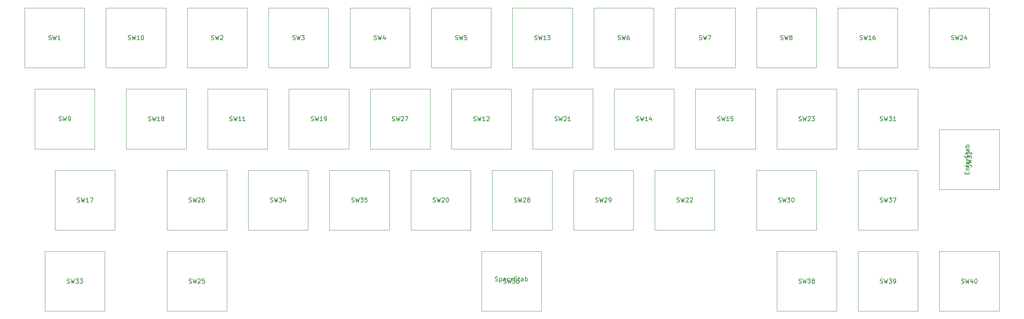
<source format=gbr>
%TF.GenerationSoftware,KiCad,Pcbnew,8.0.3*%
%TF.CreationDate,2024-07-17T12:37:23+01:00*%
%TF.ProjectId,keyboard,6b657962-6f61-4726-942e-6b696361645f,rev?*%
%TF.SameCoordinates,Original*%
%TF.FileFunction,AssemblyDrawing,Top*%
%FSLAX46Y46*%
G04 Gerber Fmt 4.6, Leading zero omitted, Abs format (unit mm)*
G04 Created by KiCad (PCBNEW 8.0.3) date 2024-07-17 12:37:23*
%MOMM*%
%LPD*%
G01*
G04 APERTURE LIST*
%ADD10C,0.150000*%
%ADD11C,0.100000*%
G04 APERTURE END LIST*
D10*
X248806009Y-79357143D02*
X248806009Y-79023810D01*
X249329819Y-78880953D02*
X249329819Y-79357143D01*
X249329819Y-79357143D02*
X248329819Y-79357143D01*
X248329819Y-79357143D02*
X248329819Y-78880953D01*
X248663152Y-78452381D02*
X249329819Y-78452381D01*
X248758390Y-78452381D02*
X248710771Y-78404762D01*
X248710771Y-78404762D02*
X248663152Y-78309524D01*
X248663152Y-78309524D02*
X248663152Y-78166667D01*
X248663152Y-78166667D02*
X248710771Y-78071429D01*
X248710771Y-78071429D02*
X248806009Y-78023810D01*
X248806009Y-78023810D02*
X249329819Y-78023810D01*
X248663152Y-77690476D02*
X248663152Y-77309524D01*
X248329819Y-77547619D02*
X249186961Y-77547619D01*
X249186961Y-77547619D02*
X249282200Y-77500000D01*
X249282200Y-77500000D02*
X249329819Y-77404762D01*
X249329819Y-77404762D02*
X249329819Y-77309524D01*
X249282200Y-76595238D02*
X249329819Y-76690476D01*
X249329819Y-76690476D02*
X249329819Y-76880952D01*
X249329819Y-76880952D02*
X249282200Y-76976190D01*
X249282200Y-76976190D02*
X249186961Y-77023809D01*
X249186961Y-77023809D02*
X248806009Y-77023809D01*
X248806009Y-77023809D02*
X248710771Y-76976190D01*
X248710771Y-76976190D02*
X248663152Y-76880952D01*
X248663152Y-76880952D02*
X248663152Y-76690476D01*
X248663152Y-76690476D02*
X248710771Y-76595238D01*
X248710771Y-76595238D02*
X248806009Y-76547619D01*
X248806009Y-76547619D02*
X248901247Y-76547619D01*
X248901247Y-76547619D02*
X248996485Y-77023809D01*
X249329819Y-76119047D02*
X248663152Y-76119047D01*
X248853628Y-76119047D02*
X248758390Y-76071428D01*
X248758390Y-76071428D02*
X248710771Y-76023809D01*
X248710771Y-76023809D02*
X248663152Y-75928571D01*
X248663152Y-75928571D02*
X248663152Y-75833333D01*
X249282200Y-75547618D02*
X249329819Y-75404761D01*
X249329819Y-75404761D02*
X249329819Y-75166666D01*
X249329819Y-75166666D02*
X249282200Y-75071428D01*
X249282200Y-75071428D02*
X249234580Y-75023809D01*
X249234580Y-75023809D02*
X249139342Y-74976190D01*
X249139342Y-74976190D02*
X249044104Y-74976190D01*
X249044104Y-74976190D02*
X248948866Y-75023809D01*
X248948866Y-75023809D02*
X248901247Y-75071428D01*
X248901247Y-75071428D02*
X248853628Y-75166666D01*
X248853628Y-75166666D02*
X248806009Y-75357142D01*
X248806009Y-75357142D02*
X248758390Y-75452380D01*
X248758390Y-75452380D02*
X248710771Y-75499999D01*
X248710771Y-75499999D02*
X248615533Y-75547618D01*
X248615533Y-75547618D02*
X248520295Y-75547618D01*
X248520295Y-75547618D02*
X248425057Y-75499999D01*
X248425057Y-75499999D02*
X248377438Y-75452380D01*
X248377438Y-75452380D02*
X248329819Y-75357142D01*
X248329819Y-75357142D02*
X248329819Y-75119047D01*
X248329819Y-75119047D02*
X248377438Y-74976190D01*
X248663152Y-74690475D02*
X248663152Y-74309523D01*
X248329819Y-74547618D02*
X249186961Y-74547618D01*
X249186961Y-74547618D02*
X249282200Y-74499999D01*
X249282200Y-74499999D02*
X249329819Y-74404761D01*
X249329819Y-74404761D02*
X249329819Y-74309523D01*
X249329819Y-73547618D02*
X248806009Y-73547618D01*
X248806009Y-73547618D02*
X248710771Y-73595237D01*
X248710771Y-73595237D02*
X248663152Y-73690475D01*
X248663152Y-73690475D02*
X248663152Y-73880951D01*
X248663152Y-73880951D02*
X248710771Y-73976189D01*
X249282200Y-73547618D02*
X249329819Y-73642856D01*
X249329819Y-73642856D02*
X249329819Y-73880951D01*
X249329819Y-73880951D02*
X249282200Y-73976189D01*
X249282200Y-73976189D02*
X249186961Y-74023808D01*
X249186961Y-74023808D02*
X249091723Y-74023808D01*
X249091723Y-74023808D02*
X248996485Y-73976189D01*
X248996485Y-73976189D02*
X248948866Y-73880951D01*
X248948866Y-73880951D02*
X248948866Y-73642856D01*
X248948866Y-73642856D02*
X248901247Y-73547618D01*
X249329819Y-73071427D02*
X248329819Y-73071427D01*
X248710771Y-73071427D02*
X248663152Y-72976189D01*
X248663152Y-72976189D02*
X248663152Y-72785713D01*
X248663152Y-72785713D02*
X248710771Y-72690475D01*
X248710771Y-72690475D02*
X248758390Y-72642856D01*
X248758390Y-72642856D02*
X248853628Y-72595237D01*
X248853628Y-72595237D02*
X249139342Y-72595237D01*
X249139342Y-72595237D02*
X249234580Y-72642856D01*
X249234580Y-72642856D02*
X249282200Y-72690475D01*
X249282200Y-72690475D02*
X249329819Y-72785713D01*
X249329819Y-72785713D02*
X249329819Y-72976189D01*
X249329819Y-72976189D02*
X249282200Y-73071427D01*
X247565476Y-104907200D02*
X247708333Y-104954819D01*
X247708333Y-104954819D02*
X247946428Y-104954819D01*
X247946428Y-104954819D02*
X248041666Y-104907200D01*
X248041666Y-104907200D02*
X248089285Y-104859580D01*
X248089285Y-104859580D02*
X248136904Y-104764342D01*
X248136904Y-104764342D02*
X248136904Y-104669104D01*
X248136904Y-104669104D02*
X248089285Y-104573866D01*
X248089285Y-104573866D02*
X248041666Y-104526247D01*
X248041666Y-104526247D02*
X247946428Y-104478628D01*
X247946428Y-104478628D02*
X247755952Y-104431009D01*
X247755952Y-104431009D02*
X247660714Y-104383390D01*
X247660714Y-104383390D02*
X247613095Y-104335771D01*
X247613095Y-104335771D02*
X247565476Y-104240533D01*
X247565476Y-104240533D02*
X247565476Y-104145295D01*
X247565476Y-104145295D02*
X247613095Y-104050057D01*
X247613095Y-104050057D02*
X247660714Y-104002438D01*
X247660714Y-104002438D02*
X247755952Y-103954819D01*
X247755952Y-103954819D02*
X247994047Y-103954819D01*
X247994047Y-103954819D02*
X248136904Y-104002438D01*
X248470238Y-103954819D02*
X248708333Y-104954819D01*
X248708333Y-104954819D02*
X248898809Y-104240533D01*
X248898809Y-104240533D02*
X249089285Y-104954819D01*
X249089285Y-104954819D02*
X249327381Y-103954819D01*
X250136904Y-104288152D02*
X250136904Y-104954819D01*
X249898809Y-103907200D02*
X249660714Y-104621485D01*
X249660714Y-104621485D02*
X250279761Y-104621485D01*
X250851190Y-103954819D02*
X250946428Y-103954819D01*
X250946428Y-103954819D02*
X251041666Y-104002438D01*
X251041666Y-104002438D02*
X251089285Y-104050057D01*
X251089285Y-104050057D02*
X251136904Y-104145295D01*
X251136904Y-104145295D02*
X251184523Y-104335771D01*
X251184523Y-104335771D02*
X251184523Y-104573866D01*
X251184523Y-104573866D02*
X251136904Y-104764342D01*
X251136904Y-104764342D02*
X251089285Y-104859580D01*
X251089285Y-104859580D02*
X251041666Y-104907200D01*
X251041666Y-104907200D02*
X250946428Y-104954819D01*
X250946428Y-104954819D02*
X250851190Y-104954819D01*
X250851190Y-104954819D02*
X250755952Y-104907200D01*
X250755952Y-104907200D02*
X250708333Y-104859580D01*
X250708333Y-104859580D02*
X250660714Y-104764342D01*
X250660714Y-104764342D02*
X250613095Y-104573866D01*
X250613095Y-104573866D02*
X250613095Y-104335771D01*
X250613095Y-104335771D02*
X250660714Y-104145295D01*
X250660714Y-104145295D02*
X250708333Y-104050057D01*
X250708333Y-104050057D02*
X250755952Y-104002438D01*
X250755952Y-104002438D02*
X250851190Y-103954819D01*
X247565476Y-104907200D02*
X247708333Y-104954819D01*
X247708333Y-104954819D02*
X247946428Y-104954819D01*
X247946428Y-104954819D02*
X248041666Y-104907200D01*
X248041666Y-104907200D02*
X248089285Y-104859580D01*
X248089285Y-104859580D02*
X248136904Y-104764342D01*
X248136904Y-104764342D02*
X248136904Y-104669104D01*
X248136904Y-104669104D02*
X248089285Y-104573866D01*
X248089285Y-104573866D02*
X248041666Y-104526247D01*
X248041666Y-104526247D02*
X247946428Y-104478628D01*
X247946428Y-104478628D02*
X247755952Y-104431009D01*
X247755952Y-104431009D02*
X247660714Y-104383390D01*
X247660714Y-104383390D02*
X247613095Y-104335771D01*
X247613095Y-104335771D02*
X247565476Y-104240533D01*
X247565476Y-104240533D02*
X247565476Y-104145295D01*
X247565476Y-104145295D02*
X247613095Y-104050057D01*
X247613095Y-104050057D02*
X247660714Y-104002438D01*
X247660714Y-104002438D02*
X247755952Y-103954819D01*
X247755952Y-103954819D02*
X247994047Y-103954819D01*
X247994047Y-103954819D02*
X248136904Y-104002438D01*
X248470238Y-103954819D02*
X248708333Y-104954819D01*
X248708333Y-104954819D02*
X248898809Y-104240533D01*
X248898809Y-104240533D02*
X249089285Y-104954819D01*
X249089285Y-104954819D02*
X249327381Y-103954819D01*
X250136904Y-104288152D02*
X250136904Y-104954819D01*
X249898809Y-103907200D02*
X249660714Y-104621485D01*
X249660714Y-104621485D02*
X250279761Y-104621485D01*
X250851190Y-103954819D02*
X250946428Y-103954819D01*
X250946428Y-103954819D02*
X251041666Y-104002438D01*
X251041666Y-104002438D02*
X251089285Y-104050057D01*
X251089285Y-104050057D02*
X251136904Y-104145295D01*
X251136904Y-104145295D02*
X251184523Y-104335771D01*
X251184523Y-104335771D02*
X251184523Y-104573866D01*
X251184523Y-104573866D02*
X251136904Y-104764342D01*
X251136904Y-104764342D02*
X251089285Y-104859580D01*
X251089285Y-104859580D02*
X251041666Y-104907200D01*
X251041666Y-104907200D02*
X250946428Y-104954819D01*
X250946428Y-104954819D02*
X250851190Y-104954819D01*
X250851190Y-104954819D02*
X250755952Y-104907200D01*
X250755952Y-104907200D02*
X250708333Y-104859580D01*
X250708333Y-104859580D02*
X250660714Y-104764342D01*
X250660714Y-104764342D02*
X250613095Y-104573866D01*
X250613095Y-104573866D02*
X250613095Y-104335771D01*
X250613095Y-104335771D02*
X250660714Y-104145295D01*
X250660714Y-104145295D02*
X250708333Y-104050057D01*
X250708333Y-104050057D02*
X250755952Y-104002438D01*
X250755952Y-104002438D02*
X250851190Y-103954819D01*
X228565476Y-104907200D02*
X228708333Y-104954819D01*
X228708333Y-104954819D02*
X228946428Y-104954819D01*
X228946428Y-104954819D02*
X229041666Y-104907200D01*
X229041666Y-104907200D02*
X229089285Y-104859580D01*
X229089285Y-104859580D02*
X229136904Y-104764342D01*
X229136904Y-104764342D02*
X229136904Y-104669104D01*
X229136904Y-104669104D02*
X229089285Y-104573866D01*
X229089285Y-104573866D02*
X229041666Y-104526247D01*
X229041666Y-104526247D02*
X228946428Y-104478628D01*
X228946428Y-104478628D02*
X228755952Y-104431009D01*
X228755952Y-104431009D02*
X228660714Y-104383390D01*
X228660714Y-104383390D02*
X228613095Y-104335771D01*
X228613095Y-104335771D02*
X228565476Y-104240533D01*
X228565476Y-104240533D02*
X228565476Y-104145295D01*
X228565476Y-104145295D02*
X228613095Y-104050057D01*
X228613095Y-104050057D02*
X228660714Y-104002438D01*
X228660714Y-104002438D02*
X228755952Y-103954819D01*
X228755952Y-103954819D02*
X228994047Y-103954819D01*
X228994047Y-103954819D02*
X229136904Y-104002438D01*
X229470238Y-103954819D02*
X229708333Y-104954819D01*
X229708333Y-104954819D02*
X229898809Y-104240533D01*
X229898809Y-104240533D02*
X230089285Y-104954819D01*
X230089285Y-104954819D02*
X230327381Y-103954819D01*
X230613095Y-103954819D02*
X231232142Y-103954819D01*
X231232142Y-103954819D02*
X230898809Y-104335771D01*
X230898809Y-104335771D02*
X231041666Y-104335771D01*
X231041666Y-104335771D02*
X231136904Y-104383390D01*
X231136904Y-104383390D02*
X231184523Y-104431009D01*
X231184523Y-104431009D02*
X231232142Y-104526247D01*
X231232142Y-104526247D02*
X231232142Y-104764342D01*
X231232142Y-104764342D02*
X231184523Y-104859580D01*
X231184523Y-104859580D02*
X231136904Y-104907200D01*
X231136904Y-104907200D02*
X231041666Y-104954819D01*
X231041666Y-104954819D02*
X230755952Y-104954819D01*
X230755952Y-104954819D02*
X230660714Y-104907200D01*
X230660714Y-104907200D02*
X230613095Y-104859580D01*
X231708333Y-104954819D02*
X231898809Y-104954819D01*
X231898809Y-104954819D02*
X231994047Y-104907200D01*
X231994047Y-104907200D02*
X232041666Y-104859580D01*
X232041666Y-104859580D02*
X232136904Y-104716723D01*
X232136904Y-104716723D02*
X232184523Y-104526247D01*
X232184523Y-104526247D02*
X232184523Y-104145295D01*
X232184523Y-104145295D02*
X232136904Y-104050057D01*
X232136904Y-104050057D02*
X232089285Y-104002438D01*
X232089285Y-104002438D02*
X231994047Y-103954819D01*
X231994047Y-103954819D02*
X231803571Y-103954819D01*
X231803571Y-103954819D02*
X231708333Y-104002438D01*
X231708333Y-104002438D02*
X231660714Y-104050057D01*
X231660714Y-104050057D02*
X231613095Y-104145295D01*
X231613095Y-104145295D02*
X231613095Y-104383390D01*
X231613095Y-104383390D02*
X231660714Y-104478628D01*
X231660714Y-104478628D02*
X231708333Y-104526247D01*
X231708333Y-104526247D02*
X231803571Y-104573866D01*
X231803571Y-104573866D02*
X231994047Y-104573866D01*
X231994047Y-104573866D02*
X232089285Y-104526247D01*
X232089285Y-104526247D02*
X232136904Y-104478628D01*
X232136904Y-104478628D02*
X232184523Y-104383390D01*
X228565476Y-104907200D02*
X228708333Y-104954819D01*
X228708333Y-104954819D02*
X228946428Y-104954819D01*
X228946428Y-104954819D02*
X229041666Y-104907200D01*
X229041666Y-104907200D02*
X229089285Y-104859580D01*
X229089285Y-104859580D02*
X229136904Y-104764342D01*
X229136904Y-104764342D02*
X229136904Y-104669104D01*
X229136904Y-104669104D02*
X229089285Y-104573866D01*
X229089285Y-104573866D02*
X229041666Y-104526247D01*
X229041666Y-104526247D02*
X228946428Y-104478628D01*
X228946428Y-104478628D02*
X228755952Y-104431009D01*
X228755952Y-104431009D02*
X228660714Y-104383390D01*
X228660714Y-104383390D02*
X228613095Y-104335771D01*
X228613095Y-104335771D02*
X228565476Y-104240533D01*
X228565476Y-104240533D02*
X228565476Y-104145295D01*
X228565476Y-104145295D02*
X228613095Y-104050057D01*
X228613095Y-104050057D02*
X228660714Y-104002438D01*
X228660714Y-104002438D02*
X228755952Y-103954819D01*
X228755952Y-103954819D02*
X228994047Y-103954819D01*
X228994047Y-103954819D02*
X229136904Y-104002438D01*
X229470238Y-103954819D02*
X229708333Y-104954819D01*
X229708333Y-104954819D02*
X229898809Y-104240533D01*
X229898809Y-104240533D02*
X230089285Y-104954819D01*
X230089285Y-104954819D02*
X230327381Y-103954819D01*
X230613095Y-103954819D02*
X231232142Y-103954819D01*
X231232142Y-103954819D02*
X230898809Y-104335771D01*
X230898809Y-104335771D02*
X231041666Y-104335771D01*
X231041666Y-104335771D02*
X231136904Y-104383390D01*
X231136904Y-104383390D02*
X231184523Y-104431009D01*
X231184523Y-104431009D02*
X231232142Y-104526247D01*
X231232142Y-104526247D02*
X231232142Y-104764342D01*
X231232142Y-104764342D02*
X231184523Y-104859580D01*
X231184523Y-104859580D02*
X231136904Y-104907200D01*
X231136904Y-104907200D02*
X231041666Y-104954819D01*
X231041666Y-104954819D02*
X230755952Y-104954819D01*
X230755952Y-104954819D02*
X230660714Y-104907200D01*
X230660714Y-104907200D02*
X230613095Y-104859580D01*
X231708333Y-104954819D02*
X231898809Y-104954819D01*
X231898809Y-104954819D02*
X231994047Y-104907200D01*
X231994047Y-104907200D02*
X232041666Y-104859580D01*
X232041666Y-104859580D02*
X232136904Y-104716723D01*
X232136904Y-104716723D02*
X232184523Y-104526247D01*
X232184523Y-104526247D02*
X232184523Y-104145295D01*
X232184523Y-104145295D02*
X232136904Y-104050057D01*
X232136904Y-104050057D02*
X232089285Y-104002438D01*
X232089285Y-104002438D02*
X231994047Y-103954819D01*
X231994047Y-103954819D02*
X231803571Y-103954819D01*
X231803571Y-103954819D02*
X231708333Y-104002438D01*
X231708333Y-104002438D02*
X231660714Y-104050057D01*
X231660714Y-104050057D02*
X231613095Y-104145295D01*
X231613095Y-104145295D02*
X231613095Y-104383390D01*
X231613095Y-104383390D02*
X231660714Y-104478628D01*
X231660714Y-104478628D02*
X231708333Y-104526247D01*
X231708333Y-104526247D02*
X231803571Y-104573866D01*
X231803571Y-104573866D02*
X231994047Y-104573866D01*
X231994047Y-104573866D02*
X232089285Y-104526247D01*
X232089285Y-104526247D02*
X232136904Y-104478628D01*
X232136904Y-104478628D02*
X232184523Y-104383390D01*
X209565476Y-104907200D02*
X209708333Y-104954819D01*
X209708333Y-104954819D02*
X209946428Y-104954819D01*
X209946428Y-104954819D02*
X210041666Y-104907200D01*
X210041666Y-104907200D02*
X210089285Y-104859580D01*
X210089285Y-104859580D02*
X210136904Y-104764342D01*
X210136904Y-104764342D02*
X210136904Y-104669104D01*
X210136904Y-104669104D02*
X210089285Y-104573866D01*
X210089285Y-104573866D02*
X210041666Y-104526247D01*
X210041666Y-104526247D02*
X209946428Y-104478628D01*
X209946428Y-104478628D02*
X209755952Y-104431009D01*
X209755952Y-104431009D02*
X209660714Y-104383390D01*
X209660714Y-104383390D02*
X209613095Y-104335771D01*
X209613095Y-104335771D02*
X209565476Y-104240533D01*
X209565476Y-104240533D02*
X209565476Y-104145295D01*
X209565476Y-104145295D02*
X209613095Y-104050057D01*
X209613095Y-104050057D02*
X209660714Y-104002438D01*
X209660714Y-104002438D02*
X209755952Y-103954819D01*
X209755952Y-103954819D02*
X209994047Y-103954819D01*
X209994047Y-103954819D02*
X210136904Y-104002438D01*
X210470238Y-103954819D02*
X210708333Y-104954819D01*
X210708333Y-104954819D02*
X210898809Y-104240533D01*
X210898809Y-104240533D02*
X211089285Y-104954819D01*
X211089285Y-104954819D02*
X211327381Y-103954819D01*
X211613095Y-103954819D02*
X212232142Y-103954819D01*
X212232142Y-103954819D02*
X211898809Y-104335771D01*
X211898809Y-104335771D02*
X212041666Y-104335771D01*
X212041666Y-104335771D02*
X212136904Y-104383390D01*
X212136904Y-104383390D02*
X212184523Y-104431009D01*
X212184523Y-104431009D02*
X212232142Y-104526247D01*
X212232142Y-104526247D02*
X212232142Y-104764342D01*
X212232142Y-104764342D02*
X212184523Y-104859580D01*
X212184523Y-104859580D02*
X212136904Y-104907200D01*
X212136904Y-104907200D02*
X212041666Y-104954819D01*
X212041666Y-104954819D02*
X211755952Y-104954819D01*
X211755952Y-104954819D02*
X211660714Y-104907200D01*
X211660714Y-104907200D02*
X211613095Y-104859580D01*
X212803571Y-104383390D02*
X212708333Y-104335771D01*
X212708333Y-104335771D02*
X212660714Y-104288152D01*
X212660714Y-104288152D02*
X212613095Y-104192914D01*
X212613095Y-104192914D02*
X212613095Y-104145295D01*
X212613095Y-104145295D02*
X212660714Y-104050057D01*
X212660714Y-104050057D02*
X212708333Y-104002438D01*
X212708333Y-104002438D02*
X212803571Y-103954819D01*
X212803571Y-103954819D02*
X212994047Y-103954819D01*
X212994047Y-103954819D02*
X213089285Y-104002438D01*
X213089285Y-104002438D02*
X213136904Y-104050057D01*
X213136904Y-104050057D02*
X213184523Y-104145295D01*
X213184523Y-104145295D02*
X213184523Y-104192914D01*
X213184523Y-104192914D02*
X213136904Y-104288152D01*
X213136904Y-104288152D02*
X213089285Y-104335771D01*
X213089285Y-104335771D02*
X212994047Y-104383390D01*
X212994047Y-104383390D02*
X212803571Y-104383390D01*
X212803571Y-104383390D02*
X212708333Y-104431009D01*
X212708333Y-104431009D02*
X212660714Y-104478628D01*
X212660714Y-104478628D02*
X212613095Y-104573866D01*
X212613095Y-104573866D02*
X212613095Y-104764342D01*
X212613095Y-104764342D02*
X212660714Y-104859580D01*
X212660714Y-104859580D02*
X212708333Y-104907200D01*
X212708333Y-104907200D02*
X212803571Y-104954819D01*
X212803571Y-104954819D02*
X212994047Y-104954819D01*
X212994047Y-104954819D02*
X213089285Y-104907200D01*
X213089285Y-104907200D02*
X213136904Y-104859580D01*
X213136904Y-104859580D02*
X213184523Y-104764342D01*
X213184523Y-104764342D02*
X213184523Y-104573866D01*
X213184523Y-104573866D02*
X213136904Y-104478628D01*
X213136904Y-104478628D02*
X213089285Y-104431009D01*
X213089285Y-104431009D02*
X212994047Y-104383390D01*
X209565476Y-104907200D02*
X209708333Y-104954819D01*
X209708333Y-104954819D02*
X209946428Y-104954819D01*
X209946428Y-104954819D02*
X210041666Y-104907200D01*
X210041666Y-104907200D02*
X210089285Y-104859580D01*
X210089285Y-104859580D02*
X210136904Y-104764342D01*
X210136904Y-104764342D02*
X210136904Y-104669104D01*
X210136904Y-104669104D02*
X210089285Y-104573866D01*
X210089285Y-104573866D02*
X210041666Y-104526247D01*
X210041666Y-104526247D02*
X209946428Y-104478628D01*
X209946428Y-104478628D02*
X209755952Y-104431009D01*
X209755952Y-104431009D02*
X209660714Y-104383390D01*
X209660714Y-104383390D02*
X209613095Y-104335771D01*
X209613095Y-104335771D02*
X209565476Y-104240533D01*
X209565476Y-104240533D02*
X209565476Y-104145295D01*
X209565476Y-104145295D02*
X209613095Y-104050057D01*
X209613095Y-104050057D02*
X209660714Y-104002438D01*
X209660714Y-104002438D02*
X209755952Y-103954819D01*
X209755952Y-103954819D02*
X209994047Y-103954819D01*
X209994047Y-103954819D02*
X210136904Y-104002438D01*
X210470238Y-103954819D02*
X210708333Y-104954819D01*
X210708333Y-104954819D02*
X210898809Y-104240533D01*
X210898809Y-104240533D02*
X211089285Y-104954819D01*
X211089285Y-104954819D02*
X211327381Y-103954819D01*
X211613095Y-103954819D02*
X212232142Y-103954819D01*
X212232142Y-103954819D02*
X211898809Y-104335771D01*
X211898809Y-104335771D02*
X212041666Y-104335771D01*
X212041666Y-104335771D02*
X212136904Y-104383390D01*
X212136904Y-104383390D02*
X212184523Y-104431009D01*
X212184523Y-104431009D02*
X212232142Y-104526247D01*
X212232142Y-104526247D02*
X212232142Y-104764342D01*
X212232142Y-104764342D02*
X212184523Y-104859580D01*
X212184523Y-104859580D02*
X212136904Y-104907200D01*
X212136904Y-104907200D02*
X212041666Y-104954819D01*
X212041666Y-104954819D02*
X211755952Y-104954819D01*
X211755952Y-104954819D02*
X211660714Y-104907200D01*
X211660714Y-104907200D02*
X211613095Y-104859580D01*
X212803571Y-104383390D02*
X212708333Y-104335771D01*
X212708333Y-104335771D02*
X212660714Y-104288152D01*
X212660714Y-104288152D02*
X212613095Y-104192914D01*
X212613095Y-104192914D02*
X212613095Y-104145295D01*
X212613095Y-104145295D02*
X212660714Y-104050057D01*
X212660714Y-104050057D02*
X212708333Y-104002438D01*
X212708333Y-104002438D02*
X212803571Y-103954819D01*
X212803571Y-103954819D02*
X212994047Y-103954819D01*
X212994047Y-103954819D02*
X213089285Y-104002438D01*
X213089285Y-104002438D02*
X213136904Y-104050057D01*
X213136904Y-104050057D02*
X213184523Y-104145295D01*
X213184523Y-104145295D02*
X213184523Y-104192914D01*
X213184523Y-104192914D02*
X213136904Y-104288152D01*
X213136904Y-104288152D02*
X213089285Y-104335771D01*
X213089285Y-104335771D02*
X212994047Y-104383390D01*
X212994047Y-104383390D02*
X212803571Y-104383390D01*
X212803571Y-104383390D02*
X212708333Y-104431009D01*
X212708333Y-104431009D02*
X212660714Y-104478628D01*
X212660714Y-104478628D02*
X212613095Y-104573866D01*
X212613095Y-104573866D02*
X212613095Y-104764342D01*
X212613095Y-104764342D02*
X212660714Y-104859580D01*
X212660714Y-104859580D02*
X212708333Y-104907200D01*
X212708333Y-104907200D02*
X212803571Y-104954819D01*
X212803571Y-104954819D02*
X212994047Y-104954819D01*
X212994047Y-104954819D02*
X213089285Y-104907200D01*
X213089285Y-104907200D02*
X213136904Y-104859580D01*
X213136904Y-104859580D02*
X213184523Y-104764342D01*
X213184523Y-104764342D02*
X213184523Y-104573866D01*
X213184523Y-104573866D02*
X213136904Y-104478628D01*
X213136904Y-104478628D02*
X213089285Y-104431009D01*
X213089285Y-104431009D02*
X212994047Y-104383390D01*
X228565476Y-85907200D02*
X228708333Y-85954819D01*
X228708333Y-85954819D02*
X228946428Y-85954819D01*
X228946428Y-85954819D02*
X229041666Y-85907200D01*
X229041666Y-85907200D02*
X229089285Y-85859580D01*
X229089285Y-85859580D02*
X229136904Y-85764342D01*
X229136904Y-85764342D02*
X229136904Y-85669104D01*
X229136904Y-85669104D02*
X229089285Y-85573866D01*
X229089285Y-85573866D02*
X229041666Y-85526247D01*
X229041666Y-85526247D02*
X228946428Y-85478628D01*
X228946428Y-85478628D02*
X228755952Y-85431009D01*
X228755952Y-85431009D02*
X228660714Y-85383390D01*
X228660714Y-85383390D02*
X228613095Y-85335771D01*
X228613095Y-85335771D02*
X228565476Y-85240533D01*
X228565476Y-85240533D02*
X228565476Y-85145295D01*
X228565476Y-85145295D02*
X228613095Y-85050057D01*
X228613095Y-85050057D02*
X228660714Y-85002438D01*
X228660714Y-85002438D02*
X228755952Y-84954819D01*
X228755952Y-84954819D02*
X228994047Y-84954819D01*
X228994047Y-84954819D02*
X229136904Y-85002438D01*
X229470238Y-84954819D02*
X229708333Y-85954819D01*
X229708333Y-85954819D02*
X229898809Y-85240533D01*
X229898809Y-85240533D02*
X230089285Y-85954819D01*
X230089285Y-85954819D02*
X230327381Y-84954819D01*
X230613095Y-84954819D02*
X231232142Y-84954819D01*
X231232142Y-84954819D02*
X230898809Y-85335771D01*
X230898809Y-85335771D02*
X231041666Y-85335771D01*
X231041666Y-85335771D02*
X231136904Y-85383390D01*
X231136904Y-85383390D02*
X231184523Y-85431009D01*
X231184523Y-85431009D02*
X231232142Y-85526247D01*
X231232142Y-85526247D02*
X231232142Y-85764342D01*
X231232142Y-85764342D02*
X231184523Y-85859580D01*
X231184523Y-85859580D02*
X231136904Y-85907200D01*
X231136904Y-85907200D02*
X231041666Y-85954819D01*
X231041666Y-85954819D02*
X230755952Y-85954819D01*
X230755952Y-85954819D02*
X230660714Y-85907200D01*
X230660714Y-85907200D02*
X230613095Y-85859580D01*
X231565476Y-84954819D02*
X232232142Y-84954819D01*
X232232142Y-84954819D02*
X231803571Y-85954819D01*
X228565476Y-85907200D02*
X228708333Y-85954819D01*
X228708333Y-85954819D02*
X228946428Y-85954819D01*
X228946428Y-85954819D02*
X229041666Y-85907200D01*
X229041666Y-85907200D02*
X229089285Y-85859580D01*
X229089285Y-85859580D02*
X229136904Y-85764342D01*
X229136904Y-85764342D02*
X229136904Y-85669104D01*
X229136904Y-85669104D02*
X229089285Y-85573866D01*
X229089285Y-85573866D02*
X229041666Y-85526247D01*
X229041666Y-85526247D02*
X228946428Y-85478628D01*
X228946428Y-85478628D02*
X228755952Y-85431009D01*
X228755952Y-85431009D02*
X228660714Y-85383390D01*
X228660714Y-85383390D02*
X228613095Y-85335771D01*
X228613095Y-85335771D02*
X228565476Y-85240533D01*
X228565476Y-85240533D02*
X228565476Y-85145295D01*
X228565476Y-85145295D02*
X228613095Y-85050057D01*
X228613095Y-85050057D02*
X228660714Y-85002438D01*
X228660714Y-85002438D02*
X228755952Y-84954819D01*
X228755952Y-84954819D02*
X228994047Y-84954819D01*
X228994047Y-84954819D02*
X229136904Y-85002438D01*
X229470238Y-84954819D02*
X229708333Y-85954819D01*
X229708333Y-85954819D02*
X229898809Y-85240533D01*
X229898809Y-85240533D02*
X230089285Y-85954819D01*
X230089285Y-85954819D02*
X230327381Y-84954819D01*
X230613095Y-84954819D02*
X231232142Y-84954819D01*
X231232142Y-84954819D02*
X230898809Y-85335771D01*
X230898809Y-85335771D02*
X231041666Y-85335771D01*
X231041666Y-85335771D02*
X231136904Y-85383390D01*
X231136904Y-85383390D02*
X231184523Y-85431009D01*
X231184523Y-85431009D02*
X231232142Y-85526247D01*
X231232142Y-85526247D02*
X231232142Y-85764342D01*
X231232142Y-85764342D02*
X231184523Y-85859580D01*
X231184523Y-85859580D02*
X231136904Y-85907200D01*
X231136904Y-85907200D02*
X231041666Y-85954819D01*
X231041666Y-85954819D02*
X230755952Y-85954819D01*
X230755952Y-85954819D02*
X230660714Y-85907200D01*
X230660714Y-85907200D02*
X230613095Y-85859580D01*
X231565476Y-84954819D02*
X232232142Y-84954819D01*
X232232142Y-84954819D02*
X231803571Y-85954819D01*
X140559226Y-104907200D02*
X140702083Y-104954819D01*
X140702083Y-104954819D02*
X140940178Y-104954819D01*
X140940178Y-104954819D02*
X141035416Y-104907200D01*
X141035416Y-104907200D02*
X141083035Y-104859580D01*
X141083035Y-104859580D02*
X141130654Y-104764342D01*
X141130654Y-104764342D02*
X141130654Y-104669104D01*
X141130654Y-104669104D02*
X141083035Y-104573866D01*
X141083035Y-104573866D02*
X141035416Y-104526247D01*
X141035416Y-104526247D02*
X140940178Y-104478628D01*
X140940178Y-104478628D02*
X140749702Y-104431009D01*
X140749702Y-104431009D02*
X140654464Y-104383390D01*
X140654464Y-104383390D02*
X140606845Y-104335771D01*
X140606845Y-104335771D02*
X140559226Y-104240533D01*
X140559226Y-104240533D02*
X140559226Y-104145295D01*
X140559226Y-104145295D02*
X140606845Y-104050057D01*
X140606845Y-104050057D02*
X140654464Y-104002438D01*
X140654464Y-104002438D02*
X140749702Y-103954819D01*
X140749702Y-103954819D02*
X140987797Y-103954819D01*
X140987797Y-103954819D02*
X141130654Y-104002438D01*
X141463988Y-103954819D02*
X141702083Y-104954819D01*
X141702083Y-104954819D02*
X141892559Y-104240533D01*
X141892559Y-104240533D02*
X142083035Y-104954819D01*
X142083035Y-104954819D02*
X142321131Y-103954819D01*
X142606845Y-103954819D02*
X143225892Y-103954819D01*
X143225892Y-103954819D02*
X142892559Y-104335771D01*
X142892559Y-104335771D02*
X143035416Y-104335771D01*
X143035416Y-104335771D02*
X143130654Y-104383390D01*
X143130654Y-104383390D02*
X143178273Y-104431009D01*
X143178273Y-104431009D02*
X143225892Y-104526247D01*
X143225892Y-104526247D02*
X143225892Y-104764342D01*
X143225892Y-104764342D02*
X143178273Y-104859580D01*
X143178273Y-104859580D02*
X143130654Y-104907200D01*
X143130654Y-104907200D02*
X143035416Y-104954819D01*
X143035416Y-104954819D02*
X142749702Y-104954819D01*
X142749702Y-104954819D02*
X142654464Y-104907200D01*
X142654464Y-104907200D02*
X142606845Y-104859580D01*
X144083035Y-103954819D02*
X143892559Y-103954819D01*
X143892559Y-103954819D02*
X143797321Y-104002438D01*
X143797321Y-104002438D02*
X143749702Y-104050057D01*
X143749702Y-104050057D02*
X143654464Y-104192914D01*
X143654464Y-104192914D02*
X143606845Y-104383390D01*
X143606845Y-104383390D02*
X143606845Y-104764342D01*
X143606845Y-104764342D02*
X143654464Y-104859580D01*
X143654464Y-104859580D02*
X143702083Y-104907200D01*
X143702083Y-104907200D02*
X143797321Y-104954819D01*
X143797321Y-104954819D02*
X143987797Y-104954819D01*
X143987797Y-104954819D02*
X144083035Y-104907200D01*
X144083035Y-104907200D02*
X144130654Y-104859580D01*
X144130654Y-104859580D02*
X144178273Y-104764342D01*
X144178273Y-104764342D02*
X144178273Y-104526247D01*
X144178273Y-104526247D02*
X144130654Y-104431009D01*
X144130654Y-104431009D02*
X144083035Y-104383390D01*
X144083035Y-104383390D02*
X143987797Y-104335771D01*
X143987797Y-104335771D02*
X143797321Y-104335771D01*
X143797321Y-104335771D02*
X143702083Y-104383390D01*
X143702083Y-104383390D02*
X143654464Y-104431009D01*
X143654464Y-104431009D02*
X143606845Y-104526247D01*
X140559226Y-104907200D02*
X140702083Y-104954819D01*
X140702083Y-104954819D02*
X140940178Y-104954819D01*
X140940178Y-104954819D02*
X141035416Y-104907200D01*
X141035416Y-104907200D02*
X141083035Y-104859580D01*
X141083035Y-104859580D02*
X141130654Y-104764342D01*
X141130654Y-104764342D02*
X141130654Y-104669104D01*
X141130654Y-104669104D02*
X141083035Y-104573866D01*
X141083035Y-104573866D02*
X141035416Y-104526247D01*
X141035416Y-104526247D02*
X140940178Y-104478628D01*
X140940178Y-104478628D02*
X140749702Y-104431009D01*
X140749702Y-104431009D02*
X140654464Y-104383390D01*
X140654464Y-104383390D02*
X140606845Y-104335771D01*
X140606845Y-104335771D02*
X140559226Y-104240533D01*
X140559226Y-104240533D02*
X140559226Y-104145295D01*
X140559226Y-104145295D02*
X140606845Y-104050057D01*
X140606845Y-104050057D02*
X140654464Y-104002438D01*
X140654464Y-104002438D02*
X140749702Y-103954819D01*
X140749702Y-103954819D02*
X140987797Y-103954819D01*
X140987797Y-103954819D02*
X141130654Y-104002438D01*
X141463988Y-103954819D02*
X141702083Y-104954819D01*
X141702083Y-104954819D02*
X141892559Y-104240533D01*
X141892559Y-104240533D02*
X142083035Y-104954819D01*
X142083035Y-104954819D02*
X142321131Y-103954819D01*
X142606845Y-103954819D02*
X143225892Y-103954819D01*
X143225892Y-103954819D02*
X142892559Y-104335771D01*
X142892559Y-104335771D02*
X143035416Y-104335771D01*
X143035416Y-104335771D02*
X143130654Y-104383390D01*
X143130654Y-104383390D02*
X143178273Y-104431009D01*
X143178273Y-104431009D02*
X143225892Y-104526247D01*
X143225892Y-104526247D02*
X143225892Y-104764342D01*
X143225892Y-104764342D02*
X143178273Y-104859580D01*
X143178273Y-104859580D02*
X143130654Y-104907200D01*
X143130654Y-104907200D02*
X143035416Y-104954819D01*
X143035416Y-104954819D02*
X142749702Y-104954819D01*
X142749702Y-104954819D02*
X142654464Y-104907200D01*
X142654464Y-104907200D02*
X142606845Y-104859580D01*
X144083035Y-103954819D02*
X143892559Y-103954819D01*
X143892559Y-103954819D02*
X143797321Y-104002438D01*
X143797321Y-104002438D02*
X143749702Y-104050057D01*
X143749702Y-104050057D02*
X143654464Y-104192914D01*
X143654464Y-104192914D02*
X143606845Y-104383390D01*
X143606845Y-104383390D02*
X143606845Y-104764342D01*
X143606845Y-104764342D02*
X143654464Y-104859580D01*
X143654464Y-104859580D02*
X143702083Y-104907200D01*
X143702083Y-104907200D02*
X143797321Y-104954819D01*
X143797321Y-104954819D02*
X143987797Y-104954819D01*
X143987797Y-104954819D02*
X144083035Y-104907200D01*
X144083035Y-104907200D02*
X144130654Y-104859580D01*
X144130654Y-104859580D02*
X144178273Y-104764342D01*
X144178273Y-104764342D02*
X144178273Y-104526247D01*
X144178273Y-104526247D02*
X144130654Y-104431009D01*
X144130654Y-104431009D02*
X144083035Y-104383390D01*
X144083035Y-104383390D02*
X143987797Y-104335771D01*
X143987797Y-104335771D02*
X143797321Y-104335771D01*
X143797321Y-104335771D02*
X143702083Y-104383390D01*
X143702083Y-104383390D02*
X143654464Y-104431009D01*
X143654464Y-104431009D02*
X143606845Y-104526247D01*
X105065476Y-85907200D02*
X105208333Y-85954819D01*
X105208333Y-85954819D02*
X105446428Y-85954819D01*
X105446428Y-85954819D02*
X105541666Y-85907200D01*
X105541666Y-85907200D02*
X105589285Y-85859580D01*
X105589285Y-85859580D02*
X105636904Y-85764342D01*
X105636904Y-85764342D02*
X105636904Y-85669104D01*
X105636904Y-85669104D02*
X105589285Y-85573866D01*
X105589285Y-85573866D02*
X105541666Y-85526247D01*
X105541666Y-85526247D02*
X105446428Y-85478628D01*
X105446428Y-85478628D02*
X105255952Y-85431009D01*
X105255952Y-85431009D02*
X105160714Y-85383390D01*
X105160714Y-85383390D02*
X105113095Y-85335771D01*
X105113095Y-85335771D02*
X105065476Y-85240533D01*
X105065476Y-85240533D02*
X105065476Y-85145295D01*
X105065476Y-85145295D02*
X105113095Y-85050057D01*
X105113095Y-85050057D02*
X105160714Y-85002438D01*
X105160714Y-85002438D02*
X105255952Y-84954819D01*
X105255952Y-84954819D02*
X105494047Y-84954819D01*
X105494047Y-84954819D02*
X105636904Y-85002438D01*
X105970238Y-84954819D02*
X106208333Y-85954819D01*
X106208333Y-85954819D02*
X106398809Y-85240533D01*
X106398809Y-85240533D02*
X106589285Y-85954819D01*
X106589285Y-85954819D02*
X106827381Y-84954819D01*
X107113095Y-84954819D02*
X107732142Y-84954819D01*
X107732142Y-84954819D02*
X107398809Y-85335771D01*
X107398809Y-85335771D02*
X107541666Y-85335771D01*
X107541666Y-85335771D02*
X107636904Y-85383390D01*
X107636904Y-85383390D02*
X107684523Y-85431009D01*
X107684523Y-85431009D02*
X107732142Y-85526247D01*
X107732142Y-85526247D02*
X107732142Y-85764342D01*
X107732142Y-85764342D02*
X107684523Y-85859580D01*
X107684523Y-85859580D02*
X107636904Y-85907200D01*
X107636904Y-85907200D02*
X107541666Y-85954819D01*
X107541666Y-85954819D02*
X107255952Y-85954819D01*
X107255952Y-85954819D02*
X107160714Y-85907200D01*
X107160714Y-85907200D02*
X107113095Y-85859580D01*
X108636904Y-84954819D02*
X108160714Y-84954819D01*
X108160714Y-84954819D02*
X108113095Y-85431009D01*
X108113095Y-85431009D02*
X108160714Y-85383390D01*
X108160714Y-85383390D02*
X108255952Y-85335771D01*
X108255952Y-85335771D02*
X108494047Y-85335771D01*
X108494047Y-85335771D02*
X108589285Y-85383390D01*
X108589285Y-85383390D02*
X108636904Y-85431009D01*
X108636904Y-85431009D02*
X108684523Y-85526247D01*
X108684523Y-85526247D02*
X108684523Y-85764342D01*
X108684523Y-85764342D02*
X108636904Y-85859580D01*
X108636904Y-85859580D02*
X108589285Y-85907200D01*
X108589285Y-85907200D02*
X108494047Y-85954819D01*
X108494047Y-85954819D02*
X108255952Y-85954819D01*
X108255952Y-85954819D02*
X108160714Y-85907200D01*
X108160714Y-85907200D02*
X108113095Y-85859580D01*
X105065476Y-85907200D02*
X105208333Y-85954819D01*
X105208333Y-85954819D02*
X105446428Y-85954819D01*
X105446428Y-85954819D02*
X105541666Y-85907200D01*
X105541666Y-85907200D02*
X105589285Y-85859580D01*
X105589285Y-85859580D02*
X105636904Y-85764342D01*
X105636904Y-85764342D02*
X105636904Y-85669104D01*
X105636904Y-85669104D02*
X105589285Y-85573866D01*
X105589285Y-85573866D02*
X105541666Y-85526247D01*
X105541666Y-85526247D02*
X105446428Y-85478628D01*
X105446428Y-85478628D02*
X105255952Y-85431009D01*
X105255952Y-85431009D02*
X105160714Y-85383390D01*
X105160714Y-85383390D02*
X105113095Y-85335771D01*
X105113095Y-85335771D02*
X105065476Y-85240533D01*
X105065476Y-85240533D02*
X105065476Y-85145295D01*
X105065476Y-85145295D02*
X105113095Y-85050057D01*
X105113095Y-85050057D02*
X105160714Y-85002438D01*
X105160714Y-85002438D02*
X105255952Y-84954819D01*
X105255952Y-84954819D02*
X105494047Y-84954819D01*
X105494047Y-84954819D02*
X105636904Y-85002438D01*
X105970238Y-84954819D02*
X106208333Y-85954819D01*
X106208333Y-85954819D02*
X106398809Y-85240533D01*
X106398809Y-85240533D02*
X106589285Y-85954819D01*
X106589285Y-85954819D02*
X106827381Y-84954819D01*
X107113095Y-84954819D02*
X107732142Y-84954819D01*
X107732142Y-84954819D02*
X107398809Y-85335771D01*
X107398809Y-85335771D02*
X107541666Y-85335771D01*
X107541666Y-85335771D02*
X107636904Y-85383390D01*
X107636904Y-85383390D02*
X107684523Y-85431009D01*
X107684523Y-85431009D02*
X107732142Y-85526247D01*
X107732142Y-85526247D02*
X107732142Y-85764342D01*
X107732142Y-85764342D02*
X107684523Y-85859580D01*
X107684523Y-85859580D02*
X107636904Y-85907200D01*
X107636904Y-85907200D02*
X107541666Y-85954819D01*
X107541666Y-85954819D02*
X107255952Y-85954819D01*
X107255952Y-85954819D02*
X107160714Y-85907200D01*
X107160714Y-85907200D02*
X107113095Y-85859580D01*
X108636904Y-84954819D02*
X108160714Y-84954819D01*
X108160714Y-84954819D02*
X108113095Y-85431009D01*
X108113095Y-85431009D02*
X108160714Y-85383390D01*
X108160714Y-85383390D02*
X108255952Y-85335771D01*
X108255952Y-85335771D02*
X108494047Y-85335771D01*
X108494047Y-85335771D02*
X108589285Y-85383390D01*
X108589285Y-85383390D02*
X108636904Y-85431009D01*
X108636904Y-85431009D02*
X108684523Y-85526247D01*
X108684523Y-85526247D02*
X108684523Y-85764342D01*
X108684523Y-85764342D02*
X108636904Y-85859580D01*
X108636904Y-85859580D02*
X108589285Y-85907200D01*
X108589285Y-85907200D02*
X108494047Y-85954819D01*
X108494047Y-85954819D02*
X108255952Y-85954819D01*
X108255952Y-85954819D02*
X108160714Y-85907200D01*
X108160714Y-85907200D02*
X108113095Y-85859580D01*
X86065476Y-85907200D02*
X86208333Y-85954819D01*
X86208333Y-85954819D02*
X86446428Y-85954819D01*
X86446428Y-85954819D02*
X86541666Y-85907200D01*
X86541666Y-85907200D02*
X86589285Y-85859580D01*
X86589285Y-85859580D02*
X86636904Y-85764342D01*
X86636904Y-85764342D02*
X86636904Y-85669104D01*
X86636904Y-85669104D02*
X86589285Y-85573866D01*
X86589285Y-85573866D02*
X86541666Y-85526247D01*
X86541666Y-85526247D02*
X86446428Y-85478628D01*
X86446428Y-85478628D02*
X86255952Y-85431009D01*
X86255952Y-85431009D02*
X86160714Y-85383390D01*
X86160714Y-85383390D02*
X86113095Y-85335771D01*
X86113095Y-85335771D02*
X86065476Y-85240533D01*
X86065476Y-85240533D02*
X86065476Y-85145295D01*
X86065476Y-85145295D02*
X86113095Y-85050057D01*
X86113095Y-85050057D02*
X86160714Y-85002438D01*
X86160714Y-85002438D02*
X86255952Y-84954819D01*
X86255952Y-84954819D02*
X86494047Y-84954819D01*
X86494047Y-84954819D02*
X86636904Y-85002438D01*
X86970238Y-84954819D02*
X87208333Y-85954819D01*
X87208333Y-85954819D02*
X87398809Y-85240533D01*
X87398809Y-85240533D02*
X87589285Y-85954819D01*
X87589285Y-85954819D02*
X87827381Y-84954819D01*
X88113095Y-84954819D02*
X88732142Y-84954819D01*
X88732142Y-84954819D02*
X88398809Y-85335771D01*
X88398809Y-85335771D02*
X88541666Y-85335771D01*
X88541666Y-85335771D02*
X88636904Y-85383390D01*
X88636904Y-85383390D02*
X88684523Y-85431009D01*
X88684523Y-85431009D02*
X88732142Y-85526247D01*
X88732142Y-85526247D02*
X88732142Y-85764342D01*
X88732142Y-85764342D02*
X88684523Y-85859580D01*
X88684523Y-85859580D02*
X88636904Y-85907200D01*
X88636904Y-85907200D02*
X88541666Y-85954819D01*
X88541666Y-85954819D02*
X88255952Y-85954819D01*
X88255952Y-85954819D02*
X88160714Y-85907200D01*
X88160714Y-85907200D02*
X88113095Y-85859580D01*
X89589285Y-85288152D02*
X89589285Y-85954819D01*
X89351190Y-84907200D02*
X89113095Y-85621485D01*
X89113095Y-85621485D02*
X89732142Y-85621485D01*
X86065476Y-85907200D02*
X86208333Y-85954819D01*
X86208333Y-85954819D02*
X86446428Y-85954819D01*
X86446428Y-85954819D02*
X86541666Y-85907200D01*
X86541666Y-85907200D02*
X86589285Y-85859580D01*
X86589285Y-85859580D02*
X86636904Y-85764342D01*
X86636904Y-85764342D02*
X86636904Y-85669104D01*
X86636904Y-85669104D02*
X86589285Y-85573866D01*
X86589285Y-85573866D02*
X86541666Y-85526247D01*
X86541666Y-85526247D02*
X86446428Y-85478628D01*
X86446428Y-85478628D02*
X86255952Y-85431009D01*
X86255952Y-85431009D02*
X86160714Y-85383390D01*
X86160714Y-85383390D02*
X86113095Y-85335771D01*
X86113095Y-85335771D02*
X86065476Y-85240533D01*
X86065476Y-85240533D02*
X86065476Y-85145295D01*
X86065476Y-85145295D02*
X86113095Y-85050057D01*
X86113095Y-85050057D02*
X86160714Y-85002438D01*
X86160714Y-85002438D02*
X86255952Y-84954819D01*
X86255952Y-84954819D02*
X86494047Y-84954819D01*
X86494047Y-84954819D02*
X86636904Y-85002438D01*
X86970238Y-84954819D02*
X87208333Y-85954819D01*
X87208333Y-85954819D02*
X87398809Y-85240533D01*
X87398809Y-85240533D02*
X87589285Y-85954819D01*
X87589285Y-85954819D02*
X87827381Y-84954819D01*
X88113095Y-84954819D02*
X88732142Y-84954819D01*
X88732142Y-84954819D02*
X88398809Y-85335771D01*
X88398809Y-85335771D02*
X88541666Y-85335771D01*
X88541666Y-85335771D02*
X88636904Y-85383390D01*
X88636904Y-85383390D02*
X88684523Y-85431009D01*
X88684523Y-85431009D02*
X88732142Y-85526247D01*
X88732142Y-85526247D02*
X88732142Y-85764342D01*
X88732142Y-85764342D02*
X88684523Y-85859580D01*
X88684523Y-85859580D02*
X88636904Y-85907200D01*
X88636904Y-85907200D02*
X88541666Y-85954819D01*
X88541666Y-85954819D02*
X88255952Y-85954819D01*
X88255952Y-85954819D02*
X88160714Y-85907200D01*
X88160714Y-85907200D02*
X88113095Y-85859580D01*
X89589285Y-85288152D02*
X89589285Y-85954819D01*
X89351190Y-84907200D02*
X89113095Y-85621485D01*
X89113095Y-85621485D02*
X89732142Y-85621485D01*
X38565476Y-104907200D02*
X38708333Y-104954819D01*
X38708333Y-104954819D02*
X38946428Y-104954819D01*
X38946428Y-104954819D02*
X39041666Y-104907200D01*
X39041666Y-104907200D02*
X39089285Y-104859580D01*
X39089285Y-104859580D02*
X39136904Y-104764342D01*
X39136904Y-104764342D02*
X39136904Y-104669104D01*
X39136904Y-104669104D02*
X39089285Y-104573866D01*
X39089285Y-104573866D02*
X39041666Y-104526247D01*
X39041666Y-104526247D02*
X38946428Y-104478628D01*
X38946428Y-104478628D02*
X38755952Y-104431009D01*
X38755952Y-104431009D02*
X38660714Y-104383390D01*
X38660714Y-104383390D02*
X38613095Y-104335771D01*
X38613095Y-104335771D02*
X38565476Y-104240533D01*
X38565476Y-104240533D02*
X38565476Y-104145295D01*
X38565476Y-104145295D02*
X38613095Y-104050057D01*
X38613095Y-104050057D02*
X38660714Y-104002438D01*
X38660714Y-104002438D02*
X38755952Y-103954819D01*
X38755952Y-103954819D02*
X38994047Y-103954819D01*
X38994047Y-103954819D02*
X39136904Y-104002438D01*
X39470238Y-103954819D02*
X39708333Y-104954819D01*
X39708333Y-104954819D02*
X39898809Y-104240533D01*
X39898809Y-104240533D02*
X40089285Y-104954819D01*
X40089285Y-104954819D02*
X40327381Y-103954819D01*
X40613095Y-103954819D02*
X41232142Y-103954819D01*
X41232142Y-103954819D02*
X40898809Y-104335771D01*
X40898809Y-104335771D02*
X41041666Y-104335771D01*
X41041666Y-104335771D02*
X41136904Y-104383390D01*
X41136904Y-104383390D02*
X41184523Y-104431009D01*
X41184523Y-104431009D02*
X41232142Y-104526247D01*
X41232142Y-104526247D02*
X41232142Y-104764342D01*
X41232142Y-104764342D02*
X41184523Y-104859580D01*
X41184523Y-104859580D02*
X41136904Y-104907200D01*
X41136904Y-104907200D02*
X41041666Y-104954819D01*
X41041666Y-104954819D02*
X40755952Y-104954819D01*
X40755952Y-104954819D02*
X40660714Y-104907200D01*
X40660714Y-104907200D02*
X40613095Y-104859580D01*
X41565476Y-103954819D02*
X42184523Y-103954819D01*
X42184523Y-103954819D02*
X41851190Y-104335771D01*
X41851190Y-104335771D02*
X41994047Y-104335771D01*
X41994047Y-104335771D02*
X42089285Y-104383390D01*
X42089285Y-104383390D02*
X42136904Y-104431009D01*
X42136904Y-104431009D02*
X42184523Y-104526247D01*
X42184523Y-104526247D02*
X42184523Y-104764342D01*
X42184523Y-104764342D02*
X42136904Y-104859580D01*
X42136904Y-104859580D02*
X42089285Y-104907200D01*
X42089285Y-104907200D02*
X41994047Y-104954819D01*
X41994047Y-104954819D02*
X41708333Y-104954819D01*
X41708333Y-104954819D02*
X41613095Y-104907200D01*
X41613095Y-104907200D02*
X41565476Y-104859580D01*
X38565476Y-104907200D02*
X38708333Y-104954819D01*
X38708333Y-104954819D02*
X38946428Y-104954819D01*
X38946428Y-104954819D02*
X39041666Y-104907200D01*
X39041666Y-104907200D02*
X39089285Y-104859580D01*
X39089285Y-104859580D02*
X39136904Y-104764342D01*
X39136904Y-104764342D02*
X39136904Y-104669104D01*
X39136904Y-104669104D02*
X39089285Y-104573866D01*
X39089285Y-104573866D02*
X39041666Y-104526247D01*
X39041666Y-104526247D02*
X38946428Y-104478628D01*
X38946428Y-104478628D02*
X38755952Y-104431009D01*
X38755952Y-104431009D02*
X38660714Y-104383390D01*
X38660714Y-104383390D02*
X38613095Y-104335771D01*
X38613095Y-104335771D02*
X38565476Y-104240533D01*
X38565476Y-104240533D02*
X38565476Y-104145295D01*
X38565476Y-104145295D02*
X38613095Y-104050057D01*
X38613095Y-104050057D02*
X38660714Y-104002438D01*
X38660714Y-104002438D02*
X38755952Y-103954819D01*
X38755952Y-103954819D02*
X38994047Y-103954819D01*
X38994047Y-103954819D02*
X39136904Y-104002438D01*
X39470238Y-103954819D02*
X39708333Y-104954819D01*
X39708333Y-104954819D02*
X39898809Y-104240533D01*
X39898809Y-104240533D02*
X40089285Y-104954819D01*
X40089285Y-104954819D02*
X40327381Y-103954819D01*
X40613095Y-103954819D02*
X41232142Y-103954819D01*
X41232142Y-103954819D02*
X40898809Y-104335771D01*
X40898809Y-104335771D02*
X41041666Y-104335771D01*
X41041666Y-104335771D02*
X41136904Y-104383390D01*
X41136904Y-104383390D02*
X41184523Y-104431009D01*
X41184523Y-104431009D02*
X41232142Y-104526247D01*
X41232142Y-104526247D02*
X41232142Y-104764342D01*
X41232142Y-104764342D02*
X41184523Y-104859580D01*
X41184523Y-104859580D02*
X41136904Y-104907200D01*
X41136904Y-104907200D02*
X41041666Y-104954819D01*
X41041666Y-104954819D02*
X40755952Y-104954819D01*
X40755952Y-104954819D02*
X40660714Y-104907200D01*
X40660714Y-104907200D02*
X40613095Y-104859580D01*
X41565476Y-103954819D02*
X42184523Y-103954819D01*
X42184523Y-103954819D02*
X41851190Y-104335771D01*
X41851190Y-104335771D02*
X41994047Y-104335771D01*
X41994047Y-104335771D02*
X42089285Y-104383390D01*
X42089285Y-104383390D02*
X42136904Y-104431009D01*
X42136904Y-104431009D02*
X42184523Y-104526247D01*
X42184523Y-104526247D02*
X42184523Y-104764342D01*
X42184523Y-104764342D02*
X42136904Y-104859580D01*
X42136904Y-104859580D02*
X42089285Y-104907200D01*
X42089285Y-104907200D02*
X41994047Y-104954819D01*
X41994047Y-104954819D02*
X41708333Y-104954819D01*
X41708333Y-104954819D02*
X41613095Y-104907200D01*
X41613095Y-104907200D02*
X41565476Y-104859580D01*
X249782200Y-77809523D02*
X249829819Y-77666666D01*
X249829819Y-77666666D02*
X249829819Y-77428571D01*
X249829819Y-77428571D02*
X249782200Y-77333333D01*
X249782200Y-77333333D02*
X249734580Y-77285714D01*
X249734580Y-77285714D02*
X249639342Y-77238095D01*
X249639342Y-77238095D02*
X249544104Y-77238095D01*
X249544104Y-77238095D02*
X249448866Y-77285714D01*
X249448866Y-77285714D02*
X249401247Y-77333333D01*
X249401247Y-77333333D02*
X249353628Y-77428571D01*
X249353628Y-77428571D02*
X249306009Y-77619047D01*
X249306009Y-77619047D02*
X249258390Y-77714285D01*
X249258390Y-77714285D02*
X249210771Y-77761904D01*
X249210771Y-77761904D02*
X249115533Y-77809523D01*
X249115533Y-77809523D02*
X249020295Y-77809523D01*
X249020295Y-77809523D02*
X248925057Y-77761904D01*
X248925057Y-77761904D02*
X248877438Y-77714285D01*
X248877438Y-77714285D02*
X248829819Y-77619047D01*
X248829819Y-77619047D02*
X248829819Y-77380952D01*
X248829819Y-77380952D02*
X248877438Y-77238095D01*
X248829819Y-76904761D02*
X249829819Y-76666666D01*
X249829819Y-76666666D02*
X249115533Y-76476190D01*
X249115533Y-76476190D02*
X249829819Y-76285714D01*
X249829819Y-76285714D02*
X248829819Y-76047619D01*
X248829819Y-75761904D02*
X248829819Y-75142857D01*
X248829819Y-75142857D02*
X249210771Y-75476190D01*
X249210771Y-75476190D02*
X249210771Y-75333333D01*
X249210771Y-75333333D02*
X249258390Y-75238095D01*
X249258390Y-75238095D02*
X249306009Y-75190476D01*
X249306009Y-75190476D02*
X249401247Y-75142857D01*
X249401247Y-75142857D02*
X249639342Y-75142857D01*
X249639342Y-75142857D02*
X249734580Y-75190476D01*
X249734580Y-75190476D02*
X249782200Y-75238095D01*
X249782200Y-75238095D02*
X249829819Y-75333333D01*
X249829819Y-75333333D02*
X249829819Y-75619047D01*
X249829819Y-75619047D02*
X249782200Y-75714285D01*
X249782200Y-75714285D02*
X249734580Y-75761904D01*
X248925057Y-74761904D02*
X248877438Y-74714285D01*
X248877438Y-74714285D02*
X248829819Y-74619047D01*
X248829819Y-74619047D02*
X248829819Y-74380952D01*
X248829819Y-74380952D02*
X248877438Y-74285714D01*
X248877438Y-74285714D02*
X248925057Y-74238095D01*
X248925057Y-74238095D02*
X249020295Y-74190476D01*
X249020295Y-74190476D02*
X249115533Y-74190476D01*
X249115533Y-74190476D02*
X249258390Y-74238095D01*
X249258390Y-74238095D02*
X249829819Y-74809523D01*
X249829819Y-74809523D02*
X249829819Y-74190476D01*
X249782200Y-77809523D02*
X249829819Y-77666666D01*
X249829819Y-77666666D02*
X249829819Y-77428571D01*
X249829819Y-77428571D02*
X249782200Y-77333333D01*
X249782200Y-77333333D02*
X249734580Y-77285714D01*
X249734580Y-77285714D02*
X249639342Y-77238095D01*
X249639342Y-77238095D02*
X249544104Y-77238095D01*
X249544104Y-77238095D02*
X249448866Y-77285714D01*
X249448866Y-77285714D02*
X249401247Y-77333333D01*
X249401247Y-77333333D02*
X249353628Y-77428571D01*
X249353628Y-77428571D02*
X249306009Y-77619047D01*
X249306009Y-77619047D02*
X249258390Y-77714285D01*
X249258390Y-77714285D02*
X249210771Y-77761904D01*
X249210771Y-77761904D02*
X249115533Y-77809523D01*
X249115533Y-77809523D02*
X249020295Y-77809523D01*
X249020295Y-77809523D02*
X248925057Y-77761904D01*
X248925057Y-77761904D02*
X248877438Y-77714285D01*
X248877438Y-77714285D02*
X248829819Y-77619047D01*
X248829819Y-77619047D02*
X248829819Y-77380952D01*
X248829819Y-77380952D02*
X248877438Y-77238095D01*
X248829819Y-76904761D02*
X249829819Y-76666666D01*
X249829819Y-76666666D02*
X249115533Y-76476190D01*
X249115533Y-76476190D02*
X249829819Y-76285714D01*
X249829819Y-76285714D02*
X248829819Y-76047619D01*
X248829819Y-75761904D02*
X248829819Y-75142857D01*
X248829819Y-75142857D02*
X249210771Y-75476190D01*
X249210771Y-75476190D02*
X249210771Y-75333333D01*
X249210771Y-75333333D02*
X249258390Y-75238095D01*
X249258390Y-75238095D02*
X249306009Y-75190476D01*
X249306009Y-75190476D02*
X249401247Y-75142857D01*
X249401247Y-75142857D02*
X249639342Y-75142857D01*
X249639342Y-75142857D02*
X249734580Y-75190476D01*
X249734580Y-75190476D02*
X249782200Y-75238095D01*
X249782200Y-75238095D02*
X249829819Y-75333333D01*
X249829819Y-75333333D02*
X249829819Y-75619047D01*
X249829819Y-75619047D02*
X249782200Y-75714285D01*
X249782200Y-75714285D02*
X249734580Y-75761904D01*
X248925057Y-74761904D02*
X248877438Y-74714285D01*
X248877438Y-74714285D02*
X248829819Y-74619047D01*
X248829819Y-74619047D02*
X248829819Y-74380952D01*
X248829819Y-74380952D02*
X248877438Y-74285714D01*
X248877438Y-74285714D02*
X248925057Y-74238095D01*
X248925057Y-74238095D02*
X249020295Y-74190476D01*
X249020295Y-74190476D02*
X249115533Y-74190476D01*
X249115533Y-74190476D02*
X249258390Y-74238095D01*
X249258390Y-74238095D02*
X249829819Y-74809523D01*
X249829819Y-74809523D02*
X249829819Y-74190476D01*
X228565476Y-66907200D02*
X228708333Y-66954819D01*
X228708333Y-66954819D02*
X228946428Y-66954819D01*
X228946428Y-66954819D02*
X229041666Y-66907200D01*
X229041666Y-66907200D02*
X229089285Y-66859580D01*
X229089285Y-66859580D02*
X229136904Y-66764342D01*
X229136904Y-66764342D02*
X229136904Y-66669104D01*
X229136904Y-66669104D02*
X229089285Y-66573866D01*
X229089285Y-66573866D02*
X229041666Y-66526247D01*
X229041666Y-66526247D02*
X228946428Y-66478628D01*
X228946428Y-66478628D02*
X228755952Y-66431009D01*
X228755952Y-66431009D02*
X228660714Y-66383390D01*
X228660714Y-66383390D02*
X228613095Y-66335771D01*
X228613095Y-66335771D02*
X228565476Y-66240533D01*
X228565476Y-66240533D02*
X228565476Y-66145295D01*
X228565476Y-66145295D02*
X228613095Y-66050057D01*
X228613095Y-66050057D02*
X228660714Y-66002438D01*
X228660714Y-66002438D02*
X228755952Y-65954819D01*
X228755952Y-65954819D02*
X228994047Y-65954819D01*
X228994047Y-65954819D02*
X229136904Y-66002438D01*
X229470238Y-65954819D02*
X229708333Y-66954819D01*
X229708333Y-66954819D02*
X229898809Y-66240533D01*
X229898809Y-66240533D02*
X230089285Y-66954819D01*
X230089285Y-66954819D02*
X230327381Y-65954819D01*
X230613095Y-65954819D02*
X231232142Y-65954819D01*
X231232142Y-65954819D02*
X230898809Y-66335771D01*
X230898809Y-66335771D02*
X231041666Y-66335771D01*
X231041666Y-66335771D02*
X231136904Y-66383390D01*
X231136904Y-66383390D02*
X231184523Y-66431009D01*
X231184523Y-66431009D02*
X231232142Y-66526247D01*
X231232142Y-66526247D02*
X231232142Y-66764342D01*
X231232142Y-66764342D02*
X231184523Y-66859580D01*
X231184523Y-66859580D02*
X231136904Y-66907200D01*
X231136904Y-66907200D02*
X231041666Y-66954819D01*
X231041666Y-66954819D02*
X230755952Y-66954819D01*
X230755952Y-66954819D02*
X230660714Y-66907200D01*
X230660714Y-66907200D02*
X230613095Y-66859580D01*
X232184523Y-66954819D02*
X231613095Y-66954819D01*
X231898809Y-66954819D02*
X231898809Y-65954819D01*
X231898809Y-65954819D02*
X231803571Y-66097676D01*
X231803571Y-66097676D02*
X231708333Y-66192914D01*
X231708333Y-66192914D02*
X231613095Y-66240533D01*
X228565476Y-66907200D02*
X228708333Y-66954819D01*
X228708333Y-66954819D02*
X228946428Y-66954819D01*
X228946428Y-66954819D02*
X229041666Y-66907200D01*
X229041666Y-66907200D02*
X229089285Y-66859580D01*
X229089285Y-66859580D02*
X229136904Y-66764342D01*
X229136904Y-66764342D02*
X229136904Y-66669104D01*
X229136904Y-66669104D02*
X229089285Y-66573866D01*
X229089285Y-66573866D02*
X229041666Y-66526247D01*
X229041666Y-66526247D02*
X228946428Y-66478628D01*
X228946428Y-66478628D02*
X228755952Y-66431009D01*
X228755952Y-66431009D02*
X228660714Y-66383390D01*
X228660714Y-66383390D02*
X228613095Y-66335771D01*
X228613095Y-66335771D02*
X228565476Y-66240533D01*
X228565476Y-66240533D02*
X228565476Y-66145295D01*
X228565476Y-66145295D02*
X228613095Y-66050057D01*
X228613095Y-66050057D02*
X228660714Y-66002438D01*
X228660714Y-66002438D02*
X228755952Y-65954819D01*
X228755952Y-65954819D02*
X228994047Y-65954819D01*
X228994047Y-65954819D02*
X229136904Y-66002438D01*
X229470238Y-65954819D02*
X229708333Y-66954819D01*
X229708333Y-66954819D02*
X229898809Y-66240533D01*
X229898809Y-66240533D02*
X230089285Y-66954819D01*
X230089285Y-66954819D02*
X230327381Y-65954819D01*
X230613095Y-65954819D02*
X231232142Y-65954819D01*
X231232142Y-65954819D02*
X230898809Y-66335771D01*
X230898809Y-66335771D02*
X231041666Y-66335771D01*
X231041666Y-66335771D02*
X231136904Y-66383390D01*
X231136904Y-66383390D02*
X231184523Y-66431009D01*
X231184523Y-66431009D02*
X231232142Y-66526247D01*
X231232142Y-66526247D02*
X231232142Y-66764342D01*
X231232142Y-66764342D02*
X231184523Y-66859580D01*
X231184523Y-66859580D02*
X231136904Y-66907200D01*
X231136904Y-66907200D02*
X231041666Y-66954819D01*
X231041666Y-66954819D02*
X230755952Y-66954819D01*
X230755952Y-66954819D02*
X230660714Y-66907200D01*
X230660714Y-66907200D02*
X230613095Y-66859580D01*
X232184523Y-66954819D02*
X231613095Y-66954819D01*
X231898809Y-66954819D02*
X231898809Y-65954819D01*
X231898809Y-65954819D02*
X231803571Y-66097676D01*
X231803571Y-66097676D02*
X231708333Y-66192914D01*
X231708333Y-66192914D02*
X231613095Y-66240533D01*
X204815476Y-85907200D02*
X204958333Y-85954819D01*
X204958333Y-85954819D02*
X205196428Y-85954819D01*
X205196428Y-85954819D02*
X205291666Y-85907200D01*
X205291666Y-85907200D02*
X205339285Y-85859580D01*
X205339285Y-85859580D02*
X205386904Y-85764342D01*
X205386904Y-85764342D02*
X205386904Y-85669104D01*
X205386904Y-85669104D02*
X205339285Y-85573866D01*
X205339285Y-85573866D02*
X205291666Y-85526247D01*
X205291666Y-85526247D02*
X205196428Y-85478628D01*
X205196428Y-85478628D02*
X205005952Y-85431009D01*
X205005952Y-85431009D02*
X204910714Y-85383390D01*
X204910714Y-85383390D02*
X204863095Y-85335771D01*
X204863095Y-85335771D02*
X204815476Y-85240533D01*
X204815476Y-85240533D02*
X204815476Y-85145295D01*
X204815476Y-85145295D02*
X204863095Y-85050057D01*
X204863095Y-85050057D02*
X204910714Y-85002438D01*
X204910714Y-85002438D02*
X205005952Y-84954819D01*
X205005952Y-84954819D02*
X205244047Y-84954819D01*
X205244047Y-84954819D02*
X205386904Y-85002438D01*
X205720238Y-84954819D02*
X205958333Y-85954819D01*
X205958333Y-85954819D02*
X206148809Y-85240533D01*
X206148809Y-85240533D02*
X206339285Y-85954819D01*
X206339285Y-85954819D02*
X206577381Y-84954819D01*
X206863095Y-84954819D02*
X207482142Y-84954819D01*
X207482142Y-84954819D02*
X207148809Y-85335771D01*
X207148809Y-85335771D02*
X207291666Y-85335771D01*
X207291666Y-85335771D02*
X207386904Y-85383390D01*
X207386904Y-85383390D02*
X207434523Y-85431009D01*
X207434523Y-85431009D02*
X207482142Y-85526247D01*
X207482142Y-85526247D02*
X207482142Y-85764342D01*
X207482142Y-85764342D02*
X207434523Y-85859580D01*
X207434523Y-85859580D02*
X207386904Y-85907200D01*
X207386904Y-85907200D02*
X207291666Y-85954819D01*
X207291666Y-85954819D02*
X207005952Y-85954819D01*
X207005952Y-85954819D02*
X206910714Y-85907200D01*
X206910714Y-85907200D02*
X206863095Y-85859580D01*
X208101190Y-84954819D02*
X208196428Y-84954819D01*
X208196428Y-84954819D02*
X208291666Y-85002438D01*
X208291666Y-85002438D02*
X208339285Y-85050057D01*
X208339285Y-85050057D02*
X208386904Y-85145295D01*
X208386904Y-85145295D02*
X208434523Y-85335771D01*
X208434523Y-85335771D02*
X208434523Y-85573866D01*
X208434523Y-85573866D02*
X208386904Y-85764342D01*
X208386904Y-85764342D02*
X208339285Y-85859580D01*
X208339285Y-85859580D02*
X208291666Y-85907200D01*
X208291666Y-85907200D02*
X208196428Y-85954819D01*
X208196428Y-85954819D02*
X208101190Y-85954819D01*
X208101190Y-85954819D02*
X208005952Y-85907200D01*
X208005952Y-85907200D02*
X207958333Y-85859580D01*
X207958333Y-85859580D02*
X207910714Y-85764342D01*
X207910714Y-85764342D02*
X207863095Y-85573866D01*
X207863095Y-85573866D02*
X207863095Y-85335771D01*
X207863095Y-85335771D02*
X207910714Y-85145295D01*
X207910714Y-85145295D02*
X207958333Y-85050057D01*
X207958333Y-85050057D02*
X208005952Y-85002438D01*
X208005952Y-85002438D02*
X208101190Y-84954819D01*
X204815476Y-85907200D02*
X204958333Y-85954819D01*
X204958333Y-85954819D02*
X205196428Y-85954819D01*
X205196428Y-85954819D02*
X205291666Y-85907200D01*
X205291666Y-85907200D02*
X205339285Y-85859580D01*
X205339285Y-85859580D02*
X205386904Y-85764342D01*
X205386904Y-85764342D02*
X205386904Y-85669104D01*
X205386904Y-85669104D02*
X205339285Y-85573866D01*
X205339285Y-85573866D02*
X205291666Y-85526247D01*
X205291666Y-85526247D02*
X205196428Y-85478628D01*
X205196428Y-85478628D02*
X205005952Y-85431009D01*
X205005952Y-85431009D02*
X204910714Y-85383390D01*
X204910714Y-85383390D02*
X204863095Y-85335771D01*
X204863095Y-85335771D02*
X204815476Y-85240533D01*
X204815476Y-85240533D02*
X204815476Y-85145295D01*
X204815476Y-85145295D02*
X204863095Y-85050057D01*
X204863095Y-85050057D02*
X204910714Y-85002438D01*
X204910714Y-85002438D02*
X205005952Y-84954819D01*
X205005952Y-84954819D02*
X205244047Y-84954819D01*
X205244047Y-84954819D02*
X205386904Y-85002438D01*
X205720238Y-84954819D02*
X205958333Y-85954819D01*
X205958333Y-85954819D02*
X206148809Y-85240533D01*
X206148809Y-85240533D02*
X206339285Y-85954819D01*
X206339285Y-85954819D02*
X206577381Y-84954819D01*
X206863095Y-84954819D02*
X207482142Y-84954819D01*
X207482142Y-84954819D02*
X207148809Y-85335771D01*
X207148809Y-85335771D02*
X207291666Y-85335771D01*
X207291666Y-85335771D02*
X207386904Y-85383390D01*
X207386904Y-85383390D02*
X207434523Y-85431009D01*
X207434523Y-85431009D02*
X207482142Y-85526247D01*
X207482142Y-85526247D02*
X207482142Y-85764342D01*
X207482142Y-85764342D02*
X207434523Y-85859580D01*
X207434523Y-85859580D02*
X207386904Y-85907200D01*
X207386904Y-85907200D02*
X207291666Y-85954819D01*
X207291666Y-85954819D02*
X207005952Y-85954819D01*
X207005952Y-85954819D02*
X206910714Y-85907200D01*
X206910714Y-85907200D02*
X206863095Y-85859580D01*
X208101190Y-84954819D02*
X208196428Y-84954819D01*
X208196428Y-84954819D02*
X208291666Y-85002438D01*
X208291666Y-85002438D02*
X208339285Y-85050057D01*
X208339285Y-85050057D02*
X208386904Y-85145295D01*
X208386904Y-85145295D02*
X208434523Y-85335771D01*
X208434523Y-85335771D02*
X208434523Y-85573866D01*
X208434523Y-85573866D02*
X208386904Y-85764342D01*
X208386904Y-85764342D02*
X208339285Y-85859580D01*
X208339285Y-85859580D02*
X208291666Y-85907200D01*
X208291666Y-85907200D02*
X208196428Y-85954819D01*
X208196428Y-85954819D02*
X208101190Y-85954819D01*
X208101190Y-85954819D02*
X208005952Y-85907200D01*
X208005952Y-85907200D02*
X207958333Y-85859580D01*
X207958333Y-85859580D02*
X207910714Y-85764342D01*
X207910714Y-85764342D02*
X207863095Y-85573866D01*
X207863095Y-85573866D02*
X207863095Y-85335771D01*
X207863095Y-85335771D02*
X207910714Y-85145295D01*
X207910714Y-85145295D02*
X207958333Y-85050057D01*
X207958333Y-85050057D02*
X208005952Y-85002438D01*
X208005952Y-85002438D02*
X208101190Y-84954819D01*
X162065476Y-85907200D02*
X162208333Y-85954819D01*
X162208333Y-85954819D02*
X162446428Y-85954819D01*
X162446428Y-85954819D02*
X162541666Y-85907200D01*
X162541666Y-85907200D02*
X162589285Y-85859580D01*
X162589285Y-85859580D02*
X162636904Y-85764342D01*
X162636904Y-85764342D02*
X162636904Y-85669104D01*
X162636904Y-85669104D02*
X162589285Y-85573866D01*
X162589285Y-85573866D02*
X162541666Y-85526247D01*
X162541666Y-85526247D02*
X162446428Y-85478628D01*
X162446428Y-85478628D02*
X162255952Y-85431009D01*
X162255952Y-85431009D02*
X162160714Y-85383390D01*
X162160714Y-85383390D02*
X162113095Y-85335771D01*
X162113095Y-85335771D02*
X162065476Y-85240533D01*
X162065476Y-85240533D02*
X162065476Y-85145295D01*
X162065476Y-85145295D02*
X162113095Y-85050057D01*
X162113095Y-85050057D02*
X162160714Y-85002438D01*
X162160714Y-85002438D02*
X162255952Y-84954819D01*
X162255952Y-84954819D02*
X162494047Y-84954819D01*
X162494047Y-84954819D02*
X162636904Y-85002438D01*
X162970238Y-84954819D02*
X163208333Y-85954819D01*
X163208333Y-85954819D02*
X163398809Y-85240533D01*
X163398809Y-85240533D02*
X163589285Y-85954819D01*
X163589285Y-85954819D02*
X163827381Y-84954819D01*
X164160714Y-85050057D02*
X164208333Y-85002438D01*
X164208333Y-85002438D02*
X164303571Y-84954819D01*
X164303571Y-84954819D02*
X164541666Y-84954819D01*
X164541666Y-84954819D02*
X164636904Y-85002438D01*
X164636904Y-85002438D02*
X164684523Y-85050057D01*
X164684523Y-85050057D02*
X164732142Y-85145295D01*
X164732142Y-85145295D02*
X164732142Y-85240533D01*
X164732142Y-85240533D02*
X164684523Y-85383390D01*
X164684523Y-85383390D02*
X164113095Y-85954819D01*
X164113095Y-85954819D02*
X164732142Y-85954819D01*
X165208333Y-85954819D02*
X165398809Y-85954819D01*
X165398809Y-85954819D02*
X165494047Y-85907200D01*
X165494047Y-85907200D02*
X165541666Y-85859580D01*
X165541666Y-85859580D02*
X165636904Y-85716723D01*
X165636904Y-85716723D02*
X165684523Y-85526247D01*
X165684523Y-85526247D02*
X165684523Y-85145295D01*
X165684523Y-85145295D02*
X165636904Y-85050057D01*
X165636904Y-85050057D02*
X165589285Y-85002438D01*
X165589285Y-85002438D02*
X165494047Y-84954819D01*
X165494047Y-84954819D02*
X165303571Y-84954819D01*
X165303571Y-84954819D02*
X165208333Y-85002438D01*
X165208333Y-85002438D02*
X165160714Y-85050057D01*
X165160714Y-85050057D02*
X165113095Y-85145295D01*
X165113095Y-85145295D02*
X165113095Y-85383390D01*
X165113095Y-85383390D02*
X165160714Y-85478628D01*
X165160714Y-85478628D02*
X165208333Y-85526247D01*
X165208333Y-85526247D02*
X165303571Y-85573866D01*
X165303571Y-85573866D02*
X165494047Y-85573866D01*
X165494047Y-85573866D02*
X165589285Y-85526247D01*
X165589285Y-85526247D02*
X165636904Y-85478628D01*
X165636904Y-85478628D02*
X165684523Y-85383390D01*
X162065476Y-85907200D02*
X162208333Y-85954819D01*
X162208333Y-85954819D02*
X162446428Y-85954819D01*
X162446428Y-85954819D02*
X162541666Y-85907200D01*
X162541666Y-85907200D02*
X162589285Y-85859580D01*
X162589285Y-85859580D02*
X162636904Y-85764342D01*
X162636904Y-85764342D02*
X162636904Y-85669104D01*
X162636904Y-85669104D02*
X162589285Y-85573866D01*
X162589285Y-85573866D02*
X162541666Y-85526247D01*
X162541666Y-85526247D02*
X162446428Y-85478628D01*
X162446428Y-85478628D02*
X162255952Y-85431009D01*
X162255952Y-85431009D02*
X162160714Y-85383390D01*
X162160714Y-85383390D02*
X162113095Y-85335771D01*
X162113095Y-85335771D02*
X162065476Y-85240533D01*
X162065476Y-85240533D02*
X162065476Y-85145295D01*
X162065476Y-85145295D02*
X162113095Y-85050057D01*
X162113095Y-85050057D02*
X162160714Y-85002438D01*
X162160714Y-85002438D02*
X162255952Y-84954819D01*
X162255952Y-84954819D02*
X162494047Y-84954819D01*
X162494047Y-84954819D02*
X162636904Y-85002438D01*
X162970238Y-84954819D02*
X163208333Y-85954819D01*
X163208333Y-85954819D02*
X163398809Y-85240533D01*
X163398809Y-85240533D02*
X163589285Y-85954819D01*
X163589285Y-85954819D02*
X163827381Y-84954819D01*
X164160714Y-85050057D02*
X164208333Y-85002438D01*
X164208333Y-85002438D02*
X164303571Y-84954819D01*
X164303571Y-84954819D02*
X164541666Y-84954819D01*
X164541666Y-84954819D02*
X164636904Y-85002438D01*
X164636904Y-85002438D02*
X164684523Y-85050057D01*
X164684523Y-85050057D02*
X164732142Y-85145295D01*
X164732142Y-85145295D02*
X164732142Y-85240533D01*
X164732142Y-85240533D02*
X164684523Y-85383390D01*
X164684523Y-85383390D02*
X164113095Y-85954819D01*
X164113095Y-85954819D02*
X164732142Y-85954819D01*
X165208333Y-85954819D02*
X165398809Y-85954819D01*
X165398809Y-85954819D02*
X165494047Y-85907200D01*
X165494047Y-85907200D02*
X165541666Y-85859580D01*
X165541666Y-85859580D02*
X165636904Y-85716723D01*
X165636904Y-85716723D02*
X165684523Y-85526247D01*
X165684523Y-85526247D02*
X165684523Y-85145295D01*
X165684523Y-85145295D02*
X165636904Y-85050057D01*
X165636904Y-85050057D02*
X165589285Y-85002438D01*
X165589285Y-85002438D02*
X165494047Y-84954819D01*
X165494047Y-84954819D02*
X165303571Y-84954819D01*
X165303571Y-84954819D02*
X165208333Y-85002438D01*
X165208333Y-85002438D02*
X165160714Y-85050057D01*
X165160714Y-85050057D02*
X165113095Y-85145295D01*
X165113095Y-85145295D02*
X165113095Y-85383390D01*
X165113095Y-85383390D02*
X165160714Y-85478628D01*
X165160714Y-85478628D02*
X165208333Y-85526247D01*
X165208333Y-85526247D02*
X165303571Y-85573866D01*
X165303571Y-85573866D02*
X165494047Y-85573866D01*
X165494047Y-85573866D02*
X165589285Y-85526247D01*
X165589285Y-85526247D02*
X165636904Y-85478628D01*
X165636904Y-85478628D02*
X165684523Y-85383390D01*
X143065476Y-85907200D02*
X143208333Y-85954819D01*
X143208333Y-85954819D02*
X143446428Y-85954819D01*
X143446428Y-85954819D02*
X143541666Y-85907200D01*
X143541666Y-85907200D02*
X143589285Y-85859580D01*
X143589285Y-85859580D02*
X143636904Y-85764342D01*
X143636904Y-85764342D02*
X143636904Y-85669104D01*
X143636904Y-85669104D02*
X143589285Y-85573866D01*
X143589285Y-85573866D02*
X143541666Y-85526247D01*
X143541666Y-85526247D02*
X143446428Y-85478628D01*
X143446428Y-85478628D02*
X143255952Y-85431009D01*
X143255952Y-85431009D02*
X143160714Y-85383390D01*
X143160714Y-85383390D02*
X143113095Y-85335771D01*
X143113095Y-85335771D02*
X143065476Y-85240533D01*
X143065476Y-85240533D02*
X143065476Y-85145295D01*
X143065476Y-85145295D02*
X143113095Y-85050057D01*
X143113095Y-85050057D02*
X143160714Y-85002438D01*
X143160714Y-85002438D02*
X143255952Y-84954819D01*
X143255952Y-84954819D02*
X143494047Y-84954819D01*
X143494047Y-84954819D02*
X143636904Y-85002438D01*
X143970238Y-84954819D02*
X144208333Y-85954819D01*
X144208333Y-85954819D02*
X144398809Y-85240533D01*
X144398809Y-85240533D02*
X144589285Y-85954819D01*
X144589285Y-85954819D02*
X144827381Y-84954819D01*
X145160714Y-85050057D02*
X145208333Y-85002438D01*
X145208333Y-85002438D02*
X145303571Y-84954819D01*
X145303571Y-84954819D02*
X145541666Y-84954819D01*
X145541666Y-84954819D02*
X145636904Y-85002438D01*
X145636904Y-85002438D02*
X145684523Y-85050057D01*
X145684523Y-85050057D02*
X145732142Y-85145295D01*
X145732142Y-85145295D02*
X145732142Y-85240533D01*
X145732142Y-85240533D02*
X145684523Y-85383390D01*
X145684523Y-85383390D02*
X145113095Y-85954819D01*
X145113095Y-85954819D02*
X145732142Y-85954819D01*
X146303571Y-85383390D02*
X146208333Y-85335771D01*
X146208333Y-85335771D02*
X146160714Y-85288152D01*
X146160714Y-85288152D02*
X146113095Y-85192914D01*
X146113095Y-85192914D02*
X146113095Y-85145295D01*
X146113095Y-85145295D02*
X146160714Y-85050057D01*
X146160714Y-85050057D02*
X146208333Y-85002438D01*
X146208333Y-85002438D02*
X146303571Y-84954819D01*
X146303571Y-84954819D02*
X146494047Y-84954819D01*
X146494047Y-84954819D02*
X146589285Y-85002438D01*
X146589285Y-85002438D02*
X146636904Y-85050057D01*
X146636904Y-85050057D02*
X146684523Y-85145295D01*
X146684523Y-85145295D02*
X146684523Y-85192914D01*
X146684523Y-85192914D02*
X146636904Y-85288152D01*
X146636904Y-85288152D02*
X146589285Y-85335771D01*
X146589285Y-85335771D02*
X146494047Y-85383390D01*
X146494047Y-85383390D02*
X146303571Y-85383390D01*
X146303571Y-85383390D02*
X146208333Y-85431009D01*
X146208333Y-85431009D02*
X146160714Y-85478628D01*
X146160714Y-85478628D02*
X146113095Y-85573866D01*
X146113095Y-85573866D02*
X146113095Y-85764342D01*
X146113095Y-85764342D02*
X146160714Y-85859580D01*
X146160714Y-85859580D02*
X146208333Y-85907200D01*
X146208333Y-85907200D02*
X146303571Y-85954819D01*
X146303571Y-85954819D02*
X146494047Y-85954819D01*
X146494047Y-85954819D02*
X146589285Y-85907200D01*
X146589285Y-85907200D02*
X146636904Y-85859580D01*
X146636904Y-85859580D02*
X146684523Y-85764342D01*
X146684523Y-85764342D02*
X146684523Y-85573866D01*
X146684523Y-85573866D02*
X146636904Y-85478628D01*
X146636904Y-85478628D02*
X146589285Y-85431009D01*
X146589285Y-85431009D02*
X146494047Y-85383390D01*
X143065476Y-85907200D02*
X143208333Y-85954819D01*
X143208333Y-85954819D02*
X143446428Y-85954819D01*
X143446428Y-85954819D02*
X143541666Y-85907200D01*
X143541666Y-85907200D02*
X143589285Y-85859580D01*
X143589285Y-85859580D02*
X143636904Y-85764342D01*
X143636904Y-85764342D02*
X143636904Y-85669104D01*
X143636904Y-85669104D02*
X143589285Y-85573866D01*
X143589285Y-85573866D02*
X143541666Y-85526247D01*
X143541666Y-85526247D02*
X143446428Y-85478628D01*
X143446428Y-85478628D02*
X143255952Y-85431009D01*
X143255952Y-85431009D02*
X143160714Y-85383390D01*
X143160714Y-85383390D02*
X143113095Y-85335771D01*
X143113095Y-85335771D02*
X143065476Y-85240533D01*
X143065476Y-85240533D02*
X143065476Y-85145295D01*
X143065476Y-85145295D02*
X143113095Y-85050057D01*
X143113095Y-85050057D02*
X143160714Y-85002438D01*
X143160714Y-85002438D02*
X143255952Y-84954819D01*
X143255952Y-84954819D02*
X143494047Y-84954819D01*
X143494047Y-84954819D02*
X143636904Y-85002438D01*
X143970238Y-84954819D02*
X144208333Y-85954819D01*
X144208333Y-85954819D02*
X144398809Y-85240533D01*
X144398809Y-85240533D02*
X144589285Y-85954819D01*
X144589285Y-85954819D02*
X144827381Y-84954819D01*
X145160714Y-85050057D02*
X145208333Y-85002438D01*
X145208333Y-85002438D02*
X145303571Y-84954819D01*
X145303571Y-84954819D02*
X145541666Y-84954819D01*
X145541666Y-84954819D02*
X145636904Y-85002438D01*
X145636904Y-85002438D02*
X145684523Y-85050057D01*
X145684523Y-85050057D02*
X145732142Y-85145295D01*
X145732142Y-85145295D02*
X145732142Y-85240533D01*
X145732142Y-85240533D02*
X145684523Y-85383390D01*
X145684523Y-85383390D02*
X145113095Y-85954819D01*
X145113095Y-85954819D02*
X145732142Y-85954819D01*
X146303571Y-85383390D02*
X146208333Y-85335771D01*
X146208333Y-85335771D02*
X146160714Y-85288152D01*
X146160714Y-85288152D02*
X146113095Y-85192914D01*
X146113095Y-85192914D02*
X146113095Y-85145295D01*
X146113095Y-85145295D02*
X146160714Y-85050057D01*
X146160714Y-85050057D02*
X146208333Y-85002438D01*
X146208333Y-85002438D02*
X146303571Y-84954819D01*
X146303571Y-84954819D02*
X146494047Y-84954819D01*
X146494047Y-84954819D02*
X146589285Y-85002438D01*
X146589285Y-85002438D02*
X146636904Y-85050057D01*
X146636904Y-85050057D02*
X146684523Y-85145295D01*
X146684523Y-85145295D02*
X146684523Y-85192914D01*
X146684523Y-85192914D02*
X146636904Y-85288152D01*
X146636904Y-85288152D02*
X146589285Y-85335771D01*
X146589285Y-85335771D02*
X146494047Y-85383390D01*
X146494047Y-85383390D02*
X146303571Y-85383390D01*
X146303571Y-85383390D02*
X146208333Y-85431009D01*
X146208333Y-85431009D02*
X146160714Y-85478628D01*
X146160714Y-85478628D02*
X146113095Y-85573866D01*
X146113095Y-85573866D02*
X146113095Y-85764342D01*
X146113095Y-85764342D02*
X146160714Y-85859580D01*
X146160714Y-85859580D02*
X146208333Y-85907200D01*
X146208333Y-85907200D02*
X146303571Y-85954819D01*
X146303571Y-85954819D02*
X146494047Y-85954819D01*
X146494047Y-85954819D02*
X146589285Y-85907200D01*
X146589285Y-85907200D02*
X146636904Y-85859580D01*
X146636904Y-85859580D02*
X146684523Y-85764342D01*
X146684523Y-85764342D02*
X146684523Y-85573866D01*
X146684523Y-85573866D02*
X146636904Y-85478628D01*
X146636904Y-85478628D02*
X146589285Y-85431009D01*
X146589285Y-85431009D02*
X146494047Y-85383390D01*
X114565476Y-66907200D02*
X114708333Y-66954819D01*
X114708333Y-66954819D02*
X114946428Y-66954819D01*
X114946428Y-66954819D02*
X115041666Y-66907200D01*
X115041666Y-66907200D02*
X115089285Y-66859580D01*
X115089285Y-66859580D02*
X115136904Y-66764342D01*
X115136904Y-66764342D02*
X115136904Y-66669104D01*
X115136904Y-66669104D02*
X115089285Y-66573866D01*
X115089285Y-66573866D02*
X115041666Y-66526247D01*
X115041666Y-66526247D02*
X114946428Y-66478628D01*
X114946428Y-66478628D02*
X114755952Y-66431009D01*
X114755952Y-66431009D02*
X114660714Y-66383390D01*
X114660714Y-66383390D02*
X114613095Y-66335771D01*
X114613095Y-66335771D02*
X114565476Y-66240533D01*
X114565476Y-66240533D02*
X114565476Y-66145295D01*
X114565476Y-66145295D02*
X114613095Y-66050057D01*
X114613095Y-66050057D02*
X114660714Y-66002438D01*
X114660714Y-66002438D02*
X114755952Y-65954819D01*
X114755952Y-65954819D02*
X114994047Y-65954819D01*
X114994047Y-65954819D02*
X115136904Y-66002438D01*
X115470238Y-65954819D02*
X115708333Y-66954819D01*
X115708333Y-66954819D02*
X115898809Y-66240533D01*
X115898809Y-66240533D02*
X116089285Y-66954819D01*
X116089285Y-66954819D02*
X116327381Y-65954819D01*
X116660714Y-66050057D02*
X116708333Y-66002438D01*
X116708333Y-66002438D02*
X116803571Y-65954819D01*
X116803571Y-65954819D02*
X117041666Y-65954819D01*
X117041666Y-65954819D02*
X117136904Y-66002438D01*
X117136904Y-66002438D02*
X117184523Y-66050057D01*
X117184523Y-66050057D02*
X117232142Y-66145295D01*
X117232142Y-66145295D02*
X117232142Y-66240533D01*
X117232142Y-66240533D02*
X117184523Y-66383390D01*
X117184523Y-66383390D02*
X116613095Y-66954819D01*
X116613095Y-66954819D02*
X117232142Y-66954819D01*
X117565476Y-65954819D02*
X118232142Y-65954819D01*
X118232142Y-65954819D02*
X117803571Y-66954819D01*
X114565476Y-66907200D02*
X114708333Y-66954819D01*
X114708333Y-66954819D02*
X114946428Y-66954819D01*
X114946428Y-66954819D02*
X115041666Y-66907200D01*
X115041666Y-66907200D02*
X115089285Y-66859580D01*
X115089285Y-66859580D02*
X115136904Y-66764342D01*
X115136904Y-66764342D02*
X115136904Y-66669104D01*
X115136904Y-66669104D02*
X115089285Y-66573866D01*
X115089285Y-66573866D02*
X115041666Y-66526247D01*
X115041666Y-66526247D02*
X114946428Y-66478628D01*
X114946428Y-66478628D02*
X114755952Y-66431009D01*
X114755952Y-66431009D02*
X114660714Y-66383390D01*
X114660714Y-66383390D02*
X114613095Y-66335771D01*
X114613095Y-66335771D02*
X114565476Y-66240533D01*
X114565476Y-66240533D02*
X114565476Y-66145295D01*
X114565476Y-66145295D02*
X114613095Y-66050057D01*
X114613095Y-66050057D02*
X114660714Y-66002438D01*
X114660714Y-66002438D02*
X114755952Y-65954819D01*
X114755952Y-65954819D02*
X114994047Y-65954819D01*
X114994047Y-65954819D02*
X115136904Y-66002438D01*
X115470238Y-65954819D02*
X115708333Y-66954819D01*
X115708333Y-66954819D02*
X115898809Y-66240533D01*
X115898809Y-66240533D02*
X116089285Y-66954819D01*
X116089285Y-66954819D02*
X116327381Y-65954819D01*
X116660714Y-66050057D02*
X116708333Y-66002438D01*
X116708333Y-66002438D02*
X116803571Y-65954819D01*
X116803571Y-65954819D02*
X117041666Y-65954819D01*
X117041666Y-65954819D02*
X117136904Y-66002438D01*
X117136904Y-66002438D02*
X117184523Y-66050057D01*
X117184523Y-66050057D02*
X117232142Y-66145295D01*
X117232142Y-66145295D02*
X117232142Y-66240533D01*
X117232142Y-66240533D02*
X117184523Y-66383390D01*
X117184523Y-66383390D02*
X116613095Y-66954819D01*
X116613095Y-66954819D02*
X117232142Y-66954819D01*
X117565476Y-65954819D02*
X118232142Y-65954819D01*
X118232142Y-65954819D02*
X117803571Y-66954819D01*
X67065476Y-85907200D02*
X67208333Y-85954819D01*
X67208333Y-85954819D02*
X67446428Y-85954819D01*
X67446428Y-85954819D02*
X67541666Y-85907200D01*
X67541666Y-85907200D02*
X67589285Y-85859580D01*
X67589285Y-85859580D02*
X67636904Y-85764342D01*
X67636904Y-85764342D02*
X67636904Y-85669104D01*
X67636904Y-85669104D02*
X67589285Y-85573866D01*
X67589285Y-85573866D02*
X67541666Y-85526247D01*
X67541666Y-85526247D02*
X67446428Y-85478628D01*
X67446428Y-85478628D02*
X67255952Y-85431009D01*
X67255952Y-85431009D02*
X67160714Y-85383390D01*
X67160714Y-85383390D02*
X67113095Y-85335771D01*
X67113095Y-85335771D02*
X67065476Y-85240533D01*
X67065476Y-85240533D02*
X67065476Y-85145295D01*
X67065476Y-85145295D02*
X67113095Y-85050057D01*
X67113095Y-85050057D02*
X67160714Y-85002438D01*
X67160714Y-85002438D02*
X67255952Y-84954819D01*
X67255952Y-84954819D02*
X67494047Y-84954819D01*
X67494047Y-84954819D02*
X67636904Y-85002438D01*
X67970238Y-84954819D02*
X68208333Y-85954819D01*
X68208333Y-85954819D02*
X68398809Y-85240533D01*
X68398809Y-85240533D02*
X68589285Y-85954819D01*
X68589285Y-85954819D02*
X68827381Y-84954819D01*
X69160714Y-85050057D02*
X69208333Y-85002438D01*
X69208333Y-85002438D02*
X69303571Y-84954819D01*
X69303571Y-84954819D02*
X69541666Y-84954819D01*
X69541666Y-84954819D02*
X69636904Y-85002438D01*
X69636904Y-85002438D02*
X69684523Y-85050057D01*
X69684523Y-85050057D02*
X69732142Y-85145295D01*
X69732142Y-85145295D02*
X69732142Y-85240533D01*
X69732142Y-85240533D02*
X69684523Y-85383390D01*
X69684523Y-85383390D02*
X69113095Y-85954819D01*
X69113095Y-85954819D02*
X69732142Y-85954819D01*
X70589285Y-84954819D02*
X70398809Y-84954819D01*
X70398809Y-84954819D02*
X70303571Y-85002438D01*
X70303571Y-85002438D02*
X70255952Y-85050057D01*
X70255952Y-85050057D02*
X70160714Y-85192914D01*
X70160714Y-85192914D02*
X70113095Y-85383390D01*
X70113095Y-85383390D02*
X70113095Y-85764342D01*
X70113095Y-85764342D02*
X70160714Y-85859580D01*
X70160714Y-85859580D02*
X70208333Y-85907200D01*
X70208333Y-85907200D02*
X70303571Y-85954819D01*
X70303571Y-85954819D02*
X70494047Y-85954819D01*
X70494047Y-85954819D02*
X70589285Y-85907200D01*
X70589285Y-85907200D02*
X70636904Y-85859580D01*
X70636904Y-85859580D02*
X70684523Y-85764342D01*
X70684523Y-85764342D02*
X70684523Y-85526247D01*
X70684523Y-85526247D02*
X70636904Y-85431009D01*
X70636904Y-85431009D02*
X70589285Y-85383390D01*
X70589285Y-85383390D02*
X70494047Y-85335771D01*
X70494047Y-85335771D02*
X70303571Y-85335771D01*
X70303571Y-85335771D02*
X70208333Y-85383390D01*
X70208333Y-85383390D02*
X70160714Y-85431009D01*
X70160714Y-85431009D02*
X70113095Y-85526247D01*
X67065476Y-85907200D02*
X67208333Y-85954819D01*
X67208333Y-85954819D02*
X67446428Y-85954819D01*
X67446428Y-85954819D02*
X67541666Y-85907200D01*
X67541666Y-85907200D02*
X67589285Y-85859580D01*
X67589285Y-85859580D02*
X67636904Y-85764342D01*
X67636904Y-85764342D02*
X67636904Y-85669104D01*
X67636904Y-85669104D02*
X67589285Y-85573866D01*
X67589285Y-85573866D02*
X67541666Y-85526247D01*
X67541666Y-85526247D02*
X67446428Y-85478628D01*
X67446428Y-85478628D02*
X67255952Y-85431009D01*
X67255952Y-85431009D02*
X67160714Y-85383390D01*
X67160714Y-85383390D02*
X67113095Y-85335771D01*
X67113095Y-85335771D02*
X67065476Y-85240533D01*
X67065476Y-85240533D02*
X67065476Y-85145295D01*
X67065476Y-85145295D02*
X67113095Y-85050057D01*
X67113095Y-85050057D02*
X67160714Y-85002438D01*
X67160714Y-85002438D02*
X67255952Y-84954819D01*
X67255952Y-84954819D02*
X67494047Y-84954819D01*
X67494047Y-84954819D02*
X67636904Y-85002438D01*
X67970238Y-84954819D02*
X68208333Y-85954819D01*
X68208333Y-85954819D02*
X68398809Y-85240533D01*
X68398809Y-85240533D02*
X68589285Y-85954819D01*
X68589285Y-85954819D02*
X68827381Y-84954819D01*
X69160714Y-85050057D02*
X69208333Y-85002438D01*
X69208333Y-85002438D02*
X69303571Y-84954819D01*
X69303571Y-84954819D02*
X69541666Y-84954819D01*
X69541666Y-84954819D02*
X69636904Y-85002438D01*
X69636904Y-85002438D02*
X69684523Y-85050057D01*
X69684523Y-85050057D02*
X69732142Y-85145295D01*
X69732142Y-85145295D02*
X69732142Y-85240533D01*
X69732142Y-85240533D02*
X69684523Y-85383390D01*
X69684523Y-85383390D02*
X69113095Y-85954819D01*
X69113095Y-85954819D02*
X69732142Y-85954819D01*
X70589285Y-84954819D02*
X70398809Y-84954819D01*
X70398809Y-84954819D02*
X70303571Y-85002438D01*
X70303571Y-85002438D02*
X70255952Y-85050057D01*
X70255952Y-85050057D02*
X70160714Y-85192914D01*
X70160714Y-85192914D02*
X70113095Y-85383390D01*
X70113095Y-85383390D02*
X70113095Y-85764342D01*
X70113095Y-85764342D02*
X70160714Y-85859580D01*
X70160714Y-85859580D02*
X70208333Y-85907200D01*
X70208333Y-85907200D02*
X70303571Y-85954819D01*
X70303571Y-85954819D02*
X70494047Y-85954819D01*
X70494047Y-85954819D02*
X70589285Y-85907200D01*
X70589285Y-85907200D02*
X70636904Y-85859580D01*
X70636904Y-85859580D02*
X70684523Y-85764342D01*
X70684523Y-85764342D02*
X70684523Y-85526247D01*
X70684523Y-85526247D02*
X70636904Y-85431009D01*
X70636904Y-85431009D02*
X70589285Y-85383390D01*
X70589285Y-85383390D02*
X70494047Y-85335771D01*
X70494047Y-85335771D02*
X70303571Y-85335771D01*
X70303571Y-85335771D02*
X70208333Y-85383390D01*
X70208333Y-85383390D02*
X70160714Y-85431009D01*
X70160714Y-85431009D02*
X70113095Y-85526247D01*
X67065476Y-104907200D02*
X67208333Y-104954819D01*
X67208333Y-104954819D02*
X67446428Y-104954819D01*
X67446428Y-104954819D02*
X67541666Y-104907200D01*
X67541666Y-104907200D02*
X67589285Y-104859580D01*
X67589285Y-104859580D02*
X67636904Y-104764342D01*
X67636904Y-104764342D02*
X67636904Y-104669104D01*
X67636904Y-104669104D02*
X67589285Y-104573866D01*
X67589285Y-104573866D02*
X67541666Y-104526247D01*
X67541666Y-104526247D02*
X67446428Y-104478628D01*
X67446428Y-104478628D02*
X67255952Y-104431009D01*
X67255952Y-104431009D02*
X67160714Y-104383390D01*
X67160714Y-104383390D02*
X67113095Y-104335771D01*
X67113095Y-104335771D02*
X67065476Y-104240533D01*
X67065476Y-104240533D02*
X67065476Y-104145295D01*
X67065476Y-104145295D02*
X67113095Y-104050057D01*
X67113095Y-104050057D02*
X67160714Y-104002438D01*
X67160714Y-104002438D02*
X67255952Y-103954819D01*
X67255952Y-103954819D02*
X67494047Y-103954819D01*
X67494047Y-103954819D02*
X67636904Y-104002438D01*
X67970238Y-103954819D02*
X68208333Y-104954819D01*
X68208333Y-104954819D02*
X68398809Y-104240533D01*
X68398809Y-104240533D02*
X68589285Y-104954819D01*
X68589285Y-104954819D02*
X68827381Y-103954819D01*
X69160714Y-104050057D02*
X69208333Y-104002438D01*
X69208333Y-104002438D02*
X69303571Y-103954819D01*
X69303571Y-103954819D02*
X69541666Y-103954819D01*
X69541666Y-103954819D02*
X69636904Y-104002438D01*
X69636904Y-104002438D02*
X69684523Y-104050057D01*
X69684523Y-104050057D02*
X69732142Y-104145295D01*
X69732142Y-104145295D02*
X69732142Y-104240533D01*
X69732142Y-104240533D02*
X69684523Y-104383390D01*
X69684523Y-104383390D02*
X69113095Y-104954819D01*
X69113095Y-104954819D02*
X69732142Y-104954819D01*
X70636904Y-103954819D02*
X70160714Y-103954819D01*
X70160714Y-103954819D02*
X70113095Y-104431009D01*
X70113095Y-104431009D02*
X70160714Y-104383390D01*
X70160714Y-104383390D02*
X70255952Y-104335771D01*
X70255952Y-104335771D02*
X70494047Y-104335771D01*
X70494047Y-104335771D02*
X70589285Y-104383390D01*
X70589285Y-104383390D02*
X70636904Y-104431009D01*
X70636904Y-104431009D02*
X70684523Y-104526247D01*
X70684523Y-104526247D02*
X70684523Y-104764342D01*
X70684523Y-104764342D02*
X70636904Y-104859580D01*
X70636904Y-104859580D02*
X70589285Y-104907200D01*
X70589285Y-104907200D02*
X70494047Y-104954819D01*
X70494047Y-104954819D02*
X70255952Y-104954819D01*
X70255952Y-104954819D02*
X70160714Y-104907200D01*
X70160714Y-104907200D02*
X70113095Y-104859580D01*
X67065476Y-104907200D02*
X67208333Y-104954819D01*
X67208333Y-104954819D02*
X67446428Y-104954819D01*
X67446428Y-104954819D02*
X67541666Y-104907200D01*
X67541666Y-104907200D02*
X67589285Y-104859580D01*
X67589285Y-104859580D02*
X67636904Y-104764342D01*
X67636904Y-104764342D02*
X67636904Y-104669104D01*
X67636904Y-104669104D02*
X67589285Y-104573866D01*
X67589285Y-104573866D02*
X67541666Y-104526247D01*
X67541666Y-104526247D02*
X67446428Y-104478628D01*
X67446428Y-104478628D02*
X67255952Y-104431009D01*
X67255952Y-104431009D02*
X67160714Y-104383390D01*
X67160714Y-104383390D02*
X67113095Y-104335771D01*
X67113095Y-104335771D02*
X67065476Y-104240533D01*
X67065476Y-104240533D02*
X67065476Y-104145295D01*
X67065476Y-104145295D02*
X67113095Y-104050057D01*
X67113095Y-104050057D02*
X67160714Y-104002438D01*
X67160714Y-104002438D02*
X67255952Y-103954819D01*
X67255952Y-103954819D02*
X67494047Y-103954819D01*
X67494047Y-103954819D02*
X67636904Y-104002438D01*
X67970238Y-103954819D02*
X68208333Y-104954819D01*
X68208333Y-104954819D02*
X68398809Y-104240533D01*
X68398809Y-104240533D02*
X68589285Y-104954819D01*
X68589285Y-104954819D02*
X68827381Y-103954819D01*
X69160714Y-104050057D02*
X69208333Y-104002438D01*
X69208333Y-104002438D02*
X69303571Y-103954819D01*
X69303571Y-103954819D02*
X69541666Y-103954819D01*
X69541666Y-103954819D02*
X69636904Y-104002438D01*
X69636904Y-104002438D02*
X69684523Y-104050057D01*
X69684523Y-104050057D02*
X69732142Y-104145295D01*
X69732142Y-104145295D02*
X69732142Y-104240533D01*
X69732142Y-104240533D02*
X69684523Y-104383390D01*
X69684523Y-104383390D02*
X69113095Y-104954819D01*
X69113095Y-104954819D02*
X69732142Y-104954819D01*
X70636904Y-103954819D02*
X70160714Y-103954819D01*
X70160714Y-103954819D02*
X70113095Y-104431009D01*
X70113095Y-104431009D02*
X70160714Y-104383390D01*
X70160714Y-104383390D02*
X70255952Y-104335771D01*
X70255952Y-104335771D02*
X70494047Y-104335771D01*
X70494047Y-104335771D02*
X70589285Y-104383390D01*
X70589285Y-104383390D02*
X70636904Y-104431009D01*
X70636904Y-104431009D02*
X70684523Y-104526247D01*
X70684523Y-104526247D02*
X70684523Y-104764342D01*
X70684523Y-104764342D02*
X70636904Y-104859580D01*
X70636904Y-104859580D02*
X70589285Y-104907200D01*
X70589285Y-104907200D02*
X70494047Y-104954819D01*
X70494047Y-104954819D02*
X70255952Y-104954819D01*
X70255952Y-104954819D02*
X70160714Y-104907200D01*
X70160714Y-104907200D02*
X70113095Y-104859580D01*
X245190476Y-47907200D02*
X245333333Y-47954819D01*
X245333333Y-47954819D02*
X245571428Y-47954819D01*
X245571428Y-47954819D02*
X245666666Y-47907200D01*
X245666666Y-47907200D02*
X245714285Y-47859580D01*
X245714285Y-47859580D02*
X245761904Y-47764342D01*
X245761904Y-47764342D02*
X245761904Y-47669104D01*
X245761904Y-47669104D02*
X245714285Y-47573866D01*
X245714285Y-47573866D02*
X245666666Y-47526247D01*
X245666666Y-47526247D02*
X245571428Y-47478628D01*
X245571428Y-47478628D02*
X245380952Y-47431009D01*
X245380952Y-47431009D02*
X245285714Y-47383390D01*
X245285714Y-47383390D02*
X245238095Y-47335771D01*
X245238095Y-47335771D02*
X245190476Y-47240533D01*
X245190476Y-47240533D02*
X245190476Y-47145295D01*
X245190476Y-47145295D02*
X245238095Y-47050057D01*
X245238095Y-47050057D02*
X245285714Y-47002438D01*
X245285714Y-47002438D02*
X245380952Y-46954819D01*
X245380952Y-46954819D02*
X245619047Y-46954819D01*
X245619047Y-46954819D02*
X245761904Y-47002438D01*
X246095238Y-46954819D02*
X246333333Y-47954819D01*
X246333333Y-47954819D02*
X246523809Y-47240533D01*
X246523809Y-47240533D02*
X246714285Y-47954819D01*
X246714285Y-47954819D02*
X246952381Y-46954819D01*
X247285714Y-47050057D02*
X247333333Y-47002438D01*
X247333333Y-47002438D02*
X247428571Y-46954819D01*
X247428571Y-46954819D02*
X247666666Y-46954819D01*
X247666666Y-46954819D02*
X247761904Y-47002438D01*
X247761904Y-47002438D02*
X247809523Y-47050057D01*
X247809523Y-47050057D02*
X247857142Y-47145295D01*
X247857142Y-47145295D02*
X247857142Y-47240533D01*
X247857142Y-47240533D02*
X247809523Y-47383390D01*
X247809523Y-47383390D02*
X247238095Y-47954819D01*
X247238095Y-47954819D02*
X247857142Y-47954819D01*
X248714285Y-47288152D02*
X248714285Y-47954819D01*
X248476190Y-46907200D02*
X248238095Y-47621485D01*
X248238095Y-47621485D02*
X248857142Y-47621485D01*
X245190476Y-47907200D02*
X245333333Y-47954819D01*
X245333333Y-47954819D02*
X245571428Y-47954819D01*
X245571428Y-47954819D02*
X245666666Y-47907200D01*
X245666666Y-47907200D02*
X245714285Y-47859580D01*
X245714285Y-47859580D02*
X245761904Y-47764342D01*
X245761904Y-47764342D02*
X245761904Y-47669104D01*
X245761904Y-47669104D02*
X245714285Y-47573866D01*
X245714285Y-47573866D02*
X245666666Y-47526247D01*
X245666666Y-47526247D02*
X245571428Y-47478628D01*
X245571428Y-47478628D02*
X245380952Y-47431009D01*
X245380952Y-47431009D02*
X245285714Y-47383390D01*
X245285714Y-47383390D02*
X245238095Y-47335771D01*
X245238095Y-47335771D02*
X245190476Y-47240533D01*
X245190476Y-47240533D02*
X245190476Y-47145295D01*
X245190476Y-47145295D02*
X245238095Y-47050057D01*
X245238095Y-47050057D02*
X245285714Y-47002438D01*
X245285714Y-47002438D02*
X245380952Y-46954819D01*
X245380952Y-46954819D02*
X245619047Y-46954819D01*
X245619047Y-46954819D02*
X245761904Y-47002438D01*
X246095238Y-46954819D02*
X246333333Y-47954819D01*
X246333333Y-47954819D02*
X246523809Y-47240533D01*
X246523809Y-47240533D02*
X246714285Y-47954819D01*
X246714285Y-47954819D02*
X246952381Y-46954819D01*
X247285714Y-47050057D02*
X247333333Y-47002438D01*
X247333333Y-47002438D02*
X247428571Y-46954819D01*
X247428571Y-46954819D02*
X247666666Y-46954819D01*
X247666666Y-46954819D02*
X247761904Y-47002438D01*
X247761904Y-47002438D02*
X247809523Y-47050057D01*
X247809523Y-47050057D02*
X247857142Y-47145295D01*
X247857142Y-47145295D02*
X247857142Y-47240533D01*
X247857142Y-47240533D02*
X247809523Y-47383390D01*
X247809523Y-47383390D02*
X247238095Y-47954819D01*
X247238095Y-47954819D02*
X247857142Y-47954819D01*
X248714285Y-47288152D02*
X248714285Y-47954819D01*
X248476190Y-46907200D02*
X248238095Y-47621485D01*
X248238095Y-47621485D02*
X248857142Y-47621485D01*
X209565476Y-66907200D02*
X209708333Y-66954819D01*
X209708333Y-66954819D02*
X209946428Y-66954819D01*
X209946428Y-66954819D02*
X210041666Y-66907200D01*
X210041666Y-66907200D02*
X210089285Y-66859580D01*
X210089285Y-66859580D02*
X210136904Y-66764342D01*
X210136904Y-66764342D02*
X210136904Y-66669104D01*
X210136904Y-66669104D02*
X210089285Y-66573866D01*
X210089285Y-66573866D02*
X210041666Y-66526247D01*
X210041666Y-66526247D02*
X209946428Y-66478628D01*
X209946428Y-66478628D02*
X209755952Y-66431009D01*
X209755952Y-66431009D02*
X209660714Y-66383390D01*
X209660714Y-66383390D02*
X209613095Y-66335771D01*
X209613095Y-66335771D02*
X209565476Y-66240533D01*
X209565476Y-66240533D02*
X209565476Y-66145295D01*
X209565476Y-66145295D02*
X209613095Y-66050057D01*
X209613095Y-66050057D02*
X209660714Y-66002438D01*
X209660714Y-66002438D02*
X209755952Y-65954819D01*
X209755952Y-65954819D02*
X209994047Y-65954819D01*
X209994047Y-65954819D02*
X210136904Y-66002438D01*
X210470238Y-65954819D02*
X210708333Y-66954819D01*
X210708333Y-66954819D02*
X210898809Y-66240533D01*
X210898809Y-66240533D02*
X211089285Y-66954819D01*
X211089285Y-66954819D02*
X211327381Y-65954819D01*
X211660714Y-66050057D02*
X211708333Y-66002438D01*
X211708333Y-66002438D02*
X211803571Y-65954819D01*
X211803571Y-65954819D02*
X212041666Y-65954819D01*
X212041666Y-65954819D02*
X212136904Y-66002438D01*
X212136904Y-66002438D02*
X212184523Y-66050057D01*
X212184523Y-66050057D02*
X212232142Y-66145295D01*
X212232142Y-66145295D02*
X212232142Y-66240533D01*
X212232142Y-66240533D02*
X212184523Y-66383390D01*
X212184523Y-66383390D02*
X211613095Y-66954819D01*
X211613095Y-66954819D02*
X212232142Y-66954819D01*
X212565476Y-65954819D02*
X213184523Y-65954819D01*
X213184523Y-65954819D02*
X212851190Y-66335771D01*
X212851190Y-66335771D02*
X212994047Y-66335771D01*
X212994047Y-66335771D02*
X213089285Y-66383390D01*
X213089285Y-66383390D02*
X213136904Y-66431009D01*
X213136904Y-66431009D02*
X213184523Y-66526247D01*
X213184523Y-66526247D02*
X213184523Y-66764342D01*
X213184523Y-66764342D02*
X213136904Y-66859580D01*
X213136904Y-66859580D02*
X213089285Y-66907200D01*
X213089285Y-66907200D02*
X212994047Y-66954819D01*
X212994047Y-66954819D02*
X212708333Y-66954819D01*
X212708333Y-66954819D02*
X212613095Y-66907200D01*
X212613095Y-66907200D02*
X212565476Y-66859580D01*
X209565476Y-66907200D02*
X209708333Y-66954819D01*
X209708333Y-66954819D02*
X209946428Y-66954819D01*
X209946428Y-66954819D02*
X210041666Y-66907200D01*
X210041666Y-66907200D02*
X210089285Y-66859580D01*
X210089285Y-66859580D02*
X210136904Y-66764342D01*
X210136904Y-66764342D02*
X210136904Y-66669104D01*
X210136904Y-66669104D02*
X210089285Y-66573866D01*
X210089285Y-66573866D02*
X210041666Y-66526247D01*
X210041666Y-66526247D02*
X209946428Y-66478628D01*
X209946428Y-66478628D02*
X209755952Y-66431009D01*
X209755952Y-66431009D02*
X209660714Y-66383390D01*
X209660714Y-66383390D02*
X209613095Y-66335771D01*
X209613095Y-66335771D02*
X209565476Y-66240533D01*
X209565476Y-66240533D02*
X209565476Y-66145295D01*
X209565476Y-66145295D02*
X209613095Y-66050057D01*
X209613095Y-66050057D02*
X209660714Y-66002438D01*
X209660714Y-66002438D02*
X209755952Y-65954819D01*
X209755952Y-65954819D02*
X209994047Y-65954819D01*
X209994047Y-65954819D02*
X210136904Y-66002438D01*
X210470238Y-65954819D02*
X210708333Y-66954819D01*
X210708333Y-66954819D02*
X210898809Y-66240533D01*
X210898809Y-66240533D02*
X211089285Y-66954819D01*
X211089285Y-66954819D02*
X211327381Y-65954819D01*
X211660714Y-66050057D02*
X211708333Y-66002438D01*
X211708333Y-66002438D02*
X211803571Y-65954819D01*
X211803571Y-65954819D02*
X212041666Y-65954819D01*
X212041666Y-65954819D02*
X212136904Y-66002438D01*
X212136904Y-66002438D02*
X212184523Y-66050057D01*
X212184523Y-66050057D02*
X212232142Y-66145295D01*
X212232142Y-66145295D02*
X212232142Y-66240533D01*
X212232142Y-66240533D02*
X212184523Y-66383390D01*
X212184523Y-66383390D02*
X211613095Y-66954819D01*
X211613095Y-66954819D02*
X212232142Y-66954819D01*
X212565476Y-65954819D02*
X213184523Y-65954819D01*
X213184523Y-65954819D02*
X212851190Y-66335771D01*
X212851190Y-66335771D02*
X212994047Y-66335771D01*
X212994047Y-66335771D02*
X213089285Y-66383390D01*
X213089285Y-66383390D02*
X213136904Y-66431009D01*
X213136904Y-66431009D02*
X213184523Y-66526247D01*
X213184523Y-66526247D02*
X213184523Y-66764342D01*
X213184523Y-66764342D02*
X213136904Y-66859580D01*
X213136904Y-66859580D02*
X213089285Y-66907200D01*
X213089285Y-66907200D02*
X212994047Y-66954819D01*
X212994047Y-66954819D02*
X212708333Y-66954819D01*
X212708333Y-66954819D02*
X212613095Y-66907200D01*
X212613095Y-66907200D02*
X212565476Y-66859580D01*
X181065476Y-85907200D02*
X181208333Y-85954819D01*
X181208333Y-85954819D02*
X181446428Y-85954819D01*
X181446428Y-85954819D02*
X181541666Y-85907200D01*
X181541666Y-85907200D02*
X181589285Y-85859580D01*
X181589285Y-85859580D02*
X181636904Y-85764342D01*
X181636904Y-85764342D02*
X181636904Y-85669104D01*
X181636904Y-85669104D02*
X181589285Y-85573866D01*
X181589285Y-85573866D02*
X181541666Y-85526247D01*
X181541666Y-85526247D02*
X181446428Y-85478628D01*
X181446428Y-85478628D02*
X181255952Y-85431009D01*
X181255952Y-85431009D02*
X181160714Y-85383390D01*
X181160714Y-85383390D02*
X181113095Y-85335771D01*
X181113095Y-85335771D02*
X181065476Y-85240533D01*
X181065476Y-85240533D02*
X181065476Y-85145295D01*
X181065476Y-85145295D02*
X181113095Y-85050057D01*
X181113095Y-85050057D02*
X181160714Y-85002438D01*
X181160714Y-85002438D02*
X181255952Y-84954819D01*
X181255952Y-84954819D02*
X181494047Y-84954819D01*
X181494047Y-84954819D02*
X181636904Y-85002438D01*
X181970238Y-84954819D02*
X182208333Y-85954819D01*
X182208333Y-85954819D02*
X182398809Y-85240533D01*
X182398809Y-85240533D02*
X182589285Y-85954819D01*
X182589285Y-85954819D02*
X182827381Y-84954819D01*
X183160714Y-85050057D02*
X183208333Y-85002438D01*
X183208333Y-85002438D02*
X183303571Y-84954819D01*
X183303571Y-84954819D02*
X183541666Y-84954819D01*
X183541666Y-84954819D02*
X183636904Y-85002438D01*
X183636904Y-85002438D02*
X183684523Y-85050057D01*
X183684523Y-85050057D02*
X183732142Y-85145295D01*
X183732142Y-85145295D02*
X183732142Y-85240533D01*
X183732142Y-85240533D02*
X183684523Y-85383390D01*
X183684523Y-85383390D02*
X183113095Y-85954819D01*
X183113095Y-85954819D02*
X183732142Y-85954819D01*
X184113095Y-85050057D02*
X184160714Y-85002438D01*
X184160714Y-85002438D02*
X184255952Y-84954819D01*
X184255952Y-84954819D02*
X184494047Y-84954819D01*
X184494047Y-84954819D02*
X184589285Y-85002438D01*
X184589285Y-85002438D02*
X184636904Y-85050057D01*
X184636904Y-85050057D02*
X184684523Y-85145295D01*
X184684523Y-85145295D02*
X184684523Y-85240533D01*
X184684523Y-85240533D02*
X184636904Y-85383390D01*
X184636904Y-85383390D02*
X184065476Y-85954819D01*
X184065476Y-85954819D02*
X184684523Y-85954819D01*
X181065476Y-85907200D02*
X181208333Y-85954819D01*
X181208333Y-85954819D02*
X181446428Y-85954819D01*
X181446428Y-85954819D02*
X181541666Y-85907200D01*
X181541666Y-85907200D02*
X181589285Y-85859580D01*
X181589285Y-85859580D02*
X181636904Y-85764342D01*
X181636904Y-85764342D02*
X181636904Y-85669104D01*
X181636904Y-85669104D02*
X181589285Y-85573866D01*
X181589285Y-85573866D02*
X181541666Y-85526247D01*
X181541666Y-85526247D02*
X181446428Y-85478628D01*
X181446428Y-85478628D02*
X181255952Y-85431009D01*
X181255952Y-85431009D02*
X181160714Y-85383390D01*
X181160714Y-85383390D02*
X181113095Y-85335771D01*
X181113095Y-85335771D02*
X181065476Y-85240533D01*
X181065476Y-85240533D02*
X181065476Y-85145295D01*
X181065476Y-85145295D02*
X181113095Y-85050057D01*
X181113095Y-85050057D02*
X181160714Y-85002438D01*
X181160714Y-85002438D02*
X181255952Y-84954819D01*
X181255952Y-84954819D02*
X181494047Y-84954819D01*
X181494047Y-84954819D02*
X181636904Y-85002438D01*
X181970238Y-84954819D02*
X182208333Y-85954819D01*
X182208333Y-85954819D02*
X182398809Y-85240533D01*
X182398809Y-85240533D02*
X182589285Y-85954819D01*
X182589285Y-85954819D02*
X182827381Y-84954819D01*
X183160714Y-85050057D02*
X183208333Y-85002438D01*
X183208333Y-85002438D02*
X183303571Y-84954819D01*
X183303571Y-84954819D02*
X183541666Y-84954819D01*
X183541666Y-84954819D02*
X183636904Y-85002438D01*
X183636904Y-85002438D02*
X183684523Y-85050057D01*
X183684523Y-85050057D02*
X183732142Y-85145295D01*
X183732142Y-85145295D02*
X183732142Y-85240533D01*
X183732142Y-85240533D02*
X183684523Y-85383390D01*
X183684523Y-85383390D02*
X183113095Y-85954819D01*
X183113095Y-85954819D02*
X183732142Y-85954819D01*
X184113095Y-85050057D02*
X184160714Y-85002438D01*
X184160714Y-85002438D02*
X184255952Y-84954819D01*
X184255952Y-84954819D02*
X184494047Y-84954819D01*
X184494047Y-84954819D02*
X184589285Y-85002438D01*
X184589285Y-85002438D02*
X184636904Y-85050057D01*
X184636904Y-85050057D02*
X184684523Y-85145295D01*
X184684523Y-85145295D02*
X184684523Y-85240533D01*
X184684523Y-85240533D02*
X184636904Y-85383390D01*
X184636904Y-85383390D02*
X184065476Y-85954819D01*
X184065476Y-85954819D02*
X184684523Y-85954819D01*
X152565476Y-66907200D02*
X152708333Y-66954819D01*
X152708333Y-66954819D02*
X152946428Y-66954819D01*
X152946428Y-66954819D02*
X153041666Y-66907200D01*
X153041666Y-66907200D02*
X153089285Y-66859580D01*
X153089285Y-66859580D02*
X153136904Y-66764342D01*
X153136904Y-66764342D02*
X153136904Y-66669104D01*
X153136904Y-66669104D02*
X153089285Y-66573866D01*
X153089285Y-66573866D02*
X153041666Y-66526247D01*
X153041666Y-66526247D02*
X152946428Y-66478628D01*
X152946428Y-66478628D02*
X152755952Y-66431009D01*
X152755952Y-66431009D02*
X152660714Y-66383390D01*
X152660714Y-66383390D02*
X152613095Y-66335771D01*
X152613095Y-66335771D02*
X152565476Y-66240533D01*
X152565476Y-66240533D02*
X152565476Y-66145295D01*
X152565476Y-66145295D02*
X152613095Y-66050057D01*
X152613095Y-66050057D02*
X152660714Y-66002438D01*
X152660714Y-66002438D02*
X152755952Y-65954819D01*
X152755952Y-65954819D02*
X152994047Y-65954819D01*
X152994047Y-65954819D02*
X153136904Y-66002438D01*
X153470238Y-65954819D02*
X153708333Y-66954819D01*
X153708333Y-66954819D02*
X153898809Y-66240533D01*
X153898809Y-66240533D02*
X154089285Y-66954819D01*
X154089285Y-66954819D02*
X154327381Y-65954819D01*
X154660714Y-66050057D02*
X154708333Y-66002438D01*
X154708333Y-66002438D02*
X154803571Y-65954819D01*
X154803571Y-65954819D02*
X155041666Y-65954819D01*
X155041666Y-65954819D02*
X155136904Y-66002438D01*
X155136904Y-66002438D02*
X155184523Y-66050057D01*
X155184523Y-66050057D02*
X155232142Y-66145295D01*
X155232142Y-66145295D02*
X155232142Y-66240533D01*
X155232142Y-66240533D02*
X155184523Y-66383390D01*
X155184523Y-66383390D02*
X154613095Y-66954819D01*
X154613095Y-66954819D02*
X155232142Y-66954819D01*
X156184523Y-66954819D02*
X155613095Y-66954819D01*
X155898809Y-66954819D02*
X155898809Y-65954819D01*
X155898809Y-65954819D02*
X155803571Y-66097676D01*
X155803571Y-66097676D02*
X155708333Y-66192914D01*
X155708333Y-66192914D02*
X155613095Y-66240533D01*
X152565476Y-66907200D02*
X152708333Y-66954819D01*
X152708333Y-66954819D02*
X152946428Y-66954819D01*
X152946428Y-66954819D02*
X153041666Y-66907200D01*
X153041666Y-66907200D02*
X153089285Y-66859580D01*
X153089285Y-66859580D02*
X153136904Y-66764342D01*
X153136904Y-66764342D02*
X153136904Y-66669104D01*
X153136904Y-66669104D02*
X153089285Y-66573866D01*
X153089285Y-66573866D02*
X153041666Y-66526247D01*
X153041666Y-66526247D02*
X152946428Y-66478628D01*
X152946428Y-66478628D02*
X152755952Y-66431009D01*
X152755952Y-66431009D02*
X152660714Y-66383390D01*
X152660714Y-66383390D02*
X152613095Y-66335771D01*
X152613095Y-66335771D02*
X152565476Y-66240533D01*
X152565476Y-66240533D02*
X152565476Y-66145295D01*
X152565476Y-66145295D02*
X152613095Y-66050057D01*
X152613095Y-66050057D02*
X152660714Y-66002438D01*
X152660714Y-66002438D02*
X152755952Y-65954819D01*
X152755952Y-65954819D02*
X152994047Y-65954819D01*
X152994047Y-65954819D02*
X153136904Y-66002438D01*
X153470238Y-65954819D02*
X153708333Y-66954819D01*
X153708333Y-66954819D02*
X153898809Y-66240533D01*
X153898809Y-66240533D02*
X154089285Y-66954819D01*
X154089285Y-66954819D02*
X154327381Y-65954819D01*
X154660714Y-66050057D02*
X154708333Y-66002438D01*
X154708333Y-66002438D02*
X154803571Y-65954819D01*
X154803571Y-65954819D02*
X155041666Y-65954819D01*
X155041666Y-65954819D02*
X155136904Y-66002438D01*
X155136904Y-66002438D02*
X155184523Y-66050057D01*
X155184523Y-66050057D02*
X155232142Y-66145295D01*
X155232142Y-66145295D02*
X155232142Y-66240533D01*
X155232142Y-66240533D02*
X155184523Y-66383390D01*
X155184523Y-66383390D02*
X154613095Y-66954819D01*
X154613095Y-66954819D02*
X155232142Y-66954819D01*
X156184523Y-66954819D02*
X155613095Y-66954819D01*
X155898809Y-66954819D02*
X155898809Y-65954819D01*
X155898809Y-65954819D02*
X155803571Y-66097676D01*
X155803571Y-66097676D02*
X155708333Y-66192914D01*
X155708333Y-66192914D02*
X155613095Y-66240533D01*
X124065476Y-85907200D02*
X124208333Y-85954819D01*
X124208333Y-85954819D02*
X124446428Y-85954819D01*
X124446428Y-85954819D02*
X124541666Y-85907200D01*
X124541666Y-85907200D02*
X124589285Y-85859580D01*
X124589285Y-85859580D02*
X124636904Y-85764342D01*
X124636904Y-85764342D02*
X124636904Y-85669104D01*
X124636904Y-85669104D02*
X124589285Y-85573866D01*
X124589285Y-85573866D02*
X124541666Y-85526247D01*
X124541666Y-85526247D02*
X124446428Y-85478628D01*
X124446428Y-85478628D02*
X124255952Y-85431009D01*
X124255952Y-85431009D02*
X124160714Y-85383390D01*
X124160714Y-85383390D02*
X124113095Y-85335771D01*
X124113095Y-85335771D02*
X124065476Y-85240533D01*
X124065476Y-85240533D02*
X124065476Y-85145295D01*
X124065476Y-85145295D02*
X124113095Y-85050057D01*
X124113095Y-85050057D02*
X124160714Y-85002438D01*
X124160714Y-85002438D02*
X124255952Y-84954819D01*
X124255952Y-84954819D02*
X124494047Y-84954819D01*
X124494047Y-84954819D02*
X124636904Y-85002438D01*
X124970238Y-84954819D02*
X125208333Y-85954819D01*
X125208333Y-85954819D02*
X125398809Y-85240533D01*
X125398809Y-85240533D02*
X125589285Y-85954819D01*
X125589285Y-85954819D02*
X125827381Y-84954819D01*
X126160714Y-85050057D02*
X126208333Y-85002438D01*
X126208333Y-85002438D02*
X126303571Y-84954819D01*
X126303571Y-84954819D02*
X126541666Y-84954819D01*
X126541666Y-84954819D02*
X126636904Y-85002438D01*
X126636904Y-85002438D02*
X126684523Y-85050057D01*
X126684523Y-85050057D02*
X126732142Y-85145295D01*
X126732142Y-85145295D02*
X126732142Y-85240533D01*
X126732142Y-85240533D02*
X126684523Y-85383390D01*
X126684523Y-85383390D02*
X126113095Y-85954819D01*
X126113095Y-85954819D02*
X126732142Y-85954819D01*
X127351190Y-84954819D02*
X127446428Y-84954819D01*
X127446428Y-84954819D02*
X127541666Y-85002438D01*
X127541666Y-85002438D02*
X127589285Y-85050057D01*
X127589285Y-85050057D02*
X127636904Y-85145295D01*
X127636904Y-85145295D02*
X127684523Y-85335771D01*
X127684523Y-85335771D02*
X127684523Y-85573866D01*
X127684523Y-85573866D02*
X127636904Y-85764342D01*
X127636904Y-85764342D02*
X127589285Y-85859580D01*
X127589285Y-85859580D02*
X127541666Y-85907200D01*
X127541666Y-85907200D02*
X127446428Y-85954819D01*
X127446428Y-85954819D02*
X127351190Y-85954819D01*
X127351190Y-85954819D02*
X127255952Y-85907200D01*
X127255952Y-85907200D02*
X127208333Y-85859580D01*
X127208333Y-85859580D02*
X127160714Y-85764342D01*
X127160714Y-85764342D02*
X127113095Y-85573866D01*
X127113095Y-85573866D02*
X127113095Y-85335771D01*
X127113095Y-85335771D02*
X127160714Y-85145295D01*
X127160714Y-85145295D02*
X127208333Y-85050057D01*
X127208333Y-85050057D02*
X127255952Y-85002438D01*
X127255952Y-85002438D02*
X127351190Y-84954819D01*
X124065476Y-85907200D02*
X124208333Y-85954819D01*
X124208333Y-85954819D02*
X124446428Y-85954819D01*
X124446428Y-85954819D02*
X124541666Y-85907200D01*
X124541666Y-85907200D02*
X124589285Y-85859580D01*
X124589285Y-85859580D02*
X124636904Y-85764342D01*
X124636904Y-85764342D02*
X124636904Y-85669104D01*
X124636904Y-85669104D02*
X124589285Y-85573866D01*
X124589285Y-85573866D02*
X124541666Y-85526247D01*
X124541666Y-85526247D02*
X124446428Y-85478628D01*
X124446428Y-85478628D02*
X124255952Y-85431009D01*
X124255952Y-85431009D02*
X124160714Y-85383390D01*
X124160714Y-85383390D02*
X124113095Y-85335771D01*
X124113095Y-85335771D02*
X124065476Y-85240533D01*
X124065476Y-85240533D02*
X124065476Y-85145295D01*
X124065476Y-85145295D02*
X124113095Y-85050057D01*
X124113095Y-85050057D02*
X124160714Y-85002438D01*
X124160714Y-85002438D02*
X124255952Y-84954819D01*
X124255952Y-84954819D02*
X124494047Y-84954819D01*
X124494047Y-84954819D02*
X124636904Y-85002438D01*
X124970238Y-84954819D02*
X125208333Y-85954819D01*
X125208333Y-85954819D02*
X125398809Y-85240533D01*
X125398809Y-85240533D02*
X125589285Y-85954819D01*
X125589285Y-85954819D02*
X125827381Y-84954819D01*
X126160714Y-85050057D02*
X126208333Y-85002438D01*
X126208333Y-85002438D02*
X126303571Y-84954819D01*
X126303571Y-84954819D02*
X126541666Y-84954819D01*
X126541666Y-84954819D02*
X126636904Y-85002438D01*
X126636904Y-85002438D02*
X126684523Y-85050057D01*
X126684523Y-85050057D02*
X126732142Y-85145295D01*
X126732142Y-85145295D02*
X126732142Y-85240533D01*
X126732142Y-85240533D02*
X126684523Y-85383390D01*
X126684523Y-85383390D02*
X126113095Y-85954819D01*
X126113095Y-85954819D02*
X126732142Y-85954819D01*
X127351190Y-84954819D02*
X127446428Y-84954819D01*
X127446428Y-84954819D02*
X127541666Y-85002438D01*
X127541666Y-85002438D02*
X127589285Y-85050057D01*
X127589285Y-85050057D02*
X127636904Y-85145295D01*
X127636904Y-85145295D02*
X127684523Y-85335771D01*
X127684523Y-85335771D02*
X127684523Y-85573866D01*
X127684523Y-85573866D02*
X127636904Y-85764342D01*
X127636904Y-85764342D02*
X127589285Y-85859580D01*
X127589285Y-85859580D02*
X127541666Y-85907200D01*
X127541666Y-85907200D02*
X127446428Y-85954819D01*
X127446428Y-85954819D02*
X127351190Y-85954819D01*
X127351190Y-85954819D02*
X127255952Y-85907200D01*
X127255952Y-85907200D02*
X127208333Y-85859580D01*
X127208333Y-85859580D02*
X127160714Y-85764342D01*
X127160714Y-85764342D02*
X127113095Y-85573866D01*
X127113095Y-85573866D02*
X127113095Y-85335771D01*
X127113095Y-85335771D02*
X127160714Y-85145295D01*
X127160714Y-85145295D02*
X127208333Y-85050057D01*
X127208333Y-85050057D02*
X127255952Y-85002438D01*
X127255952Y-85002438D02*
X127351190Y-84954819D01*
X95565476Y-66907200D02*
X95708333Y-66954819D01*
X95708333Y-66954819D02*
X95946428Y-66954819D01*
X95946428Y-66954819D02*
X96041666Y-66907200D01*
X96041666Y-66907200D02*
X96089285Y-66859580D01*
X96089285Y-66859580D02*
X96136904Y-66764342D01*
X96136904Y-66764342D02*
X96136904Y-66669104D01*
X96136904Y-66669104D02*
X96089285Y-66573866D01*
X96089285Y-66573866D02*
X96041666Y-66526247D01*
X96041666Y-66526247D02*
X95946428Y-66478628D01*
X95946428Y-66478628D02*
X95755952Y-66431009D01*
X95755952Y-66431009D02*
X95660714Y-66383390D01*
X95660714Y-66383390D02*
X95613095Y-66335771D01*
X95613095Y-66335771D02*
X95565476Y-66240533D01*
X95565476Y-66240533D02*
X95565476Y-66145295D01*
X95565476Y-66145295D02*
X95613095Y-66050057D01*
X95613095Y-66050057D02*
X95660714Y-66002438D01*
X95660714Y-66002438D02*
X95755952Y-65954819D01*
X95755952Y-65954819D02*
X95994047Y-65954819D01*
X95994047Y-65954819D02*
X96136904Y-66002438D01*
X96470238Y-65954819D02*
X96708333Y-66954819D01*
X96708333Y-66954819D02*
X96898809Y-66240533D01*
X96898809Y-66240533D02*
X97089285Y-66954819D01*
X97089285Y-66954819D02*
X97327381Y-65954819D01*
X98232142Y-66954819D02*
X97660714Y-66954819D01*
X97946428Y-66954819D02*
X97946428Y-65954819D01*
X97946428Y-65954819D02*
X97851190Y-66097676D01*
X97851190Y-66097676D02*
X97755952Y-66192914D01*
X97755952Y-66192914D02*
X97660714Y-66240533D01*
X98708333Y-66954819D02*
X98898809Y-66954819D01*
X98898809Y-66954819D02*
X98994047Y-66907200D01*
X98994047Y-66907200D02*
X99041666Y-66859580D01*
X99041666Y-66859580D02*
X99136904Y-66716723D01*
X99136904Y-66716723D02*
X99184523Y-66526247D01*
X99184523Y-66526247D02*
X99184523Y-66145295D01*
X99184523Y-66145295D02*
X99136904Y-66050057D01*
X99136904Y-66050057D02*
X99089285Y-66002438D01*
X99089285Y-66002438D02*
X98994047Y-65954819D01*
X98994047Y-65954819D02*
X98803571Y-65954819D01*
X98803571Y-65954819D02*
X98708333Y-66002438D01*
X98708333Y-66002438D02*
X98660714Y-66050057D01*
X98660714Y-66050057D02*
X98613095Y-66145295D01*
X98613095Y-66145295D02*
X98613095Y-66383390D01*
X98613095Y-66383390D02*
X98660714Y-66478628D01*
X98660714Y-66478628D02*
X98708333Y-66526247D01*
X98708333Y-66526247D02*
X98803571Y-66573866D01*
X98803571Y-66573866D02*
X98994047Y-66573866D01*
X98994047Y-66573866D02*
X99089285Y-66526247D01*
X99089285Y-66526247D02*
X99136904Y-66478628D01*
X99136904Y-66478628D02*
X99184523Y-66383390D01*
X95565476Y-66907200D02*
X95708333Y-66954819D01*
X95708333Y-66954819D02*
X95946428Y-66954819D01*
X95946428Y-66954819D02*
X96041666Y-66907200D01*
X96041666Y-66907200D02*
X96089285Y-66859580D01*
X96089285Y-66859580D02*
X96136904Y-66764342D01*
X96136904Y-66764342D02*
X96136904Y-66669104D01*
X96136904Y-66669104D02*
X96089285Y-66573866D01*
X96089285Y-66573866D02*
X96041666Y-66526247D01*
X96041666Y-66526247D02*
X95946428Y-66478628D01*
X95946428Y-66478628D02*
X95755952Y-66431009D01*
X95755952Y-66431009D02*
X95660714Y-66383390D01*
X95660714Y-66383390D02*
X95613095Y-66335771D01*
X95613095Y-66335771D02*
X95565476Y-66240533D01*
X95565476Y-66240533D02*
X95565476Y-66145295D01*
X95565476Y-66145295D02*
X95613095Y-66050057D01*
X95613095Y-66050057D02*
X95660714Y-66002438D01*
X95660714Y-66002438D02*
X95755952Y-65954819D01*
X95755952Y-65954819D02*
X95994047Y-65954819D01*
X95994047Y-65954819D02*
X96136904Y-66002438D01*
X96470238Y-65954819D02*
X96708333Y-66954819D01*
X96708333Y-66954819D02*
X96898809Y-66240533D01*
X96898809Y-66240533D02*
X97089285Y-66954819D01*
X97089285Y-66954819D02*
X97327381Y-65954819D01*
X98232142Y-66954819D02*
X97660714Y-66954819D01*
X97946428Y-66954819D02*
X97946428Y-65954819D01*
X97946428Y-65954819D02*
X97851190Y-66097676D01*
X97851190Y-66097676D02*
X97755952Y-66192914D01*
X97755952Y-66192914D02*
X97660714Y-66240533D01*
X98708333Y-66954819D02*
X98898809Y-66954819D01*
X98898809Y-66954819D02*
X98994047Y-66907200D01*
X98994047Y-66907200D02*
X99041666Y-66859580D01*
X99041666Y-66859580D02*
X99136904Y-66716723D01*
X99136904Y-66716723D02*
X99184523Y-66526247D01*
X99184523Y-66526247D02*
X99184523Y-66145295D01*
X99184523Y-66145295D02*
X99136904Y-66050057D01*
X99136904Y-66050057D02*
X99089285Y-66002438D01*
X99089285Y-66002438D02*
X98994047Y-65954819D01*
X98994047Y-65954819D02*
X98803571Y-65954819D01*
X98803571Y-65954819D02*
X98708333Y-66002438D01*
X98708333Y-66002438D02*
X98660714Y-66050057D01*
X98660714Y-66050057D02*
X98613095Y-66145295D01*
X98613095Y-66145295D02*
X98613095Y-66383390D01*
X98613095Y-66383390D02*
X98660714Y-66478628D01*
X98660714Y-66478628D02*
X98708333Y-66526247D01*
X98708333Y-66526247D02*
X98803571Y-66573866D01*
X98803571Y-66573866D02*
X98994047Y-66573866D01*
X98994047Y-66573866D02*
X99089285Y-66526247D01*
X99089285Y-66526247D02*
X99136904Y-66478628D01*
X99136904Y-66478628D02*
X99184523Y-66383390D01*
X57565476Y-66907200D02*
X57708333Y-66954819D01*
X57708333Y-66954819D02*
X57946428Y-66954819D01*
X57946428Y-66954819D02*
X58041666Y-66907200D01*
X58041666Y-66907200D02*
X58089285Y-66859580D01*
X58089285Y-66859580D02*
X58136904Y-66764342D01*
X58136904Y-66764342D02*
X58136904Y-66669104D01*
X58136904Y-66669104D02*
X58089285Y-66573866D01*
X58089285Y-66573866D02*
X58041666Y-66526247D01*
X58041666Y-66526247D02*
X57946428Y-66478628D01*
X57946428Y-66478628D02*
X57755952Y-66431009D01*
X57755952Y-66431009D02*
X57660714Y-66383390D01*
X57660714Y-66383390D02*
X57613095Y-66335771D01*
X57613095Y-66335771D02*
X57565476Y-66240533D01*
X57565476Y-66240533D02*
X57565476Y-66145295D01*
X57565476Y-66145295D02*
X57613095Y-66050057D01*
X57613095Y-66050057D02*
X57660714Y-66002438D01*
X57660714Y-66002438D02*
X57755952Y-65954819D01*
X57755952Y-65954819D02*
X57994047Y-65954819D01*
X57994047Y-65954819D02*
X58136904Y-66002438D01*
X58470238Y-65954819D02*
X58708333Y-66954819D01*
X58708333Y-66954819D02*
X58898809Y-66240533D01*
X58898809Y-66240533D02*
X59089285Y-66954819D01*
X59089285Y-66954819D02*
X59327381Y-65954819D01*
X60232142Y-66954819D02*
X59660714Y-66954819D01*
X59946428Y-66954819D02*
X59946428Y-65954819D01*
X59946428Y-65954819D02*
X59851190Y-66097676D01*
X59851190Y-66097676D02*
X59755952Y-66192914D01*
X59755952Y-66192914D02*
X59660714Y-66240533D01*
X60803571Y-66383390D02*
X60708333Y-66335771D01*
X60708333Y-66335771D02*
X60660714Y-66288152D01*
X60660714Y-66288152D02*
X60613095Y-66192914D01*
X60613095Y-66192914D02*
X60613095Y-66145295D01*
X60613095Y-66145295D02*
X60660714Y-66050057D01*
X60660714Y-66050057D02*
X60708333Y-66002438D01*
X60708333Y-66002438D02*
X60803571Y-65954819D01*
X60803571Y-65954819D02*
X60994047Y-65954819D01*
X60994047Y-65954819D02*
X61089285Y-66002438D01*
X61089285Y-66002438D02*
X61136904Y-66050057D01*
X61136904Y-66050057D02*
X61184523Y-66145295D01*
X61184523Y-66145295D02*
X61184523Y-66192914D01*
X61184523Y-66192914D02*
X61136904Y-66288152D01*
X61136904Y-66288152D02*
X61089285Y-66335771D01*
X61089285Y-66335771D02*
X60994047Y-66383390D01*
X60994047Y-66383390D02*
X60803571Y-66383390D01*
X60803571Y-66383390D02*
X60708333Y-66431009D01*
X60708333Y-66431009D02*
X60660714Y-66478628D01*
X60660714Y-66478628D02*
X60613095Y-66573866D01*
X60613095Y-66573866D02*
X60613095Y-66764342D01*
X60613095Y-66764342D02*
X60660714Y-66859580D01*
X60660714Y-66859580D02*
X60708333Y-66907200D01*
X60708333Y-66907200D02*
X60803571Y-66954819D01*
X60803571Y-66954819D02*
X60994047Y-66954819D01*
X60994047Y-66954819D02*
X61089285Y-66907200D01*
X61089285Y-66907200D02*
X61136904Y-66859580D01*
X61136904Y-66859580D02*
X61184523Y-66764342D01*
X61184523Y-66764342D02*
X61184523Y-66573866D01*
X61184523Y-66573866D02*
X61136904Y-66478628D01*
X61136904Y-66478628D02*
X61089285Y-66431009D01*
X61089285Y-66431009D02*
X60994047Y-66383390D01*
X57565476Y-66907200D02*
X57708333Y-66954819D01*
X57708333Y-66954819D02*
X57946428Y-66954819D01*
X57946428Y-66954819D02*
X58041666Y-66907200D01*
X58041666Y-66907200D02*
X58089285Y-66859580D01*
X58089285Y-66859580D02*
X58136904Y-66764342D01*
X58136904Y-66764342D02*
X58136904Y-66669104D01*
X58136904Y-66669104D02*
X58089285Y-66573866D01*
X58089285Y-66573866D02*
X58041666Y-66526247D01*
X58041666Y-66526247D02*
X57946428Y-66478628D01*
X57946428Y-66478628D02*
X57755952Y-66431009D01*
X57755952Y-66431009D02*
X57660714Y-66383390D01*
X57660714Y-66383390D02*
X57613095Y-66335771D01*
X57613095Y-66335771D02*
X57565476Y-66240533D01*
X57565476Y-66240533D02*
X57565476Y-66145295D01*
X57565476Y-66145295D02*
X57613095Y-66050057D01*
X57613095Y-66050057D02*
X57660714Y-66002438D01*
X57660714Y-66002438D02*
X57755952Y-65954819D01*
X57755952Y-65954819D02*
X57994047Y-65954819D01*
X57994047Y-65954819D02*
X58136904Y-66002438D01*
X58470238Y-65954819D02*
X58708333Y-66954819D01*
X58708333Y-66954819D02*
X58898809Y-66240533D01*
X58898809Y-66240533D02*
X59089285Y-66954819D01*
X59089285Y-66954819D02*
X59327381Y-65954819D01*
X60232142Y-66954819D02*
X59660714Y-66954819D01*
X59946428Y-66954819D02*
X59946428Y-65954819D01*
X59946428Y-65954819D02*
X59851190Y-66097676D01*
X59851190Y-66097676D02*
X59755952Y-66192914D01*
X59755952Y-66192914D02*
X59660714Y-66240533D01*
X60803571Y-66383390D02*
X60708333Y-66335771D01*
X60708333Y-66335771D02*
X60660714Y-66288152D01*
X60660714Y-66288152D02*
X60613095Y-66192914D01*
X60613095Y-66192914D02*
X60613095Y-66145295D01*
X60613095Y-66145295D02*
X60660714Y-66050057D01*
X60660714Y-66050057D02*
X60708333Y-66002438D01*
X60708333Y-66002438D02*
X60803571Y-65954819D01*
X60803571Y-65954819D02*
X60994047Y-65954819D01*
X60994047Y-65954819D02*
X61089285Y-66002438D01*
X61089285Y-66002438D02*
X61136904Y-66050057D01*
X61136904Y-66050057D02*
X61184523Y-66145295D01*
X61184523Y-66145295D02*
X61184523Y-66192914D01*
X61184523Y-66192914D02*
X61136904Y-66288152D01*
X61136904Y-66288152D02*
X61089285Y-66335771D01*
X61089285Y-66335771D02*
X60994047Y-66383390D01*
X60994047Y-66383390D02*
X60803571Y-66383390D01*
X60803571Y-66383390D02*
X60708333Y-66431009D01*
X60708333Y-66431009D02*
X60660714Y-66478628D01*
X60660714Y-66478628D02*
X60613095Y-66573866D01*
X60613095Y-66573866D02*
X60613095Y-66764342D01*
X60613095Y-66764342D02*
X60660714Y-66859580D01*
X60660714Y-66859580D02*
X60708333Y-66907200D01*
X60708333Y-66907200D02*
X60803571Y-66954819D01*
X60803571Y-66954819D02*
X60994047Y-66954819D01*
X60994047Y-66954819D02*
X61089285Y-66907200D01*
X61089285Y-66907200D02*
X61136904Y-66859580D01*
X61136904Y-66859580D02*
X61184523Y-66764342D01*
X61184523Y-66764342D02*
X61184523Y-66573866D01*
X61184523Y-66573866D02*
X61136904Y-66478628D01*
X61136904Y-66478628D02*
X61089285Y-66431009D01*
X61089285Y-66431009D02*
X60994047Y-66383390D01*
X40940476Y-85907200D02*
X41083333Y-85954819D01*
X41083333Y-85954819D02*
X41321428Y-85954819D01*
X41321428Y-85954819D02*
X41416666Y-85907200D01*
X41416666Y-85907200D02*
X41464285Y-85859580D01*
X41464285Y-85859580D02*
X41511904Y-85764342D01*
X41511904Y-85764342D02*
X41511904Y-85669104D01*
X41511904Y-85669104D02*
X41464285Y-85573866D01*
X41464285Y-85573866D02*
X41416666Y-85526247D01*
X41416666Y-85526247D02*
X41321428Y-85478628D01*
X41321428Y-85478628D02*
X41130952Y-85431009D01*
X41130952Y-85431009D02*
X41035714Y-85383390D01*
X41035714Y-85383390D02*
X40988095Y-85335771D01*
X40988095Y-85335771D02*
X40940476Y-85240533D01*
X40940476Y-85240533D02*
X40940476Y-85145295D01*
X40940476Y-85145295D02*
X40988095Y-85050057D01*
X40988095Y-85050057D02*
X41035714Y-85002438D01*
X41035714Y-85002438D02*
X41130952Y-84954819D01*
X41130952Y-84954819D02*
X41369047Y-84954819D01*
X41369047Y-84954819D02*
X41511904Y-85002438D01*
X41845238Y-84954819D02*
X42083333Y-85954819D01*
X42083333Y-85954819D02*
X42273809Y-85240533D01*
X42273809Y-85240533D02*
X42464285Y-85954819D01*
X42464285Y-85954819D02*
X42702381Y-84954819D01*
X43607142Y-85954819D02*
X43035714Y-85954819D01*
X43321428Y-85954819D02*
X43321428Y-84954819D01*
X43321428Y-84954819D02*
X43226190Y-85097676D01*
X43226190Y-85097676D02*
X43130952Y-85192914D01*
X43130952Y-85192914D02*
X43035714Y-85240533D01*
X43940476Y-84954819D02*
X44607142Y-84954819D01*
X44607142Y-84954819D02*
X44178571Y-85954819D01*
X40940476Y-85907200D02*
X41083333Y-85954819D01*
X41083333Y-85954819D02*
X41321428Y-85954819D01*
X41321428Y-85954819D02*
X41416666Y-85907200D01*
X41416666Y-85907200D02*
X41464285Y-85859580D01*
X41464285Y-85859580D02*
X41511904Y-85764342D01*
X41511904Y-85764342D02*
X41511904Y-85669104D01*
X41511904Y-85669104D02*
X41464285Y-85573866D01*
X41464285Y-85573866D02*
X41416666Y-85526247D01*
X41416666Y-85526247D02*
X41321428Y-85478628D01*
X41321428Y-85478628D02*
X41130952Y-85431009D01*
X41130952Y-85431009D02*
X41035714Y-85383390D01*
X41035714Y-85383390D02*
X40988095Y-85335771D01*
X40988095Y-85335771D02*
X40940476Y-85240533D01*
X40940476Y-85240533D02*
X40940476Y-85145295D01*
X40940476Y-85145295D02*
X40988095Y-85050057D01*
X40988095Y-85050057D02*
X41035714Y-85002438D01*
X41035714Y-85002438D02*
X41130952Y-84954819D01*
X41130952Y-84954819D02*
X41369047Y-84954819D01*
X41369047Y-84954819D02*
X41511904Y-85002438D01*
X41845238Y-84954819D02*
X42083333Y-85954819D01*
X42083333Y-85954819D02*
X42273809Y-85240533D01*
X42273809Y-85240533D02*
X42464285Y-85954819D01*
X42464285Y-85954819D02*
X42702381Y-84954819D01*
X43607142Y-85954819D02*
X43035714Y-85954819D01*
X43321428Y-85954819D02*
X43321428Y-84954819D01*
X43321428Y-84954819D02*
X43226190Y-85097676D01*
X43226190Y-85097676D02*
X43130952Y-85192914D01*
X43130952Y-85192914D02*
X43035714Y-85240533D01*
X43940476Y-84954819D02*
X44607142Y-84954819D01*
X44607142Y-84954819D02*
X44178571Y-85954819D01*
X223815476Y-47907200D02*
X223958333Y-47954819D01*
X223958333Y-47954819D02*
X224196428Y-47954819D01*
X224196428Y-47954819D02*
X224291666Y-47907200D01*
X224291666Y-47907200D02*
X224339285Y-47859580D01*
X224339285Y-47859580D02*
X224386904Y-47764342D01*
X224386904Y-47764342D02*
X224386904Y-47669104D01*
X224386904Y-47669104D02*
X224339285Y-47573866D01*
X224339285Y-47573866D02*
X224291666Y-47526247D01*
X224291666Y-47526247D02*
X224196428Y-47478628D01*
X224196428Y-47478628D02*
X224005952Y-47431009D01*
X224005952Y-47431009D02*
X223910714Y-47383390D01*
X223910714Y-47383390D02*
X223863095Y-47335771D01*
X223863095Y-47335771D02*
X223815476Y-47240533D01*
X223815476Y-47240533D02*
X223815476Y-47145295D01*
X223815476Y-47145295D02*
X223863095Y-47050057D01*
X223863095Y-47050057D02*
X223910714Y-47002438D01*
X223910714Y-47002438D02*
X224005952Y-46954819D01*
X224005952Y-46954819D02*
X224244047Y-46954819D01*
X224244047Y-46954819D02*
X224386904Y-47002438D01*
X224720238Y-46954819D02*
X224958333Y-47954819D01*
X224958333Y-47954819D02*
X225148809Y-47240533D01*
X225148809Y-47240533D02*
X225339285Y-47954819D01*
X225339285Y-47954819D02*
X225577381Y-46954819D01*
X226482142Y-47954819D02*
X225910714Y-47954819D01*
X226196428Y-47954819D02*
X226196428Y-46954819D01*
X226196428Y-46954819D02*
X226101190Y-47097676D01*
X226101190Y-47097676D02*
X226005952Y-47192914D01*
X226005952Y-47192914D02*
X225910714Y-47240533D01*
X227339285Y-46954819D02*
X227148809Y-46954819D01*
X227148809Y-46954819D02*
X227053571Y-47002438D01*
X227053571Y-47002438D02*
X227005952Y-47050057D01*
X227005952Y-47050057D02*
X226910714Y-47192914D01*
X226910714Y-47192914D02*
X226863095Y-47383390D01*
X226863095Y-47383390D02*
X226863095Y-47764342D01*
X226863095Y-47764342D02*
X226910714Y-47859580D01*
X226910714Y-47859580D02*
X226958333Y-47907200D01*
X226958333Y-47907200D02*
X227053571Y-47954819D01*
X227053571Y-47954819D02*
X227244047Y-47954819D01*
X227244047Y-47954819D02*
X227339285Y-47907200D01*
X227339285Y-47907200D02*
X227386904Y-47859580D01*
X227386904Y-47859580D02*
X227434523Y-47764342D01*
X227434523Y-47764342D02*
X227434523Y-47526247D01*
X227434523Y-47526247D02*
X227386904Y-47431009D01*
X227386904Y-47431009D02*
X227339285Y-47383390D01*
X227339285Y-47383390D02*
X227244047Y-47335771D01*
X227244047Y-47335771D02*
X227053571Y-47335771D01*
X227053571Y-47335771D02*
X226958333Y-47383390D01*
X226958333Y-47383390D02*
X226910714Y-47431009D01*
X226910714Y-47431009D02*
X226863095Y-47526247D01*
X223815476Y-47907200D02*
X223958333Y-47954819D01*
X223958333Y-47954819D02*
X224196428Y-47954819D01*
X224196428Y-47954819D02*
X224291666Y-47907200D01*
X224291666Y-47907200D02*
X224339285Y-47859580D01*
X224339285Y-47859580D02*
X224386904Y-47764342D01*
X224386904Y-47764342D02*
X224386904Y-47669104D01*
X224386904Y-47669104D02*
X224339285Y-47573866D01*
X224339285Y-47573866D02*
X224291666Y-47526247D01*
X224291666Y-47526247D02*
X224196428Y-47478628D01*
X224196428Y-47478628D02*
X224005952Y-47431009D01*
X224005952Y-47431009D02*
X223910714Y-47383390D01*
X223910714Y-47383390D02*
X223863095Y-47335771D01*
X223863095Y-47335771D02*
X223815476Y-47240533D01*
X223815476Y-47240533D02*
X223815476Y-47145295D01*
X223815476Y-47145295D02*
X223863095Y-47050057D01*
X223863095Y-47050057D02*
X223910714Y-47002438D01*
X223910714Y-47002438D02*
X224005952Y-46954819D01*
X224005952Y-46954819D02*
X224244047Y-46954819D01*
X224244047Y-46954819D02*
X224386904Y-47002438D01*
X224720238Y-46954819D02*
X224958333Y-47954819D01*
X224958333Y-47954819D02*
X225148809Y-47240533D01*
X225148809Y-47240533D02*
X225339285Y-47954819D01*
X225339285Y-47954819D02*
X225577381Y-46954819D01*
X226482142Y-47954819D02*
X225910714Y-47954819D01*
X226196428Y-47954819D02*
X226196428Y-46954819D01*
X226196428Y-46954819D02*
X226101190Y-47097676D01*
X226101190Y-47097676D02*
X226005952Y-47192914D01*
X226005952Y-47192914D02*
X225910714Y-47240533D01*
X227339285Y-46954819D02*
X227148809Y-46954819D01*
X227148809Y-46954819D02*
X227053571Y-47002438D01*
X227053571Y-47002438D02*
X227005952Y-47050057D01*
X227005952Y-47050057D02*
X226910714Y-47192914D01*
X226910714Y-47192914D02*
X226863095Y-47383390D01*
X226863095Y-47383390D02*
X226863095Y-47764342D01*
X226863095Y-47764342D02*
X226910714Y-47859580D01*
X226910714Y-47859580D02*
X226958333Y-47907200D01*
X226958333Y-47907200D02*
X227053571Y-47954819D01*
X227053571Y-47954819D02*
X227244047Y-47954819D01*
X227244047Y-47954819D02*
X227339285Y-47907200D01*
X227339285Y-47907200D02*
X227386904Y-47859580D01*
X227386904Y-47859580D02*
X227434523Y-47764342D01*
X227434523Y-47764342D02*
X227434523Y-47526247D01*
X227434523Y-47526247D02*
X227386904Y-47431009D01*
X227386904Y-47431009D02*
X227339285Y-47383390D01*
X227339285Y-47383390D02*
X227244047Y-47335771D01*
X227244047Y-47335771D02*
X227053571Y-47335771D01*
X227053571Y-47335771D02*
X226958333Y-47383390D01*
X226958333Y-47383390D02*
X226910714Y-47431009D01*
X226910714Y-47431009D02*
X226863095Y-47526247D01*
X190565476Y-66907200D02*
X190708333Y-66954819D01*
X190708333Y-66954819D02*
X190946428Y-66954819D01*
X190946428Y-66954819D02*
X191041666Y-66907200D01*
X191041666Y-66907200D02*
X191089285Y-66859580D01*
X191089285Y-66859580D02*
X191136904Y-66764342D01*
X191136904Y-66764342D02*
X191136904Y-66669104D01*
X191136904Y-66669104D02*
X191089285Y-66573866D01*
X191089285Y-66573866D02*
X191041666Y-66526247D01*
X191041666Y-66526247D02*
X190946428Y-66478628D01*
X190946428Y-66478628D02*
X190755952Y-66431009D01*
X190755952Y-66431009D02*
X190660714Y-66383390D01*
X190660714Y-66383390D02*
X190613095Y-66335771D01*
X190613095Y-66335771D02*
X190565476Y-66240533D01*
X190565476Y-66240533D02*
X190565476Y-66145295D01*
X190565476Y-66145295D02*
X190613095Y-66050057D01*
X190613095Y-66050057D02*
X190660714Y-66002438D01*
X190660714Y-66002438D02*
X190755952Y-65954819D01*
X190755952Y-65954819D02*
X190994047Y-65954819D01*
X190994047Y-65954819D02*
X191136904Y-66002438D01*
X191470238Y-65954819D02*
X191708333Y-66954819D01*
X191708333Y-66954819D02*
X191898809Y-66240533D01*
X191898809Y-66240533D02*
X192089285Y-66954819D01*
X192089285Y-66954819D02*
X192327381Y-65954819D01*
X193232142Y-66954819D02*
X192660714Y-66954819D01*
X192946428Y-66954819D02*
X192946428Y-65954819D01*
X192946428Y-65954819D02*
X192851190Y-66097676D01*
X192851190Y-66097676D02*
X192755952Y-66192914D01*
X192755952Y-66192914D02*
X192660714Y-66240533D01*
X194136904Y-65954819D02*
X193660714Y-65954819D01*
X193660714Y-65954819D02*
X193613095Y-66431009D01*
X193613095Y-66431009D02*
X193660714Y-66383390D01*
X193660714Y-66383390D02*
X193755952Y-66335771D01*
X193755952Y-66335771D02*
X193994047Y-66335771D01*
X193994047Y-66335771D02*
X194089285Y-66383390D01*
X194089285Y-66383390D02*
X194136904Y-66431009D01*
X194136904Y-66431009D02*
X194184523Y-66526247D01*
X194184523Y-66526247D02*
X194184523Y-66764342D01*
X194184523Y-66764342D02*
X194136904Y-66859580D01*
X194136904Y-66859580D02*
X194089285Y-66907200D01*
X194089285Y-66907200D02*
X193994047Y-66954819D01*
X193994047Y-66954819D02*
X193755952Y-66954819D01*
X193755952Y-66954819D02*
X193660714Y-66907200D01*
X193660714Y-66907200D02*
X193613095Y-66859580D01*
X190565476Y-66907200D02*
X190708333Y-66954819D01*
X190708333Y-66954819D02*
X190946428Y-66954819D01*
X190946428Y-66954819D02*
X191041666Y-66907200D01*
X191041666Y-66907200D02*
X191089285Y-66859580D01*
X191089285Y-66859580D02*
X191136904Y-66764342D01*
X191136904Y-66764342D02*
X191136904Y-66669104D01*
X191136904Y-66669104D02*
X191089285Y-66573866D01*
X191089285Y-66573866D02*
X191041666Y-66526247D01*
X191041666Y-66526247D02*
X190946428Y-66478628D01*
X190946428Y-66478628D02*
X190755952Y-66431009D01*
X190755952Y-66431009D02*
X190660714Y-66383390D01*
X190660714Y-66383390D02*
X190613095Y-66335771D01*
X190613095Y-66335771D02*
X190565476Y-66240533D01*
X190565476Y-66240533D02*
X190565476Y-66145295D01*
X190565476Y-66145295D02*
X190613095Y-66050057D01*
X190613095Y-66050057D02*
X190660714Y-66002438D01*
X190660714Y-66002438D02*
X190755952Y-65954819D01*
X190755952Y-65954819D02*
X190994047Y-65954819D01*
X190994047Y-65954819D02*
X191136904Y-66002438D01*
X191470238Y-65954819D02*
X191708333Y-66954819D01*
X191708333Y-66954819D02*
X191898809Y-66240533D01*
X191898809Y-66240533D02*
X192089285Y-66954819D01*
X192089285Y-66954819D02*
X192327381Y-65954819D01*
X193232142Y-66954819D02*
X192660714Y-66954819D01*
X192946428Y-66954819D02*
X192946428Y-65954819D01*
X192946428Y-65954819D02*
X192851190Y-66097676D01*
X192851190Y-66097676D02*
X192755952Y-66192914D01*
X192755952Y-66192914D02*
X192660714Y-66240533D01*
X194136904Y-65954819D02*
X193660714Y-65954819D01*
X193660714Y-65954819D02*
X193613095Y-66431009D01*
X193613095Y-66431009D02*
X193660714Y-66383390D01*
X193660714Y-66383390D02*
X193755952Y-66335771D01*
X193755952Y-66335771D02*
X193994047Y-66335771D01*
X193994047Y-66335771D02*
X194089285Y-66383390D01*
X194089285Y-66383390D02*
X194136904Y-66431009D01*
X194136904Y-66431009D02*
X194184523Y-66526247D01*
X194184523Y-66526247D02*
X194184523Y-66764342D01*
X194184523Y-66764342D02*
X194136904Y-66859580D01*
X194136904Y-66859580D02*
X194089285Y-66907200D01*
X194089285Y-66907200D02*
X193994047Y-66954819D01*
X193994047Y-66954819D02*
X193755952Y-66954819D01*
X193755952Y-66954819D02*
X193660714Y-66907200D01*
X193660714Y-66907200D02*
X193613095Y-66859580D01*
X171565476Y-66907200D02*
X171708333Y-66954819D01*
X171708333Y-66954819D02*
X171946428Y-66954819D01*
X171946428Y-66954819D02*
X172041666Y-66907200D01*
X172041666Y-66907200D02*
X172089285Y-66859580D01*
X172089285Y-66859580D02*
X172136904Y-66764342D01*
X172136904Y-66764342D02*
X172136904Y-66669104D01*
X172136904Y-66669104D02*
X172089285Y-66573866D01*
X172089285Y-66573866D02*
X172041666Y-66526247D01*
X172041666Y-66526247D02*
X171946428Y-66478628D01*
X171946428Y-66478628D02*
X171755952Y-66431009D01*
X171755952Y-66431009D02*
X171660714Y-66383390D01*
X171660714Y-66383390D02*
X171613095Y-66335771D01*
X171613095Y-66335771D02*
X171565476Y-66240533D01*
X171565476Y-66240533D02*
X171565476Y-66145295D01*
X171565476Y-66145295D02*
X171613095Y-66050057D01*
X171613095Y-66050057D02*
X171660714Y-66002438D01*
X171660714Y-66002438D02*
X171755952Y-65954819D01*
X171755952Y-65954819D02*
X171994047Y-65954819D01*
X171994047Y-65954819D02*
X172136904Y-66002438D01*
X172470238Y-65954819D02*
X172708333Y-66954819D01*
X172708333Y-66954819D02*
X172898809Y-66240533D01*
X172898809Y-66240533D02*
X173089285Y-66954819D01*
X173089285Y-66954819D02*
X173327381Y-65954819D01*
X174232142Y-66954819D02*
X173660714Y-66954819D01*
X173946428Y-66954819D02*
X173946428Y-65954819D01*
X173946428Y-65954819D02*
X173851190Y-66097676D01*
X173851190Y-66097676D02*
X173755952Y-66192914D01*
X173755952Y-66192914D02*
X173660714Y-66240533D01*
X175089285Y-66288152D02*
X175089285Y-66954819D01*
X174851190Y-65907200D02*
X174613095Y-66621485D01*
X174613095Y-66621485D02*
X175232142Y-66621485D01*
X171565476Y-66907200D02*
X171708333Y-66954819D01*
X171708333Y-66954819D02*
X171946428Y-66954819D01*
X171946428Y-66954819D02*
X172041666Y-66907200D01*
X172041666Y-66907200D02*
X172089285Y-66859580D01*
X172089285Y-66859580D02*
X172136904Y-66764342D01*
X172136904Y-66764342D02*
X172136904Y-66669104D01*
X172136904Y-66669104D02*
X172089285Y-66573866D01*
X172089285Y-66573866D02*
X172041666Y-66526247D01*
X172041666Y-66526247D02*
X171946428Y-66478628D01*
X171946428Y-66478628D02*
X171755952Y-66431009D01*
X171755952Y-66431009D02*
X171660714Y-66383390D01*
X171660714Y-66383390D02*
X171613095Y-66335771D01*
X171613095Y-66335771D02*
X171565476Y-66240533D01*
X171565476Y-66240533D02*
X171565476Y-66145295D01*
X171565476Y-66145295D02*
X171613095Y-66050057D01*
X171613095Y-66050057D02*
X171660714Y-66002438D01*
X171660714Y-66002438D02*
X171755952Y-65954819D01*
X171755952Y-65954819D02*
X171994047Y-65954819D01*
X171994047Y-65954819D02*
X172136904Y-66002438D01*
X172470238Y-65954819D02*
X172708333Y-66954819D01*
X172708333Y-66954819D02*
X172898809Y-66240533D01*
X172898809Y-66240533D02*
X173089285Y-66954819D01*
X173089285Y-66954819D02*
X173327381Y-65954819D01*
X174232142Y-66954819D02*
X173660714Y-66954819D01*
X173946428Y-66954819D02*
X173946428Y-65954819D01*
X173946428Y-65954819D02*
X173851190Y-66097676D01*
X173851190Y-66097676D02*
X173755952Y-66192914D01*
X173755952Y-66192914D02*
X173660714Y-66240533D01*
X175089285Y-66288152D02*
X175089285Y-66954819D01*
X174851190Y-65907200D02*
X174613095Y-66621485D01*
X174613095Y-66621485D02*
X175232142Y-66621485D01*
X147815476Y-47907200D02*
X147958333Y-47954819D01*
X147958333Y-47954819D02*
X148196428Y-47954819D01*
X148196428Y-47954819D02*
X148291666Y-47907200D01*
X148291666Y-47907200D02*
X148339285Y-47859580D01*
X148339285Y-47859580D02*
X148386904Y-47764342D01*
X148386904Y-47764342D02*
X148386904Y-47669104D01*
X148386904Y-47669104D02*
X148339285Y-47573866D01*
X148339285Y-47573866D02*
X148291666Y-47526247D01*
X148291666Y-47526247D02*
X148196428Y-47478628D01*
X148196428Y-47478628D02*
X148005952Y-47431009D01*
X148005952Y-47431009D02*
X147910714Y-47383390D01*
X147910714Y-47383390D02*
X147863095Y-47335771D01*
X147863095Y-47335771D02*
X147815476Y-47240533D01*
X147815476Y-47240533D02*
X147815476Y-47145295D01*
X147815476Y-47145295D02*
X147863095Y-47050057D01*
X147863095Y-47050057D02*
X147910714Y-47002438D01*
X147910714Y-47002438D02*
X148005952Y-46954819D01*
X148005952Y-46954819D02*
X148244047Y-46954819D01*
X148244047Y-46954819D02*
X148386904Y-47002438D01*
X148720238Y-46954819D02*
X148958333Y-47954819D01*
X148958333Y-47954819D02*
X149148809Y-47240533D01*
X149148809Y-47240533D02*
X149339285Y-47954819D01*
X149339285Y-47954819D02*
X149577381Y-46954819D01*
X150482142Y-47954819D02*
X149910714Y-47954819D01*
X150196428Y-47954819D02*
X150196428Y-46954819D01*
X150196428Y-46954819D02*
X150101190Y-47097676D01*
X150101190Y-47097676D02*
X150005952Y-47192914D01*
X150005952Y-47192914D02*
X149910714Y-47240533D01*
X150815476Y-46954819D02*
X151434523Y-46954819D01*
X151434523Y-46954819D02*
X151101190Y-47335771D01*
X151101190Y-47335771D02*
X151244047Y-47335771D01*
X151244047Y-47335771D02*
X151339285Y-47383390D01*
X151339285Y-47383390D02*
X151386904Y-47431009D01*
X151386904Y-47431009D02*
X151434523Y-47526247D01*
X151434523Y-47526247D02*
X151434523Y-47764342D01*
X151434523Y-47764342D02*
X151386904Y-47859580D01*
X151386904Y-47859580D02*
X151339285Y-47907200D01*
X151339285Y-47907200D02*
X151244047Y-47954819D01*
X151244047Y-47954819D02*
X150958333Y-47954819D01*
X150958333Y-47954819D02*
X150863095Y-47907200D01*
X150863095Y-47907200D02*
X150815476Y-47859580D01*
X147815476Y-47907200D02*
X147958333Y-47954819D01*
X147958333Y-47954819D02*
X148196428Y-47954819D01*
X148196428Y-47954819D02*
X148291666Y-47907200D01*
X148291666Y-47907200D02*
X148339285Y-47859580D01*
X148339285Y-47859580D02*
X148386904Y-47764342D01*
X148386904Y-47764342D02*
X148386904Y-47669104D01*
X148386904Y-47669104D02*
X148339285Y-47573866D01*
X148339285Y-47573866D02*
X148291666Y-47526247D01*
X148291666Y-47526247D02*
X148196428Y-47478628D01*
X148196428Y-47478628D02*
X148005952Y-47431009D01*
X148005952Y-47431009D02*
X147910714Y-47383390D01*
X147910714Y-47383390D02*
X147863095Y-47335771D01*
X147863095Y-47335771D02*
X147815476Y-47240533D01*
X147815476Y-47240533D02*
X147815476Y-47145295D01*
X147815476Y-47145295D02*
X147863095Y-47050057D01*
X147863095Y-47050057D02*
X147910714Y-47002438D01*
X147910714Y-47002438D02*
X148005952Y-46954819D01*
X148005952Y-46954819D02*
X148244047Y-46954819D01*
X148244047Y-46954819D02*
X148386904Y-47002438D01*
X148720238Y-46954819D02*
X148958333Y-47954819D01*
X148958333Y-47954819D02*
X149148809Y-47240533D01*
X149148809Y-47240533D02*
X149339285Y-47954819D01*
X149339285Y-47954819D02*
X149577381Y-46954819D01*
X150482142Y-47954819D02*
X149910714Y-47954819D01*
X150196428Y-47954819D02*
X150196428Y-46954819D01*
X150196428Y-46954819D02*
X150101190Y-47097676D01*
X150101190Y-47097676D02*
X150005952Y-47192914D01*
X150005952Y-47192914D02*
X149910714Y-47240533D01*
X150815476Y-46954819D02*
X151434523Y-46954819D01*
X151434523Y-46954819D02*
X151101190Y-47335771D01*
X151101190Y-47335771D02*
X151244047Y-47335771D01*
X151244047Y-47335771D02*
X151339285Y-47383390D01*
X151339285Y-47383390D02*
X151386904Y-47431009D01*
X151386904Y-47431009D02*
X151434523Y-47526247D01*
X151434523Y-47526247D02*
X151434523Y-47764342D01*
X151434523Y-47764342D02*
X151386904Y-47859580D01*
X151386904Y-47859580D02*
X151339285Y-47907200D01*
X151339285Y-47907200D02*
X151244047Y-47954819D01*
X151244047Y-47954819D02*
X150958333Y-47954819D01*
X150958333Y-47954819D02*
X150863095Y-47907200D01*
X150863095Y-47907200D02*
X150815476Y-47859580D01*
X133565476Y-66907200D02*
X133708333Y-66954819D01*
X133708333Y-66954819D02*
X133946428Y-66954819D01*
X133946428Y-66954819D02*
X134041666Y-66907200D01*
X134041666Y-66907200D02*
X134089285Y-66859580D01*
X134089285Y-66859580D02*
X134136904Y-66764342D01*
X134136904Y-66764342D02*
X134136904Y-66669104D01*
X134136904Y-66669104D02*
X134089285Y-66573866D01*
X134089285Y-66573866D02*
X134041666Y-66526247D01*
X134041666Y-66526247D02*
X133946428Y-66478628D01*
X133946428Y-66478628D02*
X133755952Y-66431009D01*
X133755952Y-66431009D02*
X133660714Y-66383390D01*
X133660714Y-66383390D02*
X133613095Y-66335771D01*
X133613095Y-66335771D02*
X133565476Y-66240533D01*
X133565476Y-66240533D02*
X133565476Y-66145295D01*
X133565476Y-66145295D02*
X133613095Y-66050057D01*
X133613095Y-66050057D02*
X133660714Y-66002438D01*
X133660714Y-66002438D02*
X133755952Y-65954819D01*
X133755952Y-65954819D02*
X133994047Y-65954819D01*
X133994047Y-65954819D02*
X134136904Y-66002438D01*
X134470238Y-65954819D02*
X134708333Y-66954819D01*
X134708333Y-66954819D02*
X134898809Y-66240533D01*
X134898809Y-66240533D02*
X135089285Y-66954819D01*
X135089285Y-66954819D02*
X135327381Y-65954819D01*
X136232142Y-66954819D02*
X135660714Y-66954819D01*
X135946428Y-66954819D02*
X135946428Y-65954819D01*
X135946428Y-65954819D02*
X135851190Y-66097676D01*
X135851190Y-66097676D02*
X135755952Y-66192914D01*
X135755952Y-66192914D02*
X135660714Y-66240533D01*
X136613095Y-66050057D02*
X136660714Y-66002438D01*
X136660714Y-66002438D02*
X136755952Y-65954819D01*
X136755952Y-65954819D02*
X136994047Y-65954819D01*
X136994047Y-65954819D02*
X137089285Y-66002438D01*
X137089285Y-66002438D02*
X137136904Y-66050057D01*
X137136904Y-66050057D02*
X137184523Y-66145295D01*
X137184523Y-66145295D02*
X137184523Y-66240533D01*
X137184523Y-66240533D02*
X137136904Y-66383390D01*
X137136904Y-66383390D02*
X136565476Y-66954819D01*
X136565476Y-66954819D02*
X137184523Y-66954819D01*
X133565476Y-66907200D02*
X133708333Y-66954819D01*
X133708333Y-66954819D02*
X133946428Y-66954819D01*
X133946428Y-66954819D02*
X134041666Y-66907200D01*
X134041666Y-66907200D02*
X134089285Y-66859580D01*
X134089285Y-66859580D02*
X134136904Y-66764342D01*
X134136904Y-66764342D02*
X134136904Y-66669104D01*
X134136904Y-66669104D02*
X134089285Y-66573866D01*
X134089285Y-66573866D02*
X134041666Y-66526247D01*
X134041666Y-66526247D02*
X133946428Y-66478628D01*
X133946428Y-66478628D02*
X133755952Y-66431009D01*
X133755952Y-66431009D02*
X133660714Y-66383390D01*
X133660714Y-66383390D02*
X133613095Y-66335771D01*
X133613095Y-66335771D02*
X133565476Y-66240533D01*
X133565476Y-66240533D02*
X133565476Y-66145295D01*
X133565476Y-66145295D02*
X133613095Y-66050057D01*
X133613095Y-66050057D02*
X133660714Y-66002438D01*
X133660714Y-66002438D02*
X133755952Y-65954819D01*
X133755952Y-65954819D02*
X133994047Y-65954819D01*
X133994047Y-65954819D02*
X134136904Y-66002438D01*
X134470238Y-65954819D02*
X134708333Y-66954819D01*
X134708333Y-66954819D02*
X134898809Y-66240533D01*
X134898809Y-66240533D02*
X135089285Y-66954819D01*
X135089285Y-66954819D02*
X135327381Y-65954819D01*
X136232142Y-66954819D02*
X135660714Y-66954819D01*
X135946428Y-66954819D02*
X135946428Y-65954819D01*
X135946428Y-65954819D02*
X135851190Y-66097676D01*
X135851190Y-66097676D02*
X135755952Y-66192914D01*
X135755952Y-66192914D02*
X135660714Y-66240533D01*
X136613095Y-66050057D02*
X136660714Y-66002438D01*
X136660714Y-66002438D02*
X136755952Y-65954819D01*
X136755952Y-65954819D02*
X136994047Y-65954819D01*
X136994047Y-65954819D02*
X137089285Y-66002438D01*
X137089285Y-66002438D02*
X137136904Y-66050057D01*
X137136904Y-66050057D02*
X137184523Y-66145295D01*
X137184523Y-66145295D02*
X137184523Y-66240533D01*
X137184523Y-66240533D02*
X137136904Y-66383390D01*
X137136904Y-66383390D02*
X136565476Y-66954819D01*
X136565476Y-66954819D02*
X137184523Y-66954819D01*
X76565476Y-66907200D02*
X76708333Y-66954819D01*
X76708333Y-66954819D02*
X76946428Y-66954819D01*
X76946428Y-66954819D02*
X77041666Y-66907200D01*
X77041666Y-66907200D02*
X77089285Y-66859580D01*
X77089285Y-66859580D02*
X77136904Y-66764342D01*
X77136904Y-66764342D02*
X77136904Y-66669104D01*
X77136904Y-66669104D02*
X77089285Y-66573866D01*
X77089285Y-66573866D02*
X77041666Y-66526247D01*
X77041666Y-66526247D02*
X76946428Y-66478628D01*
X76946428Y-66478628D02*
X76755952Y-66431009D01*
X76755952Y-66431009D02*
X76660714Y-66383390D01*
X76660714Y-66383390D02*
X76613095Y-66335771D01*
X76613095Y-66335771D02*
X76565476Y-66240533D01*
X76565476Y-66240533D02*
X76565476Y-66145295D01*
X76565476Y-66145295D02*
X76613095Y-66050057D01*
X76613095Y-66050057D02*
X76660714Y-66002438D01*
X76660714Y-66002438D02*
X76755952Y-65954819D01*
X76755952Y-65954819D02*
X76994047Y-65954819D01*
X76994047Y-65954819D02*
X77136904Y-66002438D01*
X77470238Y-65954819D02*
X77708333Y-66954819D01*
X77708333Y-66954819D02*
X77898809Y-66240533D01*
X77898809Y-66240533D02*
X78089285Y-66954819D01*
X78089285Y-66954819D02*
X78327381Y-65954819D01*
X79232142Y-66954819D02*
X78660714Y-66954819D01*
X78946428Y-66954819D02*
X78946428Y-65954819D01*
X78946428Y-65954819D02*
X78851190Y-66097676D01*
X78851190Y-66097676D02*
X78755952Y-66192914D01*
X78755952Y-66192914D02*
X78660714Y-66240533D01*
X80184523Y-66954819D02*
X79613095Y-66954819D01*
X79898809Y-66954819D02*
X79898809Y-65954819D01*
X79898809Y-65954819D02*
X79803571Y-66097676D01*
X79803571Y-66097676D02*
X79708333Y-66192914D01*
X79708333Y-66192914D02*
X79613095Y-66240533D01*
X76565476Y-66907200D02*
X76708333Y-66954819D01*
X76708333Y-66954819D02*
X76946428Y-66954819D01*
X76946428Y-66954819D02*
X77041666Y-66907200D01*
X77041666Y-66907200D02*
X77089285Y-66859580D01*
X77089285Y-66859580D02*
X77136904Y-66764342D01*
X77136904Y-66764342D02*
X77136904Y-66669104D01*
X77136904Y-66669104D02*
X77089285Y-66573866D01*
X77089285Y-66573866D02*
X77041666Y-66526247D01*
X77041666Y-66526247D02*
X76946428Y-66478628D01*
X76946428Y-66478628D02*
X76755952Y-66431009D01*
X76755952Y-66431009D02*
X76660714Y-66383390D01*
X76660714Y-66383390D02*
X76613095Y-66335771D01*
X76613095Y-66335771D02*
X76565476Y-66240533D01*
X76565476Y-66240533D02*
X76565476Y-66145295D01*
X76565476Y-66145295D02*
X76613095Y-66050057D01*
X76613095Y-66050057D02*
X76660714Y-66002438D01*
X76660714Y-66002438D02*
X76755952Y-65954819D01*
X76755952Y-65954819D02*
X76994047Y-65954819D01*
X76994047Y-65954819D02*
X77136904Y-66002438D01*
X77470238Y-65954819D02*
X77708333Y-66954819D01*
X77708333Y-66954819D02*
X77898809Y-66240533D01*
X77898809Y-66240533D02*
X78089285Y-66954819D01*
X78089285Y-66954819D02*
X78327381Y-65954819D01*
X79232142Y-66954819D02*
X78660714Y-66954819D01*
X78946428Y-66954819D02*
X78946428Y-65954819D01*
X78946428Y-65954819D02*
X78851190Y-66097676D01*
X78851190Y-66097676D02*
X78755952Y-66192914D01*
X78755952Y-66192914D02*
X78660714Y-66240533D01*
X80184523Y-66954819D02*
X79613095Y-66954819D01*
X79898809Y-66954819D02*
X79898809Y-65954819D01*
X79898809Y-65954819D02*
X79803571Y-66097676D01*
X79803571Y-66097676D02*
X79708333Y-66192914D01*
X79708333Y-66192914D02*
X79613095Y-66240533D01*
X52815476Y-47907200D02*
X52958333Y-47954819D01*
X52958333Y-47954819D02*
X53196428Y-47954819D01*
X53196428Y-47954819D02*
X53291666Y-47907200D01*
X53291666Y-47907200D02*
X53339285Y-47859580D01*
X53339285Y-47859580D02*
X53386904Y-47764342D01*
X53386904Y-47764342D02*
X53386904Y-47669104D01*
X53386904Y-47669104D02*
X53339285Y-47573866D01*
X53339285Y-47573866D02*
X53291666Y-47526247D01*
X53291666Y-47526247D02*
X53196428Y-47478628D01*
X53196428Y-47478628D02*
X53005952Y-47431009D01*
X53005952Y-47431009D02*
X52910714Y-47383390D01*
X52910714Y-47383390D02*
X52863095Y-47335771D01*
X52863095Y-47335771D02*
X52815476Y-47240533D01*
X52815476Y-47240533D02*
X52815476Y-47145295D01*
X52815476Y-47145295D02*
X52863095Y-47050057D01*
X52863095Y-47050057D02*
X52910714Y-47002438D01*
X52910714Y-47002438D02*
X53005952Y-46954819D01*
X53005952Y-46954819D02*
X53244047Y-46954819D01*
X53244047Y-46954819D02*
X53386904Y-47002438D01*
X53720238Y-46954819D02*
X53958333Y-47954819D01*
X53958333Y-47954819D02*
X54148809Y-47240533D01*
X54148809Y-47240533D02*
X54339285Y-47954819D01*
X54339285Y-47954819D02*
X54577381Y-46954819D01*
X55482142Y-47954819D02*
X54910714Y-47954819D01*
X55196428Y-47954819D02*
X55196428Y-46954819D01*
X55196428Y-46954819D02*
X55101190Y-47097676D01*
X55101190Y-47097676D02*
X55005952Y-47192914D01*
X55005952Y-47192914D02*
X54910714Y-47240533D01*
X56101190Y-46954819D02*
X56196428Y-46954819D01*
X56196428Y-46954819D02*
X56291666Y-47002438D01*
X56291666Y-47002438D02*
X56339285Y-47050057D01*
X56339285Y-47050057D02*
X56386904Y-47145295D01*
X56386904Y-47145295D02*
X56434523Y-47335771D01*
X56434523Y-47335771D02*
X56434523Y-47573866D01*
X56434523Y-47573866D02*
X56386904Y-47764342D01*
X56386904Y-47764342D02*
X56339285Y-47859580D01*
X56339285Y-47859580D02*
X56291666Y-47907200D01*
X56291666Y-47907200D02*
X56196428Y-47954819D01*
X56196428Y-47954819D02*
X56101190Y-47954819D01*
X56101190Y-47954819D02*
X56005952Y-47907200D01*
X56005952Y-47907200D02*
X55958333Y-47859580D01*
X55958333Y-47859580D02*
X55910714Y-47764342D01*
X55910714Y-47764342D02*
X55863095Y-47573866D01*
X55863095Y-47573866D02*
X55863095Y-47335771D01*
X55863095Y-47335771D02*
X55910714Y-47145295D01*
X55910714Y-47145295D02*
X55958333Y-47050057D01*
X55958333Y-47050057D02*
X56005952Y-47002438D01*
X56005952Y-47002438D02*
X56101190Y-46954819D01*
X52815476Y-47907200D02*
X52958333Y-47954819D01*
X52958333Y-47954819D02*
X53196428Y-47954819D01*
X53196428Y-47954819D02*
X53291666Y-47907200D01*
X53291666Y-47907200D02*
X53339285Y-47859580D01*
X53339285Y-47859580D02*
X53386904Y-47764342D01*
X53386904Y-47764342D02*
X53386904Y-47669104D01*
X53386904Y-47669104D02*
X53339285Y-47573866D01*
X53339285Y-47573866D02*
X53291666Y-47526247D01*
X53291666Y-47526247D02*
X53196428Y-47478628D01*
X53196428Y-47478628D02*
X53005952Y-47431009D01*
X53005952Y-47431009D02*
X52910714Y-47383390D01*
X52910714Y-47383390D02*
X52863095Y-47335771D01*
X52863095Y-47335771D02*
X52815476Y-47240533D01*
X52815476Y-47240533D02*
X52815476Y-47145295D01*
X52815476Y-47145295D02*
X52863095Y-47050057D01*
X52863095Y-47050057D02*
X52910714Y-47002438D01*
X52910714Y-47002438D02*
X53005952Y-46954819D01*
X53005952Y-46954819D02*
X53244047Y-46954819D01*
X53244047Y-46954819D02*
X53386904Y-47002438D01*
X53720238Y-46954819D02*
X53958333Y-47954819D01*
X53958333Y-47954819D02*
X54148809Y-47240533D01*
X54148809Y-47240533D02*
X54339285Y-47954819D01*
X54339285Y-47954819D02*
X54577381Y-46954819D01*
X55482142Y-47954819D02*
X54910714Y-47954819D01*
X55196428Y-47954819D02*
X55196428Y-46954819D01*
X55196428Y-46954819D02*
X55101190Y-47097676D01*
X55101190Y-47097676D02*
X55005952Y-47192914D01*
X55005952Y-47192914D02*
X54910714Y-47240533D01*
X56101190Y-46954819D02*
X56196428Y-46954819D01*
X56196428Y-46954819D02*
X56291666Y-47002438D01*
X56291666Y-47002438D02*
X56339285Y-47050057D01*
X56339285Y-47050057D02*
X56386904Y-47145295D01*
X56386904Y-47145295D02*
X56434523Y-47335771D01*
X56434523Y-47335771D02*
X56434523Y-47573866D01*
X56434523Y-47573866D02*
X56386904Y-47764342D01*
X56386904Y-47764342D02*
X56339285Y-47859580D01*
X56339285Y-47859580D02*
X56291666Y-47907200D01*
X56291666Y-47907200D02*
X56196428Y-47954819D01*
X56196428Y-47954819D02*
X56101190Y-47954819D01*
X56101190Y-47954819D02*
X56005952Y-47907200D01*
X56005952Y-47907200D02*
X55958333Y-47859580D01*
X55958333Y-47859580D02*
X55910714Y-47764342D01*
X55910714Y-47764342D02*
X55863095Y-47573866D01*
X55863095Y-47573866D02*
X55863095Y-47335771D01*
X55863095Y-47335771D02*
X55910714Y-47145295D01*
X55910714Y-47145295D02*
X55958333Y-47050057D01*
X55958333Y-47050057D02*
X56005952Y-47002438D01*
X56005952Y-47002438D02*
X56101190Y-46954819D01*
X36666667Y-66907200D02*
X36809524Y-66954819D01*
X36809524Y-66954819D02*
X37047619Y-66954819D01*
X37047619Y-66954819D02*
X37142857Y-66907200D01*
X37142857Y-66907200D02*
X37190476Y-66859580D01*
X37190476Y-66859580D02*
X37238095Y-66764342D01*
X37238095Y-66764342D02*
X37238095Y-66669104D01*
X37238095Y-66669104D02*
X37190476Y-66573866D01*
X37190476Y-66573866D02*
X37142857Y-66526247D01*
X37142857Y-66526247D02*
X37047619Y-66478628D01*
X37047619Y-66478628D02*
X36857143Y-66431009D01*
X36857143Y-66431009D02*
X36761905Y-66383390D01*
X36761905Y-66383390D02*
X36714286Y-66335771D01*
X36714286Y-66335771D02*
X36666667Y-66240533D01*
X36666667Y-66240533D02*
X36666667Y-66145295D01*
X36666667Y-66145295D02*
X36714286Y-66050057D01*
X36714286Y-66050057D02*
X36761905Y-66002438D01*
X36761905Y-66002438D02*
X36857143Y-65954819D01*
X36857143Y-65954819D02*
X37095238Y-65954819D01*
X37095238Y-65954819D02*
X37238095Y-66002438D01*
X37571429Y-65954819D02*
X37809524Y-66954819D01*
X37809524Y-66954819D02*
X38000000Y-66240533D01*
X38000000Y-66240533D02*
X38190476Y-66954819D01*
X38190476Y-66954819D02*
X38428572Y-65954819D01*
X38857143Y-66954819D02*
X39047619Y-66954819D01*
X39047619Y-66954819D02*
X39142857Y-66907200D01*
X39142857Y-66907200D02*
X39190476Y-66859580D01*
X39190476Y-66859580D02*
X39285714Y-66716723D01*
X39285714Y-66716723D02*
X39333333Y-66526247D01*
X39333333Y-66526247D02*
X39333333Y-66145295D01*
X39333333Y-66145295D02*
X39285714Y-66050057D01*
X39285714Y-66050057D02*
X39238095Y-66002438D01*
X39238095Y-66002438D02*
X39142857Y-65954819D01*
X39142857Y-65954819D02*
X38952381Y-65954819D01*
X38952381Y-65954819D02*
X38857143Y-66002438D01*
X38857143Y-66002438D02*
X38809524Y-66050057D01*
X38809524Y-66050057D02*
X38761905Y-66145295D01*
X38761905Y-66145295D02*
X38761905Y-66383390D01*
X38761905Y-66383390D02*
X38809524Y-66478628D01*
X38809524Y-66478628D02*
X38857143Y-66526247D01*
X38857143Y-66526247D02*
X38952381Y-66573866D01*
X38952381Y-66573866D02*
X39142857Y-66573866D01*
X39142857Y-66573866D02*
X39238095Y-66526247D01*
X39238095Y-66526247D02*
X39285714Y-66478628D01*
X39285714Y-66478628D02*
X39333333Y-66383390D01*
X36666667Y-66907200D02*
X36809524Y-66954819D01*
X36809524Y-66954819D02*
X37047619Y-66954819D01*
X37047619Y-66954819D02*
X37142857Y-66907200D01*
X37142857Y-66907200D02*
X37190476Y-66859580D01*
X37190476Y-66859580D02*
X37238095Y-66764342D01*
X37238095Y-66764342D02*
X37238095Y-66669104D01*
X37238095Y-66669104D02*
X37190476Y-66573866D01*
X37190476Y-66573866D02*
X37142857Y-66526247D01*
X37142857Y-66526247D02*
X37047619Y-66478628D01*
X37047619Y-66478628D02*
X36857143Y-66431009D01*
X36857143Y-66431009D02*
X36761905Y-66383390D01*
X36761905Y-66383390D02*
X36714286Y-66335771D01*
X36714286Y-66335771D02*
X36666667Y-66240533D01*
X36666667Y-66240533D02*
X36666667Y-66145295D01*
X36666667Y-66145295D02*
X36714286Y-66050057D01*
X36714286Y-66050057D02*
X36761905Y-66002438D01*
X36761905Y-66002438D02*
X36857143Y-65954819D01*
X36857143Y-65954819D02*
X37095238Y-65954819D01*
X37095238Y-65954819D02*
X37238095Y-66002438D01*
X37571429Y-65954819D02*
X37809524Y-66954819D01*
X37809524Y-66954819D02*
X38000000Y-66240533D01*
X38000000Y-66240533D02*
X38190476Y-66954819D01*
X38190476Y-66954819D02*
X38428572Y-65954819D01*
X38857143Y-66954819D02*
X39047619Y-66954819D01*
X39047619Y-66954819D02*
X39142857Y-66907200D01*
X39142857Y-66907200D02*
X39190476Y-66859580D01*
X39190476Y-66859580D02*
X39285714Y-66716723D01*
X39285714Y-66716723D02*
X39333333Y-66526247D01*
X39333333Y-66526247D02*
X39333333Y-66145295D01*
X39333333Y-66145295D02*
X39285714Y-66050057D01*
X39285714Y-66050057D02*
X39238095Y-66002438D01*
X39238095Y-66002438D02*
X39142857Y-65954819D01*
X39142857Y-65954819D02*
X38952381Y-65954819D01*
X38952381Y-65954819D02*
X38857143Y-66002438D01*
X38857143Y-66002438D02*
X38809524Y-66050057D01*
X38809524Y-66050057D02*
X38761905Y-66145295D01*
X38761905Y-66145295D02*
X38761905Y-66383390D01*
X38761905Y-66383390D02*
X38809524Y-66478628D01*
X38809524Y-66478628D02*
X38857143Y-66526247D01*
X38857143Y-66526247D02*
X38952381Y-66573866D01*
X38952381Y-66573866D02*
X39142857Y-66573866D01*
X39142857Y-66573866D02*
X39238095Y-66526247D01*
X39238095Y-66526247D02*
X39285714Y-66478628D01*
X39285714Y-66478628D02*
X39333333Y-66383390D01*
X205291667Y-47907200D02*
X205434524Y-47954819D01*
X205434524Y-47954819D02*
X205672619Y-47954819D01*
X205672619Y-47954819D02*
X205767857Y-47907200D01*
X205767857Y-47907200D02*
X205815476Y-47859580D01*
X205815476Y-47859580D02*
X205863095Y-47764342D01*
X205863095Y-47764342D02*
X205863095Y-47669104D01*
X205863095Y-47669104D02*
X205815476Y-47573866D01*
X205815476Y-47573866D02*
X205767857Y-47526247D01*
X205767857Y-47526247D02*
X205672619Y-47478628D01*
X205672619Y-47478628D02*
X205482143Y-47431009D01*
X205482143Y-47431009D02*
X205386905Y-47383390D01*
X205386905Y-47383390D02*
X205339286Y-47335771D01*
X205339286Y-47335771D02*
X205291667Y-47240533D01*
X205291667Y-47240533D02*
X205291667Y-47145295D01*
X205291667Y-47145295D02*
X205339286Y-47050057D01*
X205339286Y-47050057D02*
X205386905Y-47002438D01*
X205386905Y-47002438D02*
X205482143Y-46954819D01*
X205482143Y-46954819D02*
X205720238Y-46954819D01*
X205720238Y-46954819D02*
X205863095Y-47002438D01*
X206196429Y-46954819D02*
X206434524Y-47954819D01*
X206434524Y-47954819D02*
X206625000Y-47240533D01*
X206625000Y-47240533D02*
X206815476Y-47954819D01*
X206815476Y-47954819D02*
X207053572Y-46954819D01*
X207577381Y-47383390D02*
X207482143Y-47335771D01*
X207482143Y-47335771D02*
X207434524Y-47288152D01*
X207434524Y-47288152D02*
X207386905Y-47192914D01*
X207386905Y-47192914D02*
X207386905Y-47145295D01*
X207386905Y-47145295D02*
X207434524Y-47050057D01*
X207434524Y-47050057D02*
X207482143Y-47002438D01*
X207482143Y-47002438D02*
X207577381Y-46954819D01*
X207577381Y-46954819D02*
X207767857Y-46954819D01*
X207767857Y-46954819D02*
X207863095Y-47002438D01*
X207863095Y-47002438D02*
X207910714Y-47050057D01*
X207910714Y-47050057D02*
X207958333Y-47145295D01*
X207958333Y-47145295D02*
X207958333Y-47192914D01*
X207958333Y-47192914D02*
X207910714Y-47288152D01*
X207910714Y-47288152D02*
X207863095Y-47335771D01*
X207863095Y-47335771D02*
X207767857Y-47383390D01*
X207767857Y-47383390D02*
X207577381Y-47383390D01*
X207577381Y-47383390D02*
X207482143Y-47431009D01*
X207482143Y-47431009D02*
X207434524Y-47478628D01*
X207434524Y-47478628D02*
X207386905Y-47573866D01*
X207386905Y-47573866D02*
X207386905Y-47764342D01*
X207386905Y-47764342D02*
X207434524Y-47859580D01*
X207434524Y-47859580D02*
X207482143Y-47907200D01*
X207482143Y-47907200D02*
X207577381Y-47954819D01*
X207577381Y-47954819D02*
X207767857Y-47954819D01*
X207767857Y-47954819D02*
X207863095Y-47907200D01*
X207863095Y-47907200D02*
X207910714Y-47859580D01*
X207910714Y-47859580D02*
X207958333Y-47764342D01*
X207958333Y-47764342D02*
X207958333Y-47573866D01*
X207958333Y-47573866D02*
X207910714Y-47478628D01*
X207910714Y-47478628D02*
X207863095Y-47431009D01*
X207863095Y-47431009D02*
X207767857Y-47383390D01*
X205291667Y-47907200D02*
X205434524Y-47954819D01*
X205434524Y-47954819D02*
X205672619Y-47954819D01*
X205672619Y-47954819D02*
X205767857Y-47907200D01*
X205767857Y-47907200D02*
X205815476Y-47859580D01*
X205815476Y-47859580D02*
X205863095Y-47764342D01*
X205863095Y-47764342D02*
X205863095Y-47669104D01*
X205863095Y-47669104D02*
X205815476Y-47573866D01*
X205815476Y-47573866D02*
X205767857Y-47526247D01*
X205767857Y-47526247D02*
X205672619Y-47478628D01*
X205672619Y-47478628D02*
X205482143Y-47431009D01*
X205482143Y-47431009D02*
X205386905Y-47383390D01*
X205386905Y-47383390D02*
X205339286Y-47335771D01*
X205339286Y-47335771D02*
X205291667Y-47240533D01*
X205291667Y-47240533D02*
X205291667Y-47145295D01*
X205291667Y-47145295D02*
X205339286Y-47050057D01*
X205339286Y-47050057D02*
X205386905Y-47002438D01*
X205386905Y-47002438D02*
X205482143Y-46954819D01*
X205482143Y-46954819D02*
X205720238Y-46954819D01*
X205720238Y-46954819D02*
X205863095Y-47002438D01*
X206196429Y-46954819D02*
X206434524Y-47954819D01*
X206434524Y-47954819D02*
X206625000Y-47240533D01*
X206625000Y-47240533D02*
X206815476Y-47954819D01*
X206815476Y-47954819D02*
X207053572Y-46954819D01*
X207577381Y-47383390D02*
X207482143Y-47335771D01*
X207482143Y-47335771D02*
X207434524Y-47288152D01*
X207434524Y-47288152D02*
X207386905Y-47192914D01*
X207386905Y-47192914D02*
X207386905Y-47145295D01*
X207386905Y-47145295D02*
X207434524Y-47050057D01*
X207434524Y-47050057D02*
X207482143Y-47002438D01*
X207482143Y-47002438D02*
X207577381Y-46954819D01*
X207577381Y-46954819D02*
X207767857Y-46954819D01*
X207767857Y-46954819D02*
X207863095Y-47002438D01*
X207863095Y-47002438D02*
X207910714Y-47050057D01*
X207910714Y-47050057D02*
X207958333Y-47145295D01*
X207958333Y-47145295D02*
X207958333Y-47192914D01*
X207958333Y-47192914D02*
X207910714Y-47288152D01*
X207910714Y-47288152D02*
X207863095Y-47335771D01*
X207863095Y-47335771D02*
X207767857Y-47383390D01*
X207767857Y-47383390D02*
X207577381Y-47383390D01*
X207577381Y-47383390D02*
X207482143Y-47431009D01*
X207482143Y-47431009D02*
X207434524Y-47478628D01*
X207434524Y-47478628D02*
X207386905Y-47573866D01*
X207386905Y-47573866D02*
X207386905Y-47764342D01*
X207386905Y-47764342D02*
X207434524Y-47859580D01*
X207434524Y-47859580D02*
X207482143Y-47907200D01*
X207482143Y-47907200D02*
X207577381Y-47954819D01*
X207577381Y-47954819D02*
X207767857Y-47954819D01*
X207767857Y-47954819D02*
X207863095Y-47907200D01*
X207863095Y-47907200D02*
X207910714Y-47859580D01*
X207910714Y-47859580D02*
X207958333Y-47764342D01*
X207958333Y-47764342D02*
X207958333Y-47573866D01*
X207958333Y-47573866D02*
X207910714Y-47478628D01*
X207910714Y-47478628D02*
X207863095Y-47431009D01*
X207863095Y-47431009D02*
X207767857Y-47383390D01*
X186291667Y-47907200D02*
X186434524Y-47954819D01*
X186434524Y-47954819D02*
X186672619Y-47954819D01*
X186672619Y-47954819D02*
X186767857Y-47907200D01*
X186767857Y-47907200D02*
X186815476Y-47859580D01*
X186815476Y-47859580D02*
X186863095Y-47764342D01*
X186863095Y-47764342D02*
X186863095Y-47669104D01*
X186863095Y-47669104D02*
X186815476Y-47573866D01*
X186815476Y-47573866D02*
X186767857Y-47526247D01*
X186767857Y-47526247D02*
X186672619Y-47478628D01*
X186672619Y-47478628D02*
X186482143Y-47431009D01*
X186482143Y-47431009D02*
X186386905Y-47383390D01*
X186386905Y-47383390D02*
X186339286Y-47335771D01*
X186339286Y-47335771D02*
X186291667Y-47240533D01*
X186291667Y-47240533D02*
X186291667Y-47145295D01*
X186291667Y-47145295D02*
X186339286Y-47050057D01*
X186339286Y-47050057D02*
X186386905Y-47002438D01*
X186386905Y-47002438D02*
X186482143Y-46954819D01*
X186482143Y-46954819D02*
X186720238Y-46954819D01*
X186720238Y-46954819D02*
X186863095Y-47002438D01*
X187196429Y-46954819D02*
X187434524Y-47954819D01*
X187434524Y-47954819D02*
X187625000Y-47240533D01*
X187625000Y-47240533D02*
X187815476Y-47954819D01*
X187815476Y-47954819D02*
X188053572Y-46954819D01*
X188339286Y-46954819D02*
X189005952Y-46954819D01*
X189005952Y-46954819D02*
X188577381Y-47954819D01*
X186291667Y-47907200D02*
X186434524Y-47954819D01*
X186434524Y-47954819D02*
X186672619Y-47954819D01*
X186672619Y-47954819D02*
X186767857Y-47907200D01*
X186767857Y-47907200D02*
X186815476Y-47859580D01*
X186815476Y-47859580D02*
X186863095Y-47764342D01*
X186863095Y-47764342D02*
X186863095Y-47669104D01*
X186863095Y-47669104D02*
X186815476Y-47573866D01*
X186815476Y-47573866D02*
X186767857Y-47526247D01*
X186767857Y-47526247D02*
X186672619Y-47478628D01*
X186672619Y-47478628D02*
X186482143Y-47431009D01*
X186482143Y-47431009D02*
X186386905Y-47383390D01*
X186386905Y-47383390D02*
X186339286Y-47335771D01*
X186339286Y-47335771D02*
X186291667Y-47240533D01*
X186291667Y-47240533D02*
X186291667Y-47145295D01*
X186291667Y-47145295D02*
X186339286Y-47050057D01*
X186339286Y-47050057D02*
X186386905Y-47002438D01*
X186386905Y-47002438D02*
X186482143Y-46954819D01*
X186482143Y-46954819D02*
X186720238Y-46954819D01*
X186720238Y-46954819D02*
X186863095Y-47002438D01*
X187196429Y-46954819D02*
X187434524Y-47954819D01*
X187434524Y-47954819D02*
X187625000Y-47240533D01*
X187625000Y-47240533D02*
X187815476Y-47954819D01*
X187815476Y-47954819D02*
X188053572Y-46954819D01*
X188339286Y-46954819D02*
X189005952Y-46954819D01*
X189005952Y-46954819D02*
X188577381Y-47954819D01*
X167291667Y-47907200D02*
X167434524Y-47954819D01*
X167434524Y-47954819D02*
X167672619Y-47954819D01*
X167672619Y-47954819D02*
X167767857Y-47907200D01*
X167767857Y-47907200D02*
X167815476Y-47859580D01*
X167815476Y-47859580D02*
X167863095Y-47764342D01*
X167863095Y-47764342D02*
X167863095Y-47669104D01*
X167863095Y-47669104D02*
X167815476Y-47573866D01*
X167815476Y-47573866D02*
X167767857Y-47526247D01*
X167767857Y-47526247D02*
X167672619Y-47478628D01*
X167672619Y-47478628D02*
X167482143Y-47431009D01*
X167482143Y-47431009D02*
X167386905Y-47383390D01*
X167386905Y-47383390D02*
X167339286Y-47335771D01*
X167339286Y-47335771D02*
X167291667Y-47240533D01*
X167291667Y-47240533D02*
X167291667Y-47145295D01*
X167291667Y-47145295D02*
X167339286Y-47050057D01*
X167339286Y-47050057D02*
X167386905Y-47002438D01*
X167386905Y-47002438D02*
X167482143Y-46954819D01*
X167482143Y-46954819D02*
X167720238Y-46954819D01*
X167720238Y-46954819D02*
X167863095Y-47002438D01*
X168196429Y-46954819D02*
X168434524Y-47954819D01*
X168434524Y-47954819D02*
X168625000Y-47240533D01*
X168625000Y-47240533D02*
X168815476Y-47954819D01*
X168815476Y-47954819D02*
X169053572Y-46954819D01*
X169863095Y-46954819D02*
X169672619Y-46954819D01*
X169672619Y-46954819D02*
X169577381Y-47002438D01*
X169577381Y-47002438D02*
X169529762Y-47050057D01*
X169529762Y-47050057D02*
X169434524Y-47192914D01*
X169434524Y-47192914D02*
X169386905Y-47383390D01*
X169386905Y-47383390D02*
X169386905Y-47764342D01*
X169386905Y-47764342D02*
X169434524Y-47859580D01*
X169434524Y-47859580D02*
X169482143Y-47907200D01*
X169482143Y-47907200D02*
X169577381Y-47954819D01*
X169577381Y-47954819D02*
X169767857Y-47954819D01*
X169767857Y-47954819D02*
X169863095Y-47907200D01*
X169863095Y-47907200D02*
X169910714Y-47859580D01*
X169910714Y-47859580D02*
X169958333Y-47764342D01*
X169958333Y-47764342D02*
X169958333Y-47526247D01*
X169958333Y-47526247D02*
X169910714Y-47431009D01*
X169910714Y-47431009D02*
X169863095Y-47383390D01*
X169863095Y-47383390D02*
X169767857Y-47335771D01*
X169767857Y-47335771D02*
X169577381Y-47335771D01*
X169577381Y-47335771D02*
X169482143Y-47383390D01*
X169482143Y-47383390D02*
X169434524Y-47431009D01*
X169434524Y-47431009D02*
X169386905Y-47526247D01*
X167291667Y-47907200D02*
X167434524Y-47954819D01*
X167434524Y-47954819D02*
X167672619Y-47954819D01*
X167672619Y-47954819D02*
X167767857Y-47907200D01*
X167767857Y-47907200D02*
X167815476Y-47859580D01*
X167815476Y-47859580D02*
X167863095Y-47764342D01*
X167863095Y-47764342D02*
X167863095Y-47669104D01*
X167863095Y-47669104D02*
X167815476Y-47573866D01*
X167815476Y-47573866D02*
X167767857Y-47526247D01*
X167767857Y-47526247D02*
X167672619Y-47478628D01*
X167672619Y-47478628D02*
X167482143Y-47431009D01*
X167482143Y-47431009D02*
X167386905Y-47383390D01*
X167386905Y-47383390D02*
X167339286Y-47335771D01*
X167339286Y-47335771D02*
X167291667Y-47240533D01*
X167291667Y-47240533D02*
X167291667Y-47145295D01*
X167291667Y-47145295D02*
X167339286Y-47050057D01*
X167339286Y-47050057D02*
X167386905Y-47002438D01*
X167386905Y-47002438D02*
X167482143Y-46954819D01*
X167482143Y-46954819D02*
X167720238Y-46954819D01*
X167720238Y-46954819D02*
X167863095Y-47002438D01*
X168196429Y-46954819D02*
X168434524Y-47954819D01*
X168434524Y-47954819D02*
X168625000Y-47240533D01*
X168625000Y-47240533D02*
X168815476Y-47954819D01*
X168815476Y-47954819D02*
X169053572Y-46954819D01*
X169863095Y-46954819D02*
X169672619Y-46954819D01*
X169672619Y-46954819D02*
X169577381Y-47002438D01*
X169577381Y-47002438D02*
X169529762Y-47050057D01*
X169529762Y-47050057D02*
X169434524Y-47192914D01*
X169434524Y-47192914D02*
X169386905Y-47383390D01*
X169386905Y-47383390D02*
X169386905Y-47764342D01*
X169386905Y-47764342D02*
X169434524Y-47859580D01*
X169434524Y-47859580D02*
X169482143Y-47907200D01*
X169482143Y-47907200D02*
X169577381Y-47954819D01*
X169577381Y-47954819D02*
X169767857Y-47954819D01*
X169767857Y-47954819D02*
X169863095Y-47907200D01*
X169863095Y-47907200D02*
X169910714Y-47859580D01*
X169910714Y-47859580D02*
X169958333Y-47764342D01*
X169958333Y-47764342D02*
X169958333Y-47526247D01*
X169958333Y-47526247D02*
X169910714Y-47431009D01*
X169910714Y-47431009D02*
X169863095Y-47383390D01*
X169863095Y-47383390D02*
X169767857Y-47335771D01*
X169767857Y-47335771D02*
X169577381Y-47335771D01*
X169577381Y-47335771D02*
X169482143Y-47383390D01*
X169482143Y-47383390D02*
X169434524Y-47431009D01*
X169434524Y-47431009D02*
X169386905Y-47526247D01*
X129291667Y-47907200D02*
X129434524Y-47954819D01*
X129434524Y-47954819D02*
X129672619Y-47954819D01*
X129672619Y-47954819D02*
X129767857Y-47907200D01*
X129767857Y-47907200D02*
X129815476Y-47859580D01*
X129815476Y-47859580D02*
X129863095Y-47764342D01*
X129863095Y-47764342D02*
X129863095Y-47669104D01*
X129863095Y-47669104D02*
X129815476Y-47573866D01*
X129815476Y-47573866D02*
X129767857Y-47526247D01*
X129767857Y-47526247D02*
X129672619Y-47478628D01*
X129672619Y-47478628D02*
X129482143Y-47431009D01*
X129482143Y-47431009D02*
X129386905Y-47383390D01*
X129386905Y-47383390D02*
X129339286Y-47335771D01*
X129339286Y-47335771D02*
X129291667Y-47240533D01*
X129291667Y-47240533D02*
X129291667Y-47145295D01*
X129291667Y-47145295D02*
X129339286Y-47050057D01*
X129339286Y-47050057D02*
X129386905Y-47002438D01*
X129386905Y-47002438D02*
X129482143Y-46954819D01*
X129482143Y-46954819D02*
X129720238Y-46954819D01*
X129720238Y-46954819D02*
X129863095Y-47002438D01*
X130196429Y-46954819D02*
X130434524Y-47954819D01*
X130434524Y-47954819D02*
X130625000Y-47240533D01*
X130625000Y-47240533D02*
X130815476Y-47954819D01*
X130815476Y-47954819D02*
X131053572Y-46954819D01*
X131910714Y-46954819D02*
X131434524Y-46954819D01*
X131434524Y-46954819D02*
X131386905Y-47431009D01*
X131386905Y-47431009D02*
X131434524Y-47383390D01*
X131434524Y-47383390D02*
X131529762Y-47335771D01*
X131529762Y-47335771D02*
X131767857Y-47335771D01*
X131767857Y-47335771D02*
X131863095Y-47383390D01*
X131863095Y-47383390D02*
X131910714Y-47431009D01*
X131910714Y-47431009D02*
X131958333Y-47526247D01*
X131958333Y-47526247D02*
X131958333Y-47764342D01*
X131958333Y-47764342D02*
X131910714Y-47859580D01*
X131910714Y-47859580D02*
X131863095Y-47907200D01*
X131863095Y-47907200D02*
X131767857Y-47954819D01*
X131767857Y-47954819D02*
X131529762Y-47954819D01*
X131529762Y-47954819D02*
X131434524Y-47907200D01*
X131434524Y-47907200D02*
X131386905Y-47859580D01*
X129291667Y-47907200D02*
X129434524Y-47954819D01*
X129434524Y-47954819D02*
X129672619Y-47954819D01*
X129672619Y-47954819D02*
X129767857Y-47907200D01*
X129767857Y-47907200D02*
X129815476Y-47859580D01*
X129815476Y-47859580D02*
X129863095Y-47764342D01*
X129863095Y-47764342D02*
X129863095Y-47669104D01*
X129863095Y-47669104D02*
X129815476Y-47573866D01*
X129815476Y-47573866D02*
X129767857Y-47526247D01*
X129767857Y-47526247D02*
X129672619Y-47478628D01*
X129672619Y-47478628D02*
X129482143Y-47431009D01*
X129482143Y-47431009D02*
X129386905Y-47383390D01*
X129386905Y-47383390D02*
X129339286Y-47335771D01*
X129339286Y-47335771D02*
X129291667Y-47240533D01*
X129291667Y-47240533D02*
X129291667Y-47145295D01*
X129291667Y-47145295D02*
X129339286Y-47050057D01*
X129339286Y-47050057D02*
X129386905Y-47002438D01*
X129386905Y-47002438D02*
X129482143Y-46954819D01*
X129482143Y-46954819D02*
X129720238Y-46954819D01*
X129720238Y-46954819D02*
X129863095Y-47002438D01*
X130196429Y-46954819D02*
X130434524Y-47954819D01*
X130434524Y-47954819D02*
X130625000Y-47240533D01*
X130625000Y-47240533D02*
X130815476Y-47954819D01*
X130815476Y-47954819D02*
X131053572Y-46954819D01*
X131910714Y-46954819D02*
X131434524Y-46954819D01*
X131434524Y-46954819D02*
X131386905Y-47431009D01*
X131386905Y-47431009D02*
X131434524Y-47383390D01*
X131434524Y-47383390D02*
X131529762Y-47335771D01*
X131529762Y-47335771D02*
X131767857Y-47335771D01*
X131767857Y-47335771D02*
X131863095Y-47383390D01*
X131863095Y-47383390D02*
X131910714Y-47431009D01*
X131910714Y-47431009D02*
X131958333Y-47526247D01*
X131958333Y-47526247D02*
X131958333Y-47764342D01*
X131958333Y-47764342D02*
X131910714Y-47859580D01*
X131910714Y-47859580D02*
X131863095Y-47907200D01*
X131863095Y-47907200D02*
X131767857Y-47954819D01*
X131767857Y-47954819D02*
X131529762Y-47954819D01*
X131529762Y-47954819D02*
X131434524Y-47907200D01*
X131434524Y-47907200D02*
X131386905Y-47859580D01*
X110291667Y-47907200D02*
X110434524Y-47954819D01*
X110434524Y-47954819D02*
X110672619Y-47954819D01*
X110672619Y-47954819D02*
X110767857Y-47907200D01*
X110767857Y-47907200D02*
X110815476Y-47859580D01*
X110815476Y-47859580D02*
X110863095Y-47764342D01*
X110863095Y-47764342D02*
X110863095Y-47669104D01*
X110863095Y-47669104D02*
X110815476Y-47573866D01*
X110815476Y-47573866D02*
X110767857Y-47526247D01*
X110767857Y-47526247D02*
X110672619Y-47478628D01*
X110672619Y-47478628D02*
X110482143Y-47431009D01*
X110482143Y-47431009D02*
X110386905Y-47383390D01*
X110386905Y-47383390D02*
X110339286Y-47335771D01*
X110339286Y-47335771D02*
X110291667Y-47240533D01*
X110291667Y-47240533D02*
X110291667Y-47145295D01*
X110291667Y-47145295D02*
X110339286Y-47050057D01*
X110339286Y-47050057D02*
X110386905Y-47002438D01*
X110386905Y-47002438D02*
X110482143Y-46954819D01*
X110482143Y-46954819D02*
X110720238Y-46954819D01*
X110720238Y-46954819D02*
X110863095Y-47002438D01*
X111196429Y-46954819D02*
X111434524Y-47954819D01*
X111434524Y-47954819D02*
X111625000Y-47240533D01*
X111625000Y-47240533D02*
X111815476Y-47954819D01*
X111815476Y-47954819D02*
X112053572Y-46954819D01*
X112863095Y-47288152D02*
X112863095Y-47954819D01*
X112625000Y-46907200D02*
X112386905Y-47621485D01*
X112386905Y-47621485D02*
X113005952Y-47621485D01*
X110291667Y-47907200D02*
X110434524Y-47954819D01*
X110434524Y-47954819D02*
X110672619Y-47954819D01*
X110672619Y-47954819D02*
X110767857Y-47907200D01*
X110767857Y-47907200D02*
X110815476Y-47859580D01*
X110815476Y-47859580D02*
X110863095Y-47764342D01*
X110863095Y-47764342D02*
X110863095Y-47669104D01*
X110863095Y-47669104D02*
X110815476Y-47573866D01*
X110815476Y-47573866D02*
X110767857Y-47526247D01*
X110767857Y-47526247D02*
X110672619Y-47478628D01*
X110672619Y-47478628D02*
X110482143Y-47431009D01*
X110482143Y-47431009D02*
X110386905Y-47383390D01*
X110386905Y-47383390D02*
X110339286Y-47335771D01*
X110339286Y-47335771D02*
X110291667Y-47240533D01*
X110291667Y-47240533D02*
X110291667Y-47145295D01*
X110291667Y-47145295D02*
X110339286Y-47050057D01*
X110339286Y-47050057D02*
X110386905Y-47002438D01*
X110386905Y-47002438D02*
X110482143Y-46954819D01*
X110482143Y-46954819D02*
X110720238Y-46954819D01*
X110720238Y-46954819D02*
X110863095Y-47002438D01*
X111196429Y-46954819D02*
X111434524Y-47954819D01*
X111434524Y-47954819D02*
X111625000Y-47240533D01*
X111625000Y-47240533D02*
X111815476Y-47954819D01*
X111815476Y-47954819D02*
X112053572Y-46954819D01*
X112863095Y-47288152D02*
X112863095Y-47954819D01*
X112625000Y-46907200D02*
X112386905Y-47621485D01*
X112386905Y-47621485D02*
X113005952Y-47621485D01*
X91291667Y-47907200D02*
X91434524Y-47954819D01*
X91434524Y-47954819D02*
X91672619Y-47954819D01*
X91672619Y-47954819D02*
X91767857Y-47907200D01*
X91767857Y-47907200D02*
X91815476Y-47859580D01*
X91815476Y-47859580D02*
X91863095Y-47764342D01*
X91863095Y-47764342D02*
X91863095Y-47669104D01*
X91863095Y-47669104D02*
X91815476Y-47573866D01*
X91815476Y-47573866D02*
X91767857Y-47526247D01*
X91767857Y-47526247D02*
X91672619Y-47478628D01*
X91672619Y-47478628D02*
X91482143Y-47431009D01*
X91482143Y-47431009D02*
X91386905Y-47383390D01*
X91386905Y-47383390D02*
X91339286Y-47335771D01*
X91339286Y-47335771D02*
X91291667Y-47240533D01*
X91291667Y-47240533D02*
X91291667Y-47145295D01*
X91291667Y-47145295D02*
X91339286Y-47050057D01*
X91339286Y-47050057D02*
X91386905Y-47002438D01*
X91386905Y-47002438D02*
X91482143Y-46954819D01*
X91482143Y-46954819D02*
X91720238Y-46954819D01*
X91720238Y-46954819D02*
X91863095Y-47002438D01*
X92196429Y-46954819D02*
X92434524Y-47954819D01*
X92434524Y-47954819D02*
X92625000Y-47240533D01*
X92625000Y-47240533D02*
X92815476Y-47954819D01*
X92815476Y-47954819D02*
X93053572Y-46954819D01*
X93339286Y-46954819D02*
X93958333Y-46954819D01*
X93958333Y-46954819D02*
X93625000Y-47335771D01*
X93625000Y-47335771D02*
X93767857Y-47335771D01*
X93767857Y-47335771D02*
X93863095Y-47383390D01*
X93863095Y-47383390D02*
X93910714Y-47431009D01*
X93910714Y-47431009D02*
X93958333Y-47526247D01*
X93958333Y-47526247D02*
X93958333Y-47764342D01*
X93958333Y-47764342D02*
X93910714Y-47859580D01*
X93910714Y-47859580D02*
X93863095Y-47907200D01*
X93863095Y-47907200D02*
X93767857Y-47954819D01*
X93767857Y-47954819D02*
X93482143Y-47954819D01*
X93482143Y-47954819D02*
X93386905Y-47907200D01*
X93386905Y-47907200D02*
X93339286Y-47859580D01*
X91291667Y-47907200D02*
X91434524Y-47954819D01*
X91434524Y-47954819D02*
X91672619Y-47954819D01*
X91672619Y-47954819D02*
X91767857Y-47907200D01*
X91767857Y-47907200D02*
X91815476Y-47859580D01*
X91815476Y-47859580D02*
X91863095Y-47764342D01*
X91863095Y-47764342D02*
X91863095Y-47669104D01*
X91863095Y-47669104D02*
X91815476Y-47573866D01*
X91815476Y-47573866D02*
X91767857Y-47526247D01*
X91767857Y-47526247D02*
X91672619Y-47478628D01*
X91672619Y-47478628D02*
X91482143Y-47431009D01*
X91482143Y-47431009D02*
X91386905Y-47383390D01*
X91386905Y-47383390D02*
X91339286Y-47335771D01*
X91339286Y-47335771D02*
X91291667Y-47240533D01*
X91291667Y-47240533D02*
X91291667Y-47145295D01*
X91291667Y-47145295D02*
X91339286Y-47050057D01*
X91339286Y-47050057D02*
X91386905Y-47002438D01*
X91386905Y-47002438D02*
X91482143Y-46954819D01*
X91482143Y-46954819D02*
X91720238Y-46954819D01*
X91720238Y-46954819D02*
X91863095Y-47002438D01*
X92196429Y-46954819D02*
X92434524Y-47954819D01*
X92434524Y-47954819D02*
X92625000Y-47240533D01*
X92625000Y-47240533D02*
X92815476Y-47954819D01*
X92815476Y-47954819D02*
X93053572Y-46954819D01*
X93339286Y-46954819D02*
X93958333Y-46954819D01*
X93958333Y-46954819D02*
X93625000Y-47335771D01*
X93625000Y-47335771D02*
X93767857Y-47335771D01*
X93767857Y-47335771D02*
X93863095Y-47383390D01*
X93863095Y-47383390D02*
X93910714Y-47431009D01*
X93910714Y-47431009D02*
X93958333Y-47526247D01*
X93958333Y-47526247D02*
X93958333Y-47764342D01*
X93958333Y-47764342D02*
X93910714Y-47859580D01*
X93910714Y-47859580D02*
X93863095Y-47907200D01*
X93863095Y-47907200D02*
X93767857Y-47954819D01*
X93767857Y-47954819D02*
X93482143Y-47954819D01*
X93482143Y-47954819D02*
X93386905Y-47907200D01*
X93386905Y-47907200D02*
X93339286Y-47859580D01*
X72291667Y-47907200D02*
X72434524Y-47954819D01*
X72434524Y-47954819D02*
X72672619Y-47954819D01*
X72672619Y-47954819D02*
X72767857Y-47907200D01*
X72767857Y-47907200D02*
X72815476Y-47859580D01*
X72815476Y-47859580D02*
X72863095Y-47764342D01*
X72863095Y-47764342D02*
X72863095Y-47669104D01*
X72863095Y-47669104D02*
X72815476Y-47573866D01*
X72815476Y-47573866D02*
X72767857Y-47526247D01*
X72767857Y-47526247D02*
X72672619Y-47478628D01*
X72672619Y-47478628D02*
X72482143Y-47431009D01*
X72482143Y-47431009D02*
X72386905Y-47383390D01*
X72386905Y-47383390D02*
X72339286Y-47335771D01*
X72339286Y-47335771D02*
X72291667Y-47240533D01*
X72291667Y-47240533D02*
X72291667Y-47145295D01*
X72291667Y-47145295D02*
X72339286Y-47050057D01*
X72339286Y-47050057D02*
X72386905Y-47002438D01*
X72386905Y-47002438D02*
X72482143Y-46954819D01*
X72482143Y-46954819D02*
X72720238Y-46954819D01*
X72720238Y-46954819D02*
X72863095Y-47002438D01*
X73196429Y-46954819D02*
X73434524Y-47954819D01*
X73434524Y-47954819D02*
X73625000Y-47240533D01*
X73625000Y-47240533D02*
X73815476Y-47954819D01*
X73815476Y-47954819D02*
X74053572Y-46954819D01*
X74386905Y-47050057D02*
X74434524Y-47002438D01*
X74434524Y-47002438D02*
X74529762Y-46954819D01*
X74529762Y-46954819D02*
X74767857Y-46954819D01*
X74767857Y-46954819D02*
X74863095Y-47002438D01*
X74863095Y-47002438D02*
X74910714Y-47050057D01*
X74910714Y-47050057D02*
X74958333Y-47145295D01*
X74958333Y-47145295D02*
X74958333Y-47240533D01*
X74958333Y-47240533D02*
X74910714Y-47383390D01*
X74910714Y-47383390D02*
X74339286Y-47954819D01*
X74339286Y-47954819D02*
X74958333Y-47954819D01*
X72291667Y-47907200D02*
X72434524Y-47954819D01*
X72434524Y-47954819D02*
X72672619Y-47954819D01*
X72672619Y-47954819D02*
X72767857Y-47907200D01*
X72767857Y-47907200D02*
X72815476Y-47859580D01*
X72815476Y-47859580D02*
X72863095Y-47764342D01*
X72863095Y-47764342D02*
X72863095Y-47669104D01*
X72863095Y-47669104D02*
X72815476Y-47573866D01*
X72815476Y-47573866D02*
X72767857Y-47526247D01*
X72767857Y-47526247D02*
X72672619Y-47478628D01*
X72672619Y-47478628D02*
X72482143Y-47431009D01*
X72482143Y-47431009D02*
X72386905Y-47383390D01*
X72386905Y-47383390D02*
X72339286Y-47335771D01*
X72339286Y-47335771D02*
X72291667Y-47240533D01*
X72291667Y-47240533D02*
X72291667Y-47145295D01*
X72291667Y-47145295D02*
X72339286Y-47050057D01*
X72339286Y-47050057D02*
X72386905Y-47002438D01*
X72386905Y-47002438D02*
X72482143Y-46954819D01*
X72482143Y-46954819D02*
X72720238Y-46954819D01*
X72720238Y-46954819D02*
X72863095Y-47002438D01*
X73196429Y-46954819D02*
X73434524Y-47954819D01*
X73434524Y-47954819D02*
X73625000Y-47240533D01*
X73625000Y-47240533D02*
X73815476Y-47954819D01*
X73815476Y-47954819D02*
X74053572Y-46954819D01*
X74386905Y-47050057D02*
X74434524Y-47002438D01*
X74434524Y-47002438D02*
X74529762Y-46954819D01*
X74529762Y-46954819D02*
X74767857Y-46954819D01*
X74767857Y-46954819D02*
X74863095Y-47002438D01*
X74863095Y-47002438D02*
X74910714Y-47050057D01*
X74910714Y-47050057D02*
X74958333Y-47145295D01*
X74958333Y-47145295D02*
X74958333Y-47240533D01*
X74958333Y-47240533D02*
X74910714Y-47383390D01*
X74910714Y-47383390D02*
X74339286Y-47954819D01*
X74339286Y-47954819D02*
X74958333Y-47954819D01*
X34291667Y-47907200D02*
X34434524Y-47954819D01*
X34434524Y-47954819D02*
X34672619Y-47954819D01*
X34672619Y-47954819D02*
X34767857Y-47907200D01*
X34767857Y-47907200D02*
X34815476Y-47859580D01*
X34815476Y-47859580D02*
X34863095Y-47764342D01*
X34863095Y-47764342D02*
X34863095Y-47669104D01*
X34863095Y-47669104D02*
X34815476Y-47573866D01*
X34815476Y-47573866D02*
X34767857Y-47526247D01*
X34767857Y-47526247D02*
X34672619Y-47478628D01*
X34672619Y-47478628D02*
X34482143Y-47431009D01*
X34482143Y-47431009D02*
X34386905Y-47383390D01*
X34386905Y-47383390D02*
X34339286Y-47335771D01*
X34339286Y-47335771D02*
X34291667Y-47240533D01*
X34291667Y-47240533D02*
X34291667Y-47145295D01*
X34291667Y-47145295D02*
X34339286Y-47050057D01*
X34339286Y-47050057D02*
X34386905Y-47002438D01*
X34386905Y-47002438D02*
X34482143Y-46954819D01*
X34482143Y-46954819D02*
X34720238Y-46954819D01*
X34720238Y-46954819D02*
X34863095Y-47002438D01*
X35196429Y-46954819D02*
X35434524Y-47954819D01*
X35434524Y-47954819D02*
X35625000Y-47240533D01*
X35625000Y-47240533D02*
X35815476Y-47954819D01*
X35815476Y-47954819D02*
X36053572Y-46954819D01*
X36958333Y-47954819D02*
X36386905Y-47954819D01*
X36672619Y-47954819D02*
X36672619Y-46954819D01*
X36672619Y-46954819D02*
X36577381Y-47097676D01*
X36577381Y-47097676D02*
X36482143Y-47192914D01*
X36482143Y-47192914D02*
X36386905Y-47240533D01*
X34291667Y-47907200D02*
X34434524Y-47954819D01*
X34434524Y-47954819D02*
X34672619Y-47954819D01*
X34672619Y-47954819D02*
X34767857Y-47907200D01*
X34767857Y-47907200D02*
X34815476Y-47859580D01*
X34815476Y-47859580D02*
X34863095Y-47764342D01*
X34863095Y-47764342D02*
X34863095Y-47669104D01*
X34863095Y-47669104D02*
X34815476Y-47573866D01*
X34815476Y-47573866D02*
X34767857Y-47526247D01*
X34767857Y-47526247D02*
X34672619Y-47478628D01*
X34672619Y-47478628D02*
X34482143Y-47431009D01*
X34482143Y-47431009D02*
X34386905Y-47383390D01*
X34386905Y-47383390D02*
X34339286Y-47335771D01*
X34339286Y-47335771D02*
X34291667Y-47240533D01*
X34291667Y-47240533D02*
X34291667Y-47145295D01*
X34291667Y-47145295D02*
X34339286Y-47050057D01*
X34339286Y-47050057D02*
X34386905Y-47002438D01*
X34386905Y-47002438D02*
X34482143Y-46954819D01*
X34482143Y-46954819D02*
X34720238Y-46954819D01*
X34720238Y-46954819D02*
X34863095Y-47002438D01*
X35196429Y-46954819D02*
X35434524Y-47954819D01*
X35434524Y-47954819D02*
X35625000Y-47240533D01*
X35625000Y-47240533D02*
X35815476Y-47954819D01*
X35815476Y-47954819D02*
X36053572Y-46954819D01*
X36958333Y-47954819D02*
X36386905Y-47954819D01*
X36672619Y-47954819D02*
X36672619Y-46954819D01*
X36672619Y-46954819D02*
X36577381Y-47097676D01*
X36577381Y-47097676D02*
X36482143Y-47192914D01*
X36482143Y-47192914D02*
X36386905Y-47240533D01*
X138654464Y-104407200D02*
X138797321Y-104454819D01*
X138797321Y-104454819D02*
X139035416Y-104454819D01*
X139035416Y-104454819D02*
X139130654Y-104407200D01*
X139130654Y-104407200D02*
X139178273Y-104359580D01*
X139178273Y-104359580D02*
X139225892Y-104264342D01*
X139225892Y-104264342D02*
X139225892Y-104169104D01*
X139225892Y-104169104D02*
X139178273Y-104073866D01*
X139178273Y-104073866D02*
X139130654Y-104026247D01*
X139130654Y-104026247D02*
X139035416Y-103978628D01*
X139035416Y-103978628D02*
X138844940Y-103931009D01*
X138844940Y-103931009D02*
X138749702Y-103883390D01*
X138749702Y-103883390D02*
X138702083Y-103835771D01*
X138702083Y-103835771D02*
X138654464Y-103740533D01*
X138654464Y-103740533D02*
X138654464Y-103645295D01*
X138654464Y-103645295D02*
X138702083Y-103550057D01*
X138702083Y-103550057D02*
X138749702Y-103502438D01*
X138749702Y-103502438D02*
X138844940Y-103454819D01*
X138844940Y-103454819D02*
X139083035Y-103454819D01*
X139083035Y-103454819D02*
X139225892Y-103502438D01*
X139654464Y-103788152D02*
X139654464Y-104788152D01*
X139654464Y-103835771D02*
X139749702Y-103788152D01*
X139749702Y-103788152D02*
X139940178Y-103788152D01*
X139940178Y-103788152D02*
X140035416Y-103835771D01*
X140035416Y-103835771D02*
X140083035Y-103883390D01*
X140083035Y-103883390D02*
X140130654Y-103978628D01*
X140130654Y-103978628D02*
X140130654Y-104264342D01*
X140130654Y-104264342D02*
X140083035Y-104359580D01*
X140083035Y-104359580D02*
X140035416Y-104407200D01*
X140035416Y-104407200D02*
X139940178Y-104454819D01*
X139940178Y-104454819D02*
X139749702Y-104454819D01*
X139749702Y-104454819D02*
X139654464Y-104407200D01*
X140987797Y-104454819D02*
X140987797Y-103931009D01*
X140987797Y-103931009D02*
X140940178Y-103835771D01*
X140940178Y-103835771D02*
X140844940Y-103788152D01*
X140844940Y-103788152D02*
X140654464Y-103788152D01*
X140654464Y-103788152D02*
X140559226Y-103835771D01*
X140987797Y-104407200D02*
X140892559Y-104454819D01*
X140892559Y-104454819D02*
X140654464Y-104454819D01*
X140654464Y-104454819D02*
X140559226Y-104407200D01*
X140559226Y-104407200D02*
X140511607Y-104311961D01*
X140511607Y-104311961D02*
X140511607Y-104216723D01*
X140511607Y-104216723D02*
X140559226Y-104121485D01*
X140559226Y-104121485D02*
X140654464Y-104073866D01*
X140654464Y-104073866D02*
X140892559Y-104073866D01*
X140892559Y-104073866D02*
X140987797Y-104026247D01*
X141892559Y-104407200D02*
X141797321Y-104454819D01*
X141797321Y-104454819D02*
X141606845Y-104454819D01*
X141606845Y-104454819D02*
X141511607Y-104407200D01*
X141511607Y-104407200D02*
X141463988Y-104359580D01*
X141463988Y-104359580D02*
X141416369Y-104264342D01*
X141416369Y-104264342D02*
X141416369Y-103978628D01*
X141416369Y-103978628D02*
X141463988Y-103883390D01*
X141463988Y-103883390D02*
X141511607Y-103835771D01*
X141511607Y-103835771D02*
X141606845Y-103788152D01*
X141606845Y-103788152D02*
X141797321Y-103788152D01*
X141797321Y-103788152D02*
X141892559Y-103835771D01*
X142702083Y-104407200D02*
X142606845Y-104454819D01*
X142606845Y-104454819D02*
X142416369Y-104454819D01*
X142416369Y-104454819D02*
X142321131Y-104407200D01*
X142321131Y-104407200D02*
X142273512Y-104311961D01*
X142273512Y-104311961D02*
X142273512Y-103931009D01*
X142273512Y-103931009D02*
X142321131Y-103835771D01*
X142321131Y-103835771D02*
X142416369Y-103788152D01*
X142416369Y-103788152D02*
X142606845Y-103788152D01*
X142606845Y-103788152D02*
X142702083Y-103835771D01*
X142702083Y-103835771D02*
X142749702Y-103931009D01*
X142749702Y-103931009D02*
X142749702Y-104026247D01*
X142749702Y-104026247D02*
X142273512Y-104121485D01*
X143130655Y-104407200D02*
X143273512Y-104454819D01*
X143273512Y-104454819D02*
X143511607Y-104454819D01*
X143511607Y-104454819D02*
X143606845Y-104407200D01*
X143606845Y-104407200D02*
X143654464Y-104359580D01*
X143654464Y-104359580D02*
X143702083Y-104264342D01*
X143702083Y-104264342D02*
X143702083Y-104169104D01*
X143702083Y-104169104D02*
X143654464Y-104073866D01*
X143654464Y-104073866D02*
X143606845Y-104026247D01*
X143606845Y-104026247D02*
X143511607Y-103978628D01*
X143511607Y-103978628D02*
X143321131Y-103931009D01*
X143321131Y-103931009D02*
X143225893Y-103883390D01*
X143225893Y-103883390D02*
X143178274Y-103835771D01*
X143178274Y-103835771D02*
X143130655Y-103740533D01*
X143130655Y-103740533D02*
X143130655Y-103645295D01*
X143130655Y-103645295D02*
X143178274Y-103550057D01*
X143178274Y-103550057D02*
X143225893Y-103502438D01*
X143225893Y-103502438D02*
X143321131Y-103454819D01*
X143321131Y-103454819D02*
X143559226Y-103454819D01*
X143559226Y-103454819D02*
X143702083Y-103502438D01*
X143987798Y-103788152D02*
X144368750Y-103788152D01*
X144130655Y-103454819D02*
X144130655Y-104311961D01*
X144130655Y-104311961D02*
X144178274Y-104407200D01*
X144178274Y-104407200D02*
X144273512Y-104454819D01*
X144273512Y-104454819D02*
X144368750Y-104454819D01*
X145130655Y-104454819D02*
X145130655Y-103931009D01*
X145130655Y-103931009D02*
X145083036Y-103835771D01*
X145083036Y-103835771D02*
X144987798Y-103788152D01*
X144987798Y-103788152D02*
X144797322Y-103788152D01*
X144797322Y-103788152D02*
X144702084Y-103835771D01*
X145130655Y-104407200D02*
X145035417Y-104454819D01*
X145035417Y-104454819D02*
X144797322Y-104454819D01*
X144797322Y-104454819D02*
X144702084Y-104407200D01*
X144702084Y-104407200D02*
X144654465Y-104311961D01*
X144654465Y-104311961D02*
X144654465Y-104216723D01*
X144654465Y-104216723D02*
X144702084Y-104121485D01*
X144702084Y-104121485D02*
X144797322Y-104073866D01*
X144797322Y-104073866D02*
X145035417Y-104073866D01*
X145035417Y-104073866D02*
X145130655Y-104026247D01*
X145606846Y-104454819D02*
X145606846Y-103454819D01*
X145606846Y-103835771D02*
X145702084Y-103788152D01*
X145702084Y-103788152D02*
X145892560Y-103788152D01*
X145892560Y-103788152D02*
X145987798Y-103835771D01*
X145987798Y-103835771D02*
X146035417Y-103883390D01*
X146035417Y-103883390D02*
X146083036Y-103978628D01*
X146083036Y-103978628D02*
X146083036Y-104264342D01*
X146083036Y-104264342D02*
X146035417Y-104359580D01*
X146035417Y-104359580D02*
X145987798Y-104407200D01*
X145987798Y-104407200D02*
X145892560Y-104454819D01*
X145892560Y-104454819D02*
X145702084Y-104454819D01*
X145702084Y-104454819D02*
X145606846Y-104407200D01*
D11*
%TO.C,SW40*%
X242375000Y-97500000D02*
X242375000Y-111500000D01*
X242375000Y-111500000D02*
X256375000Y-111500000D01*
X256375000Y-97500000D02*
X242375000Y-97500000D01*
X256375000Y-111500000D02*
X256375000Y-97500000D01*
%TO.C,SW39*%
X223375000Y-97500000D02*
X223375000Y-111500000D01*
X223375000Y-111500000D02*
X237375000Y-111500000D01*
X237375000Y-97500000D02*
X223375000Y-97500000D01*
X237375000Y-111500000D02*
X237375000Y-97500000D01*
%TO.C,SW38*%
X204375000Y-97500000D02*
X204375000Y-111500000D01*
X204375000Y-111500000D02*
X218375000Y-111500000D01*
X218375000Y-97500000D02*
X204375000Y-97500000D01*
X218375000Y-111500000D02*
X218375000Y-97500000D01*
%TO.C,SW37*%
X223375000Y-78500000D02*
X223375000Y-92500000D01*
X223375000Y-92500000D02*
X237375000Y-92500000D01*
X237375000Y-78500000D02*
X223375000Y-78500000D01*
X237375000Y-92500000D02*
X237375000Y-78500000D01*
%TO.C,SW36*%
X135368750Y-97500000D02*
X135368750Y-111500000D01*
X135368750Y-111500000D02*
X149368750Y-111500000D01*
X149368750Y-97500000D02*
X135368750Y-97500000D01*
X149368750Y-111500000D02*
X149368750Y-97500000D01*
%TO.C,SW35*%
X99875000Y-78500000D02*
X99875000Y-92500000D01*
X99875000Y-92500000D02*
X113875000Y-92500000D01*
X113875000Y-78500000D02*
X99875000Y-78500000D01*
X113875000Y-92500000D02*
X113875000Y-78500000D01*
%TO.C,SW34*%
X80875000Y-78500000D02*
X80875000Y-92500000D01*
X80875000Y-92500000D02*
X94875000Y-92500000D01*
X94875000Y-78500000D02*
X80875000Y-78500000D01*
X94875000Y-92500000D02*
X94875000Y-78500000D01*
%TO.C,SW33*%
X33375000Y-97500000D02*
X33375000Y-111500000D01*
X33375000Y-111500000D02*
X47375000Y-111500000D01*
X47375000Y-97500000D02*
X33375000Y-97500000D01*
X47375000Y-111500000D02*
X47375000Y-97500000D01*
%TO.C,SW32*%
X242375000Y-83000000D02*
X256375000Y-83000000D01*
X256375000Y-83000000D02*
X256375000Y-69000000D01*
X242375000Y-69000000D02*
X242375000Y-83000000D01*
X256375000Y-69000000D02*
X242375000Y-69000000D01*
%TO.C,SW31*%
X223375000Y-59500000D02*
X223375000Y-73500000D01*
X223375000Y-73500000D02*
X237375000Y-73500000D01*
X237375000Y-59500000D02*
X223375000Y-59500000D01*
X237375000Y-73500000D02*
X237375000Y-59500000D01*
%TO.C,SW30*%
X199625000Y-78500000D02*
X199625000Y-92500000D01*
X199625000Y-92500000D02*
X213625000Y-92500000D01*
X213625000Y-78500000D02*
X199625000Y-78500000D01*
X213625000Y-92500000D02*
X213625000Y-78500000D01*
%TO.C,SW29*%
X156875000Y-78500000D02*
X156875000Y-92500000D01*
X156875000Y-92500000D02*
X170875000Y-92500000D01*
X170875000Y-78500000D02*
X156875000Y-78500000D01*
X170875000Y-92500000D02*
X170875000Y-78500000D01*
%TO.C,SW28*%
X137875000Y-78500000D02*
X137875000Y-92500000D01*
X137875000Y-92500000D02*
X151875000Y-92500000D01*
X151875000Y-78500000D02*
X137875000Y-78500000D01*
X151875000Y-92500000D02*
X151875000Y-78500000D01*
%TO.C,SW27*%
X109375000Y-59500000D02*
X109375000Y-73500000D01*
X109375000Y-73500000D02*
X123375000Y-73500000D01*
X123375000Y-59500000D02*
X109375000Y-59500000D01*
X123375000Y-73500000D02*
X123375000Y-59500000D01*
%TO.C,SW26*%
X61875000Y-78500000D02*
X61875000Y-92500000D01*
X61875000Y-92500000D02*
X75875000Y-92500000D01*
X75875000Y-78500000D02*
X61875000Y-78500000D01*
X75875000Y-92500000D02*
X75875000Y-78500000D01*
%TO.C,SW25*%
X61875000Y-97500000D02*
X61875000Y-111500000D01*
X61875000Y-111500000D02*
X75875000Y-111500000D01*
X75875000Y-97500000D02*
X61875000Y-97500000D01*
X75875000Y-111500000D02*
X75875000Y-97500000D01*
%TO.C,SW24*%
X240000000Y-40500000D02*
X240000000Y-54500000D01*
X240000000Y-54500000D02*
X254000000Y-54500000D01*
X254000000Y-40500000D02*
X240000000Y-40500000D01*
X254000000Y-54500000D02*
X254000000Y-40500000D01*
%TO.C,SW23*%
X204375000Y-59500000D02*
X204375000Y-73500000D01*
X204375000Y-73500000D02*
X218375000Y-73500000D01*
X218375000Y-59500000D02*
X204375000Y-59500000D01*
X218375000Y-73500000D02*
X218375000Y-59500000D01*
%TO.C,SW22*%
X175875000Y-78500000D02*
X175875000Y-92500000D01*
X175875000Y-92500000D02*
X189875000Y-92500000D01*
X189875000Y-78500000D02*
X175875000Y-78500000D01*
X189875000Y-92500000D02*
X189875000Y-78500000D01*
%TO.C,SW21*%
X147375000Y-59500000D02*
X147375000Y-73500000D01*
X147375000Y-73500000D02*
X161375000Y-73500000D01*
X161375000Y-59500000D02*
X147375000Y-59500000D01*
X161375000Y-73500000D02*
X161375000Y-59500000D01*
%TO.C,SW20*%
X118875000Y-78500000D02*
X118875000Y-92500000D01*
X118875000Y-92500000D02*
X132875000Y-92500000D01*
X132875000Y-78500000D02*
X118875000Y-78500000D01*
X132875000Y-92500000D02*
X132875000Y-78500000D01*
%TO.C,SW19*%
X90375000Y-59500000D02*
X90375000Y-73500000D01*
X90375000Y-73500000D02*
X104375000Y-73500000D01*
X104375000Y-59500000D02*
X90375000Y-59500000D01*
X104375000Y-73500000D02*
X104375000Y-59500000D01*
%TO.C,SW18*%
X52375000Y-59500000D02*
X52375000Y-73500000D01*
X52375000Y-73500000D02*
X66375000Y-73500000D01*
X66375000Y-59500000D02*
X52375000Y-59500000D01*
X66375000Y-73500000D02*
X66375000Y-59500000D01*
%TO.C,SW17*%
X35750000Y-78500000D02*
X35750000Y-92500000D01*
X35750000Y-92500000D02*
X49750000Y-92500000D01*
X49750000Y-78500000D02*
X35750000Y-78500000D01*
X49750000Y-92500000D02*
X49750000Y-78500000D01*
%TO.C,SW16*%
X218625000Y-40500000D02*
X218625000Y-54500000D01*
X218625000Y-54500000D02*
X232625000Y-54500000D01*
X232625000Y-40500000D02*
X218625000Y-40500000D01*
X232625000Y-54500000D02*
X232625000Y-40500000D01*
%TO.C,SW15*%
X185375000Y-59500000D02*
X185375000Y-73500000D01*
X185375000Y-73500000D02*
X199375000Y-73500000D01*
X199375000Y-59500000D02*
X185375000Y-59500000D01*
X199375000Y-73500000D02*
X199375000Y-59500000D01*
%TO.C,SW14*%
X166375000Y-59500000D02*
X166375000Y-73500000D01*
X166375000Y-73500000D02*
X180375000Y-73500000D01*
X180375000Y-59500000D02*
X166375000Y-59500000D01*
X180375000Y-73500000D02*
X180375000Y-59500000D01*
%TO.C,SW13*%
X142625000Y-40500000D02*
X142625000Y-54500000D01*
X142625000Y-54500000D02*
X156625000Y-54500000D01*
X156625000Y-40500000D02*
X142625000Y-40500000D01*
X156625000Y-54500000D02*
X156625000Y-40500000D01*
%TO.C,SW12*%
X128375000Y-59500000D02*
X128375000Y-73500000D01*
X128375000Y-73500000D02*
X142375000Y-73500000D01*
X142375000Y-59500000D02*
X128375000Y-59500000D01*
X142375000Y-73500000D02*
X142375000Y-59500000D01*
%TO.C,SW11*%
X71375000Y-59500000D02*
X71375000Y-73500000D01*
X71375000Y-73500000D02*
X85375000Y-73500000D01*
X85375000Y-59500000D02*
X71375000Y-59500000D01*
X85375000Y-73500000D02*
X85375000Y-59500000D01*
%TO.C,SW10*%
X47625000Y-40500000D02*
X47625000Y-54500000D01*
X47625000Y-54500000D02*
X61625000Y-54500000D01*
X61625000Y-40500000D02*
X47625000Y-40500000D01*
X61625000Y-54500000D02*
X61625000Y-40500000D01*
%TO.C,SW9*%
X31000000Y-59500000D02*
X31000000Y-73500000D01*
X31000000Y-73500000D02*
X45000000Y-73500000D01*
X45000000Y-59500000D02*
X31000000Y-59500000D01*
X45000000Y-73500000D02*
X45000000Y-59500000D01*
%TO.C,SW8*%
X199625000Y-40500000D02*
X199625000Y-54500000D01*
X199625000Y-54500000D02*
X213625000Y-54500000D01*
X213625000Y-40500000D02*
X199625000Y-40500000D01*
X213625000Y-54500000D02*
X213625000Y-40500000D01*
%TO.C,SW7*%
X180625000Y-40500000D02*
X180625000Y-54500000D01*
X180625000Y-54500000D02*
X194625000Y-54500000D01*
X194625000Y-40500000D02*
X180625000Y-40500000D01*
X194625000Y-54500000D02*
X194625000Y-40500000D01*
%TO.C,SW6*%
X161625000Y-40500000D02*
X161625000Y-54500000D01*
X161625000Y-54500000D02*
X175625000Y-54500000D01*
X175625000Y-40500000D02*
X161625000Y-40500000D01*
X175625000Y-54500000D02*
X175625000Y-40500000D01*
%TO.C,SW5*%
X123625000Y-40500000D02*
X123625000Y-54500000D01*
X123625000Y-54500000D02*
X137625000Y-54500000D01*
X137625000Y-40500000D02*
X123625000Y-40500000D01*
X137625000Y-54500000D02*
X137625000Y-40500000D01*
%TO.C,SW4*%
X104625000Y-40500000D02*
X104625000Y-54500000D01*
X104625000Y-54500000D02*
X118625000Y-54500000D01*
X118625000Y-40500000D02*
X104625000Y-40500000D01*
X118625000Y-54500000D02*
X118625000Y-40500000D01*
%TO.C,SW3*%
X85625000Y-40500000D02*
X85625000Y-54500000D01*
X85625000Y-54500000D02*
X99625000Y-54500000D01*
X99625000Y-40500000D02*
X85625000Y-40500000D01*
X99625000Y-54500000D02*
X99625000Y-40500000D01*
%TO.C,SW2*%
X66625000Y-40500000D02*
X66625000Y-54500000D01*
X66625000Y-54500000D02*
X80625000Y-54500000D01*
X80625000Y-40500000D02*
X66625000Y-40500000D01*
X80625000Y-54500000D02*
X80625000Y-40500000D01*
%TO.C,SW1*%
X28625000Y-40500000D02*
X28625000Y-54500000D01*
X28625000Y-54500000D02*
X42625000Y-54500000D01*
X42625000Y-40500000D02*
X28625000Y-40500000D01*
X42625000Y-54500000D02*
X42625000Y-40500000D01*
%TD*%
M02*

</source>
